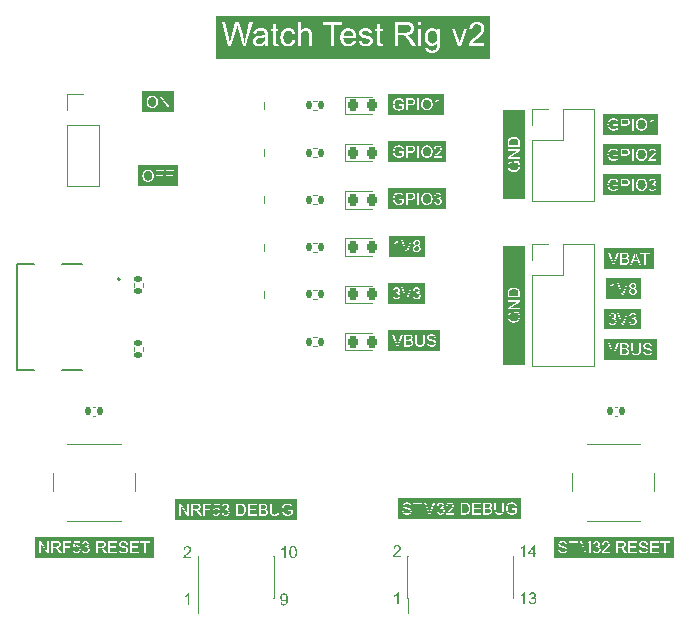
<source format=gbr>
%TF.GenerationSoftware,KiCad,Pcbnew,7.0.1*%
%TF.CreationDate,2023-12-30T18:25:03+00:00*%
%TF.ProjectId,watch_test_rig,77617463-685f-4746-9573-745f7269672e,rev?*%
%TF.SameCoordinates,Original*%
%TF.FileFunction,Legend,Top*%
%TF.FilePolarity,Positive*%
%FSLAX46Y46*%
G04 Gerber Fmt 4.6, Leading zero omitted, Abs format (unit mm)*
G04 Created by KiCad (PCBNEW 7.0.1) date 2023-12-30 18:25:03*
%MOMM*%
%LPD*%
G01*
G04 APERTURE LIST*
G04 Aperture macros list*
%AMRoundRect*
0 Rectangle with rounded corners*
0 $1 Rounding radius*
0 $2 $3 $4 $5 $6 $7 $8 $9 X,Y pos of 4 corners*
0 Add a 4 corners polygon primitive as box body*
4,1,4,$2,$3,$4,$5,$6,$7,$8,$9,$2,$3,0*
0 Add four circle primitives for the rounded corners*
1,1,$1+$1,$2,$3*
1,1,$1+$1,$4,$5*
1,1,$1+$1,$6,$7*
1,1,$1+$1,$8,$9*
0 Add four rect primitives between the rounded corners*
20,1,$1+$1,$2,$3,$4,$5,0*
20,1,$1+$1,$4,$5,$6,$7,0*
20,1,$1+$1,$6,$7,$8,$9,0*
20,1,$1+$1,$8,$9,$2,$3,0*%
G04 Aperture macros list end*
%ADD10C,0.150000*%
%ADD11C,0.127000*%
%ADD12C,0.200000*%
%ADD13C,0.120000*%
%ADD14C,0.010000*%
%ADD15C,0.600000*%
%ADD16O,2.000000X0.900000*%
%ADD17O,1.700000X0.900000*%
%ADD18RoundRect,0.218750X-0.218750X-0.256250X0.218750X-0.256250X0.218750X0.256250X-0.218750X0.256250X0*%
%ADD19C,2.000000*%
%ADD20RoundRect,0.140000X-0.140000X-0.170000X0.140000X-0.170000X0.140000X0.170000X-0.140000X0.170000X0*%
%ADD21RoundRect,0.135000X0.135000X0.185000X-0.135000X0.185000X-0.135000X-0.185000X0.135000X-0.185000X0*%
%ADD22C,3.600000*%
%ADD23C,5.600000*%
%ADD24R,1.700000X1.700000*%
%ADD25O,1.700000X1.700000*%
%ADD26R,0.400000X0.250000*%
%ADD27R,0.400000X0.700000*%
%ADD28RoundRect,0.140000X0.140000X0.170000X-0.140000X0.170000X-0.140000X-0.170000X0.140000X-0.170000X0*%
%ADD29RoundRect,0.135000X-0.185000X0.135000X-0.185000X-0.135000X0.185000X-0.135000X0.185000X0.135000X0*%
%ADD30R,0.740000X2.400000*%
%ADD31RoundRect,0.135000X0.185000X-0.135000X0.185000X0.135000X-0.185000X0.135000X-0.185000X-0.135000X0*%
G04 APERTURE END LIST*
D10*
G36*
X168553740Y-79902127D02*
G01*
X168567808Y-79902439D01*
X168581606Y-79902959D01*
X168595136Y-79903687D01*
X168608397Y-79904623D01*
X168621388Y-79905767D01*
X168634111Y-79907118D01*
X168646564Y-79908678D01*
X168658749Y-79910446D01*
X168670664Y-79912422D01*
X168682311Y-79914606D01*
X168693688Y-79916998D01*
X168704796Y-79919598D01*
X168715636Y-79922406D01*
X168726206Y-79925421D01*
X168736507Y-79928645D01*
X168741558Y-79930314D01*
X168751465Y-79933776D01*
X168761112Y-79937401D01*
X168770500Y-79941191D01*
X168779629Y-79945144D01*
X168788498Y-79949262D01*
X168801315Y-79955747D01*
X168813548Y-79962600D01*
X168825198Y-79969823D01*
X168836263Y-79977415D01*
X168846744Y-79985376D01*
X168856642Y-79993707D01*
X168865956Y-80002407D01*
X168870170Y-80006709D01*
X168878237Y-80015853D01*
X168885824Y-80025715D01*
X168892930Y-80036293D01*
X168897944Y-80044698D01*
X168902687Y-80053507D01*
X168907160Y-80062719D01*
X168911363Y-80072334D01*
X168915295Y-80082354D01*
X168918956Y-80092776D01*
X168920113Y-80096360D01*
X168923364Y-80107614D01*
X168926284Y-80119624D01*
X168928874Y-80132390D01*
X168931133Y-80145911D01*
X168933061Y-80160187D01*
X168934163Y-80170125D01*
X168935118Y-80180399D01*
X168935926Y-80191008D01*
X168936588Y-80201953D01*
X168937102Y-80213234D01*
X168937469Y-80224851D01*
X168937689Y-80236803D01*
X168937763Y-80249092D01*
X168937763Y-80464026D01*
X168156186Y-80464026D01*
X168156186Y-80252511D01*
X168156268Y-80237899D01*
X168156514Y-80223797D01*
X168156924Y-80210208D01*
X168157499Y-80197129D01*
X168158237Y-80184562D01*
X168159140Y-80172506D01*
X168160206Y-80160962D01*
X168161437Y-80149929D01*
X168162832Y-80139408D01*
X168164391Y-80129398D01*
X168167037Y-80115341D01*
X168170052Y-80102435D01*
X168173437Y-80090680D01*
X168177191Y-80080076D01*
X168181077Y-80070882D01*
X168185407Y-80061864D01*
X168190182Y-80053022D01*
X168195402Y-80044355D01*
X168201066Y-80035864D01*
X168207175Y-80027548D01*
X168213729Y-80019408D01*
X168220727Y-80011444D01*
X168228170Y-80003654D01*
X168236057Y-79996041D01*
X168244389Y-79988603D01*
X168253165Y-79981341D01*
X168262387Y-79974254D01*
X168272052Y-79967342D01*
X168282163Y-79960607D01*
X168292718Y-79954046D01*
X168303756Y-79947747D01*
X168315379Y-79941853D01*
X168327585Y-79936367D01*
X168340375Y-79931286D01*
X168353750Y-79926612D01*
X168367708Y-79922345D01*
X168382250Y-79918483D01*
X168397376Y-79915029D01*
X168413085Y-79911980D01*
X168429379Y-79909339D01*
X168446257Y-79907103D01*
X168463718Y-79905274D01*
X168481763Y-79903852D01*
X168500393Y-79902836D01*
X168519606Y-79902226D01*
X168529431Y-79902074D01*
X168539403Y-79902023D01*
X168553740Y-79902127D01*
G37*
G36*
X169438488Y-83097236D02*
G01*
X167655461Y-83097236D01*
X167655461Y-82225261D01*
X168023318Y-82225261D01*
X168023561Y-82243931D01*
X168024291Y-82262328D01*
X168025507Y-82280453D01*
X168027210Y-82298305D01*
X168029400Y-82315883D01*
X168032076Y-82333189D01*
X168035239Y-82350222D01*
X168038888Y-82366983D01*
X168043024Y-82383470D01*
X168047647Y-82399684D01*
X168052756Y-82415626D01*
X168058351Y-82431295D01*
X168064434Y-82446691D01*
X168071002Y-82461814D01*
X168078058Y-82476664D01*
X168085600Y-82491241D01*
X168093613Y-82505442D01*
X168102143Y-82519222D01*
X168111191Y-82532583D01*
X168120755Y-82545524D01*
X168130837Y-82558045D01*
X168141436Y-82570147D01*
X168152552Y-82581829D01*
X168164185Y-82593090D01*
X168176335Y-82603933D01*
X168189002Y-82614355D01*
X168202186Y-82624357D01*
X168215888Y-82633940D01*
X168230106Y-82643103D01*
X168244842Y-82651846D01*
X168260095Y-82660169D01*
X168275865Y-82668073D01*
X168291970Y-82675497D01*
X168308227Y-82682441D01*
X168324637Y-82688907D01*
X168341200Y-82694894D01*
X168357915Y-82700402D01*
X168374783Y-82705431D01*
X168391804Y-82709981D01*
X168408977Y-82714052D01*
X168426303Y-82717644D01*
X168443782Y-82720757D01*
X168461413Y-82723391D01*
X168479197Y-82725546D01*
X168497134Y-82727223D01*
X168515223Y-82728420D01*
X168533465Y-82729138D01*
X168551859Y-82729378D01*
X168570403Y-82729137D01*
X168588725Y-82728412D01*
X168606825Y-82727206D01*
X168624705Y-82725516D01*
X168642363Y-82723343D01*
X168659799Y-82720688D01*
X168677015Y-82717550D01*
X168694009Y-82713930D01*
X168710781Y-82709826D01*
X168727332Y-82705240D01*
X168743662Y-82700171D01*
X168759771Y-82694619D01*
X168775658Y-82688585D01*
X168791324Y-82682067D01*
X168806769Y-82675067D01*
X168821992Y-82667585D01*
X168836882Y-82659628D01*
X168851328Y-82651209D01*
X168865329Y-82642325D01*
X168878885Y-82632978D01*
X168891997Y-82623168D01*
X168904664Y-82612893D01*
X168916887Y-82602155D01*
X168928665Y-82590953D01*
X168939998Y-82579288D01*
X168950887Y-82567159D01*
X168961331Y-82554566D01*
X168971331Y-82541509D01*
X168980886Y-82527989D01*
X168989997Y-82514005D01*
X168998662Y-82499558D01*
X169006884Y-82484647D01*
X169014603Y-82469368D01*
X169021824Y-82453880D01*
X169028548Y-82438181D01*
X169034773Y-82422273D01*
X169040500Y-82406155D01*
X169045730Y-82389827D01*
X169050461Y-82373289D01*
X169054694Y-82356541D01*
X169058429Y-82339584D01*
X169061667Y-82322416D01*
X169064406Y-82305038D01*
X169066647Y-82287451D01*
X169068390Y-82269654D01*
X169069635Y-82251647D01*
X169070382Y-82233429D01*
X169070631Y-82215003D01*
X169070478Y-82201286D01*
X169070020Y-82187613D01*
X169069257Y-82173984D01*
X169068189Y-82160399D01*
X169066815Y-82146858D01*
X169065136Y-82133361D01*
X169063151Y-82119907D01*
X169060861Y-82106498D01*
X169058266Y-82093132D01*
X169055366Y-82079810D01*
X169052160Y-82066532D01*
X169048649Y-82053298D01*
X169044833Y-82040108D01*
X169040711Y-82026962D01*
X169036284Y-82013860D01*
X169031552Y-82000802D01*
X169026486Y-81987759D01*
X169021118Y-81974767D01*
X169015449Y-81961824D01*
X169009479Y-81948930D01*
X169003207Y-81936087D01*
X168996633Y-81923293D01*
X168989758Y-81910548D01*
X168982581Y-81897853D01*
X168975103Y-81885208D01*
X168967324Y-81872612D01*
X168959243Y-81860066D01*
X168950860Y-81847570D01*
X168942176Y-81835123D01*
X168933191Y-81822726D01*
X168923904Y-81810378D01*
X168914316Y-81798080D01*
X168538426Y-81798080D01*
X168539159Y-82224528D01*
X168656395Y-82224528D01*
X168656395Y-81928506D01*
X168851789Y-81928506D01*
X168854167Y-81931201D01*
X168861246Y-81939756D01*
X168868249Y-81949015D01*
X168875174Y-81958979D01*
X168882022Y-81969646D01*
X168888792Y-81981018D01*
X168895486Y-81993094D01*
X168902102Y-82005873D01*
X168906469Y-82014784D01*
X168910803Y-82024008D01*
X168915102Y-82033545D01*
X168919366Y-82043395D01*
X168923597Y-82053558D01*
X168927678Y-82063864D01*
X168931497Y-82074204D01*
X168935051Y-82084579D01*
X168938343Y-82094988D01*
X168941371Y-82105431D01*
X168944136Y-82115909D01*
X168946638Y-82126421D01*
X168948876Y-82136967D01*
X168950851Y-82147548D01*
X168952563Y-82158163D01*
X168954011Y-82168812D01*
X168955196Y-82179496D01*
X168956117Y-82190214D01*
X168956776Y-82200966D01*
X168957171Y-82211753D01*
X168957302Y-82222574D01*
X168957128Y-82234987D01*
X168956604Y-82247315D01*
X168955731Y-82259557D01*
X168954509Y-82271713D01*
X168952937Y-82283783D01*
X168951017Y-82295767D01*
X168948747Y-82307665D01*
X168946128Y-82319477D01*
X168943160Y-82331204D01*
X168939843Y-82342845D01*
X168936176Y-82354399D01*
X168932161Y-82365868D01*
X168927796Y-82377251D01*
X168923082Y-82388549D01*
X168918018Y-82399760D01*
X168912606Y-82410885D01*
X168906834Y-82421773D01*
X168900691Y-82432333D01*
X168894179Y-82442564D01*
X168887296Y-82452468D01*
X168880043Y-82462043D01*
X168872420Y-82471290D01*
X168864427Y-82480208D01*
X168856064Y-82488799D01*
X168847330Y-82497061D01*
X168838226Y-82504995D01*
X168828752Y-82512601D01*
X168818908Y-82519879D01*
X168808694Y-82526828D01*
X168798109Y-82533449D01*
X168787155Y-82539742D01*
X168775830Y-82545707D01*
X168764116Y-82551327D01*
X168752054Y-82556584D01*
X168739646Y-82561478D01*
X168726890Y-82566010D01*
X168713787Y-82570179D01*
X168700336Y-82573986D01*
X168686538Y-82577430D01*
X168672393Y-82580512D01*
X168657901Y-82583231D01*
X168643061Y-82585588D01*
X168627874Y-82587582D01*
X168612340Y-82589213D01*
X168596458Y-82590482D01*
X168580230Y-82591388D01*
X168563653Y-82591932D01*
X168546730Y-82592113D01*
X168532902Y-82591963D01*
X168519199Y-82591510D01*
X168505623Y-82590757D01*
X168492172Y-82589702D01*
X168478848Y-82588345D01*
X168465649Y-82586687D01*
X168452576Y-82584727D01*
X168439630Y-82582466D01*
X168426809Y-82579903D01*
X168414114Y-82577039D01*
X168401545Y-82573873D01*
X168389102Y-82570406D01*
X168376785Y-82566638D01*
X168364594Y-82562568D01*
X168352528Y-82558196D01*
X168340589Y-82553523D01*
X168333726Y-82550643D01*
X168323566Y-82546054D01*
X168313570Y-82541143D01*
X168303737Y-82535910D01*
X168294067Y-82530355D01*
X168284560Y-82524478D01*
X168275216Y-82518280D01*
X168266035Y-82511759D01*
X168257018Y-82504916D01*
X168248164Y-82497751D01*
X168239473Y-82490264D01*
X168233772Y-82485035D01*
X168225482Y-82476815D01*
X168217506Y-82468145D01*
X168209843Y-82459024D01*
X168202494Y-82449452D01*
X168195458Y-82439429D01*
X168188735Y-82428955D01*
X168182326Y-82418031D01*
X168176230Y-82406656D01*
X168170448Y-82394830D01*
X168164979Y-82382553D01*
X168159915Y-82369834D01*
X168155350Y-82356681D01*
X168151283Y-82343095D01*
X168147714Y-82329075D01*
X168145611Y-82319488D01*
X168143729Y-82309708D01*
X168142069Y-82299735D01*
X168140631Y-82289569D01*
X168139413Y-82279211D01*
X168138417Y-82268660D01*
X168137642Y-82257916D01*
X168137089Y-82246979D01*
X168136757Y-82235850D01*
X168136646Y-82224528D01*
X168136748Y-82215056D01*
X168137284Y-82201048D01*
X168138280Y-82187281D01*
X168139734Y-82173754D01*
X168141649Y-82160468D01*
X168144022Y-82147422D01*
X168146855Y-82134616D01*
X168150147Y-82122051D01*
X168153899Y-82109726D01*
X168158110Y-82097642D01*
X168162780Y-82085798D01*
X168166115Y-82078096D01*
X168171371Y-82066968D01*
X168176931Y-82056352D01*
X168182797Y-82046246D01*
X168188967Y-82036651D01*
X168195442Y-82027567D01*
X168202222Y-82018994D01*
X168209306Y-82010932D01*
X168216696Y-82003380D01*
X168224390Y-81996340D01*
X168232390Y-81989811D01*
X168240783Y-81983587D01*
X168249752Y-81977557D01*
X168259296Y-81971721D01*
X168269415Y-81966077D01*
X168280110Y-81960627D01*
X168291380Y-81955370D01*
X168303225Y-81950306D01*
X168315646Y-81945435D01*
X168328642Y-81940757D01*
X168342213Y-81936273D01*
X168351580Y-81933391D01*
X168318607Y-81813223D01*
X168306207Y-81816555D01*
X168294103Y-81820077D01*
X168282294Y-81823790D01*
X168270782Y-81827694D01*
X168259564Y-81831789D01*
X168248643Y-81836075D01*
X168238018Y-81840552D01*
X168227688Y-81845219D01*
X168217654Y-81850077D01*
X168207916Y-81855126D01*
X168198473Y-81860366D01*
X168189327Y-81865796D01*
X168180476Y-81871418D01*
X168171920Y-81877230D01*
X168163661Y-81883233D01*
X168155697Y-81889427D01*
X168147989Y-81895835D01*
X168140497Y-81902543D01*
X168133220Y-81909551D01*
X168126159Y-81916858D01*
X168119314Y-81924465D01*
X168112684Y-81932372D01*
X168106270Y-81940578D01*
X168100071Y-81949083D01*
X168094088Y-81957888D01*
X168088321Y-81966993D01*
X168082769Y-81976397D01*
X168077433Y-81986101D01*
X168072312Y-81996105D01*
X168067407Y-82006408D01*
X168062718Y-82017010D01*
X168058244Y-82027912D01*
X168054015Y-82039016D01*
X168050058Y-82050284D01*
X168046375Y-82061715D01*
X168042964Y-82073311D01*
X168039826Y-82085071D01*
X168036961Y-82096995D01*
X168034369Y-82109083D01*
X168032049Y-82121335D01*
X168030003Y-82133752D01*
X168028229Y-82146332D01*
X168026729Y-82159077D01*
X168025501Y-82171985D01*
X168024546Y-82185058D01*
X168023863Y-82198295D01*
X168023454Y-82211696D01*
X168023318Y-82225261D01*
X167655461Y-82225261D01*
X167655461Y-80815491D01*
X168038949Y-80815491D01*
X168038949Y-80943230D01*
X168836646Y-80943230D01*
X168038949Y-81472260D01*
X168038949Y-81608792D01*
X169055000Y-81608792D01*
X169055000Y-81481053D01*
X168256570Y-81481053D01*
X169055000Y-80952023D01*
X169055000Y-80815491D01*
X168038949Y-80815491D01*
X167655461Y-80815491D01*
X167655461Y-80597382D01*
X168038949Y-80597382D01*
X169055000Y-80597382D01*
X169055000Y-80233949D01*
X169054932Y-80222612D01*
X169054729Y-80211440D01*
X169054390Y-80200432D01*
X169053916Y-80189588D01*
X169053306Y-80178908D01*
X169052561Y-80168392D01*
X169051680Y-80158041D01*
X169050664Y-80147853D01*
X169049513Y-80137830D01*
X169048226Y-80127970D01*
X169046041Y-80113489D01*
X169043552Y-80099377D01*
X169040757Y-80085634D01*
X169037658Y-80072260D01*
X169035428Y-80063518D01*
X169031846Y-80050709D01*
X169027980Y-80038264D01*
X169023831Y-80026185D01*
X169019399Y-80014471D01*
X169014684Y-80003121D01*
X169009685Y-79992137D01*
X169004403Y-79981517D01*
X168998837Y-79971263D01*
X168992988Y-79961373D01*
X168986856Y-79951848D01*
X168982545Y-79945652D01*
X168975715Y-79936475D01*
X168968446Y-79927439D01*
X168960739Y-79918546D01*
X168952595Y-79909794D01*
X168944013Y-79901183D01*
X168934992Y-79892715D01*
X168925534Y-79884388D01*
X168915638Y-79876203D01*
X168905304Y-79868159D01*
X168894532Y-79860257D01*
X168890838Y-79857647D01*
X168879397Y-79849995D01*
X168867414Y-79842614D01*
X168854890Y-79835504D01*
X168846241Y-79830914D01*
X168837351Y-79826444D01*
X168828220Y-79822094D01*
X168818849Y-79817865D01*
X168809238Y-79813756D01*
X168799386Y-79809767D01*
X168789294Y-79805898D01*
X168778961Y-79802149D01*
X168768388Y-79798521D01*
X168757575Y-79795013D01*
X168746521Y-79791625D01*
X168735244Y-79788372D01*
X168723760Y-79785328D01*
X168712071Y-79782494D01*
X168700176Y-79779871D01*
X168688074Y-79777457D01*
X168675767Y-79775253D01*
X168663253Y-79773259D01*
X168650533Y-79771475D01*
X168637608Y-79769901D01*
X168624476Y-79768536D01*
X168611138Y-79767382D01*
X168597594Y-79766437D01*
X168583844Y-79765703D01*
X168569887Y-79765178D01*
X168555725Y-79764863D01*
X168541357Y-79764758D01*
X168524500Y-79764913D01*
X168507880Y-79765377D01*
X168491497Y-79766149D01*
X168475350Y-79767231D01*
X168459440Y-79768622D01*
X168443767Y-79770322D01*
X168428330Y-79772332D01*
X168413129Y-79774650D01*
X168398166Y-79777278D01*
X168383439Y-79780214D01*
X168368948Y-79783460D01*
X168354694Y-79787015D01*
X168340677Y-79790879D01*
X168326896Y-79795052D01*
X168313352Y-79799534D01*
X168300045Y-79804326D01*
X168286973Y-79809399D01*
X168274197Y-79814790D01*
X168261717Y-79820497D01*
X168249532Y-79826521D01*
X168237644Y-79832862D01*
X168226051Y-79839519D01*
X168214754Y-79846494D01*
X168203752Y-79853785D01*
X168193046Y-79861393D01*
X168182637Y-79869317D01*
X168172522Y-79877558D01*
X168162704Y-79886116D01*
X168153181Y-79894991D01*
X168143955Y-79904183D01*
X168135024Y-79913691D01*
X168126388Y-79923516D01*
X168119921Y-79931248D01*
X168113710Y-79939178D01*
X168107755Y-79947307D01*
X168102056Y-79955634D01*
X168096612Y-79964160D01*
X168091423Y-79972884D01*
X168086491Y-79981806D01*
X168081814Y-79990927D01*
X168077393Y-80000247D01*
X168073227Y-80009764D01*
X168069317Y-80019481D01*
X168065663Y-80029395D01*
X168062265Y-80039509D01*
X168059122Y-80049820D01*
X168056235Y-80060330D01*
X168053604Y-80071039D01*
X168051829Y-80078981D01*
X168049382Y-80091709D01*
X168047192Y-80105416D01*
X168045876Y-80115098D01*
X168044674Y-80125215D01*
X168043586Y-80135767D01*
X168042613Y-80146754D01*
X168041754Y-80158176D01*
X168041010Y-80170033D01*
X168040380Y-80182326D01*
X168039865Y-80195053D01*
X168039464Y-80208216D01*
X168039178Y-80221813D01*
X168039007Y-80235845D01*
X168038949Y-80250313D01*
X168038949Y-80464026D01*
X168038949Y-80597382D01*
X167655461Y-80597382D01*
X167655461Y-79396902D01*
X169438488Y-79396902D01*
X169438488Y-83097236D01*
G37*
G36*
X169250000Y-79400000D02*
G01*
X169450000Y-79400000D01*
X169450000Y-83100000D01*
X169250000Y-83100000D01*
X169250000Y-79400000D01*
G37*
G36*
X167650000Y-77500000D02*
G01*
X169450000Y-77500000D01*
X169450000Y-79400000D01*
X167650000Y-79400000D01*
X167650000Y-77500000D01*
G37*
G36*
X167650000Y-79400000D02*
G01*
X167850000Y-79400000D01*
X167850000Y-83100000D01*
X167650000Y-83100000D01*
X167650000Y-79400000D01*
G37*
G36*
X167650000Y-83050000D02*
G01*
X169450000Y-83050000D01*
X169450000Y-85000000D01*
X167650000Y-85000000D01*
X167650000Y-83050000D01*
G37*
G36*
X167650000Y-88950000D02*
G01*
X169450000Y-88950000D01*
X169450000Y-92150000D01*
X167650000Y-92150000D01*
X167650000Y-88950000D01*
G37*
G36*
X167650000Y-95750000D02*
G01*
X169450000Y-95750000D01*
X169450000Y-99050000D01*
X167650000Y-99050000D01*
X167650000Y-95750000D01*
G37*
G36*
X169250000Y-92150000D02*
G01*
X169450000Y-92150000D01*
X169450000Y-95850000D01*
X169250000Y-95850000D01*
X169250000Y-92150000D01*
G37*
G36*
X167650000Y-92150000D02*
G01*
X167850000Y-92150000D01*
X167850000Y-95850000D01*
X167650000Y-95850000D01*
X167650000Y-92150000D01*
G37*
G36*
X178633828Y-92632833D02*
G01*
X178644623Y-92633514D01*
X178655184Y-92634650D01*
X178665513Y-92636239D01*
X178675609Y-92638283D01*
X178685473Y-92640780D01*
X178695103Y-92643732D01*
X178704501Y-92647138D01*
X178713665Y-92650999D01*
X178722597Y-92655313D01*
X178731297Y-92660081D01*
X178739763Y-92665304D01*
X178747997Y-92670981D01*
X178755998Y-92677112D01*
X178763766Y-92683697D01*
X178771301Y-92690736D01*
X178778518Y-92698122D01*
X178785269Y-92705749D01*
X178791554Y-92713616D01*
X178797374Y-92721724D01*
X178802728Y-92730072D01*
X178807617Y-92738661D01*
X178812040Y-92747490D01*
X178815997Y-92756559D01*
X178819489Y-92765869D01*
X178822516Y-92775419D01*
X178825076Y-92785210D01*
X178827172Y-92795241D01*
X178828801Y-92805513D01*
X178829965Y-92816025D01*
X178830663Y-92826777D01*
X178830896Y-92837770D01*
X178830670Y-92848610D01*
X178829992Y-92859210D01*
X178828861Y-92869569D01*
X178827278Y-92879688D01*
X178825243Y-92889567D01*
X178822756Y-92899205D01*
X178819817Y-92908602D01*
X178814559Y-92922248D01*
X178808285Y-92935353D01*
X178800992Y-92947916D01*
X178792683Y-92959939D01*
X178786578Y-92967654D01*
X178780020Y-92975128D01*
X178773011Y-92982362D01*
X178769378Y-92985848D01*
X178761932Y-92992488D01*
X178754246Y-92998686D01*
X178746320Y-93004441D01*
X178733980Y-93012243D01*
X178721098Y-93019050D01*
X178707676Y-93024860D01*
X178698427Y-93028180D01*
X178688938Y-93031058D01*
X178679208Y-93033492D01*
X178669238Y-93035484D01*
X178659027Y-93037034D01*
X178648577Y-93038141D01*
X178637885Y-93038805D01*
X178626953Y-93039026D01*
X178619839Y-93038921D01*
X178609278Y-93038370D01*
X178598850Y-93037347D01*
X178588556Y-93035851D01*
X178578394Y-93033884D01*
X178568365Y-93031444D01*
X178558470Y-93028531D01*
X178548708Y-93025147D01*
X178539078Y-93021290D01*
X178529582Y-93016961D01*
X178520219Y-93012159D01*
X178514147Y-93008684D01*
X178505392Y-93003145D01*
X178497062Y-92997215D01*
X178489157Y-92990894D01*
X178481678Y-92984183D01*
X178474623Y-92977081D01*
X178467993Y-92969589D01*
X178461789Y-92961705D01*
X178456009Y-92953431D01*
X178450655Y-92944767D01*
X178445725Y-92935711D01*
X178444193Y-92932625D01*
X178439886Y-92923327D01*
X178436018Y-92913974D01*
X178432588Y-92904566D01*
X178429595Y-92895101D01*
X178427041Y-92885580D01*
X178424924Y-92876004D01*
X178423245Y-92866372D01*
X178421688Y-92853442D01*
X178421031Y-92843680D01*
X178420812Y-92833862D01*
X178420868Y-92828502D01*
X178421315Y-92817950D01*
X178422208Y-92807623D01*
X178423547Y-92797521D01*
X178425333Y-92787644D01*
X178427566Y-92777993D01*
X178431752Y-92763938D01*
X178436943Y-92750390D01*
X178443138Y-92737348D01*
X178450338Y-92724813D01*
X178458542Y-92712784D01*
X178464570Y-92705047D01*
X178471044Y-92697534D01*
X178477965Y-92690247D01*
X178481582Y-92686701D01*
X178488991Y-92679946D01*
X178496635Y-92673642D01*
X178504514Y-92667787D01*
X178516772Y-92659850D01*
X178529559Y-92652927D01*
X178542873Y-92647016D01*
X178552042Y-92643639D01*
X178561447Y-92640712D01*
X178571086Y-92638235D01*
X178580959Y-92636209D01*
X178591068Y-92634632D01*
X178601411Y-92633507D01*
X178611989Y-92632831D01*
X178622801Y-92632606D01*
X178633828Y-92632833D01*
G37*
G36*
X178633427Y-92210738D02*
G01*
X178646094Y-92211705D01*
X178658354Y-92213500D01*
X178670206Y-92216124D01*
X178681650Y-92219577D01*
X178692686Y-92223858D01*
X178703314Y-92228968D01*
X178713534Y-92234906D01*
X178723346Y-92241673D01*
X178732751Y-92249269D01*
X178741748Y-92257693D01*
X178747456Y-92263641D01*
X178755328Y-92272884D01*
X178762371Y-92282514D01*
X178768585Y-92292531D01*
X178773971Y-92302933D01*
X178778529Y-92313723D01*
X178782258Y-92324898D01*
X178785158Y-92336460D01*
X178787229Y-92348408D01*
X178788472Y-92360743D01*
X178788886Y-92373464D01*
X178788708Y-92381658D01*
X178787771Y-92393648D01*
X178786032Y-92405277D01*
X178783489Y-92416545D01*
X178780144Y-92427453D01*
X178775996Y-92438001D01*
X178771045Y-92448187D01*
X178765291Y-92458013D01*
X178758735Y-92467479D01*
X178751375Y-92476583D01*
X178743213Y-92485327D01*
X178737404Y-92490858D01*
X178728314Y-92498485D01*
X178718773Y-92505310D01*
X178708782Y-92511331D01*
X178698340Y-92516550D01*
X178687447Y-92520965D01*
X178676103Y-92524578D01*
X178664309Y-92527388D01*
X178652064Y-92529395D01*
X178639368Y-92530599D01*
X178626221Y-92531001D01*
X178617138Y-92530822D01*
X178603914Y-92529880D01*
X178591172Y-92528131D01*
X178578910Y-92525575D01*
X178567129Y-92522212D01*
X178555829Y-92518042D01*
X178545010Y-92513064D01*
X178534672Y-92507280D01*
X178524814Y-92500688D01*
X178515438Y-92493289D01*
X178506542Y-92485083D01*
X178500981Y-92479240D01*
X178493313Y-92470084D01*
X178486453Y-92460461D01*
X178480399Y-92450369D01*
X178475153Y-92439810D01*
X178470713Y-92428782D01*
X178467081Y-92417287D01*
X178464256Y-92405323D01*
X178462238Y-92392892D01*
X178461028Y-92379993D01*
X178460624Y-92366625D01*
X178460806Y-92358668D01*
X178461763Y-92346999D01*
X178463540Y-92335652D01*
X178466136Y-92324628D01*
X178469553Y-92313925D01*
X178473790Y-92303545D01*
X178478847Y-92293486D01*
X178484724Y-92283750D01*
X178491421Y-92274335D01*
X178498938Y-92265242D01*
X178507274Y-92256472D01*
X178513200Y-92250912D01*
X178522443Y-92243244D01*
X178532111Y-92236383D01*
X178542204Y-92230329D01*
X178552722Y-92225083D01*
X178563665Y-92220644D01*
X178575033Y-92217011D01*
X178586826Y-92214186D01*
X178599044Y-92212169D01*
X178611687Y-92210958D01*
X178624755Y-92210554D01*
X178633427Y-92210738D01*
G37*
G36*
X179325027Y-93508488D02*
G01*
X176310283Y-93508488D01*
X176310283Y-92484106D01*
X176678140Y-92484106D01*
X176689078Y-92479887D01*
X176700279Y-92475291D01*
X176711742Y-92470316D01*
X176723466Y-92464964D01*
X176735452Y-92459234D01*
X176747700Y-92453126D01*
X176760210Y-92446640D01*
X176772982Y-92439776D01*
X176781642Y-92434991D01*
X176790419Y-92430037D01*
X176799312Y-92424916D01*
X176808321Y-92419626D01*
X176817280Y-92414222D01*
X176826021Y-92408818D01*
X176834545Y-92403415D01*
X176842851Y-92398011D01*
X176854902Y-92389905D01*
X176866464Y-92381799D01*
X176877537Y-92373693D01*
X176888120Y-92365587D01*
X176898214Y-92357482D01*
X176907818Y-92349376D01*
X176916932Y-92341270D01*
X176925558Y-92333164D01*
X176925558Y-93125000D01*
X177049145Y-93125000D01*
X177049145Y-92108949D01*
X177309752Y-92108949D01*
X177700052Y-93125000D01*
X177836828Y-93125000D01*
X177950163Y-92832885D01*
X178293562Y-92832885D01*
X178293583Y-92833862D01*
X178293919Y-92849171D01*
X178294989Y-92865117D01*
X178296773Y-92880724D01*
X178299271Y-92895991D01*
X178302483Y-92910919D01*
X178306408Y-92925507D01*
X178311046Y-92939755D01*
X178316399Y-92953663D01*
X178322465Y-92967232D01*
X178329244Y-92980461D01*
X178336738Y-92993351D01*
X178344945Y-93005901D01*
X178353865Y-93018111D01*
X178363499Y-93029981D01*
X178373847Y-93041512D01*
X178384909Y-93052704D01*
X178396582Y-93063351D01*
X178408703Y-93073312D01*
X178421273Y-93082585D01*
X178434292Y-93091172D01*
X178447758Y-93099072D01*
X178461674Y-93106284D01*
X178476037Y-93112810D01*
X178490849Y-93118649D01*
X178506110Y-93123801D01*
X178521818Y-93128266D01*
X178537976Y-93132044D01*
X178554581Y-93135136D01*
X178571635Y-93137540D01*
X178589138Y-93139257D01*
X178607089Y-93140288D01*
X178625488Y-93140631D01*
X178643886Y-93140289D01*
X178661834Y-93139261D01*
X178679332Y-93137548D01*
X178696379Y-93135151D01*
X178712977Y-93132068D01*
X178729123Y-93128301D01*
X178744820Y-93123848D01*
X178760066Y-93118710D01*
X178774862Y-93112888D01*
X178789207Y-93106380D01*
X178803102Y-93099187D01*
X178816547Y-93091309D01*
X178829541Y-93082746D01*
X178842086Y-93073499D01*
X178854179Y-93063566D01*
X178865823Y-93052948D01*
X178876884Y-93041826D01*
X178887232Y-93030382D01*
X178896867Y-93018616D01*
X178905787Y-93006526D01*
X178913994Y-92994115D01*
X178921487Y-92981381D01*
X178928267Y-92968324D01*
X178934333Y-92954945D01*
X178939685Y-92941244D01*
X178944324Y-92927220D01*
X178948249Y-92912874D01*
X178951461Y-92898205D01*
X178953958Y-92883213D01*
X178955742Y-92867900D01*
X178956813Y-92852263D01*
X178957170Y-92836304D01*
X178956981Y-92824744D01*
X178956414Y-92813388D01*
X178955470Y-92802235D01*
X178954147Y-92791287D01*
X178952447Y-92780544D01*
X178950369Y-92770004D01*
X178947913Y-92759668D01*
X178945080Y-92749537D01*
X178941868Y-92739610D01*
X178938279Y-92729887D01*
X178934312Y-92720368D01*
X178929967Y-92711054D01*
X178925245Y-92701943D01*
X178920144Y-92693037D01*
X178914666Y-92684335D01*
X178908810Y-92675837D01*
X178902591Y-92667586D01*
X178896025Y-92659625D01*
X178889112Y-92651955D01*
X178881851Y-92644574D01*
X178874244Y-92637483D01*
X178866289Y-92630683D01*
X178857986Y-92624172D01*
X178849337Y-92617951D01*
X178840340Y-92612021D01*
X178830995Y-92606380D01*
X178821304Y-92601030D01*
X178811265Y-92595969D01*
X178800879Y-92591199D01*
X178790146Y-92586719D01*
X178779065Y-92582529D01*
X178767637Y-92578628D01*
X178776860Y-92574993D01*
X178790133Y-92569190D01*
X178802732Y-92562966D01*
X178814657Y-92556322D01*
X178825907Y-92549256D01*
X178836484Y-92541770D01*
X178846387Y-92533863D01*
X178855615Y-92525535D01*
X178864170Y-92516787D01*
X178872050Y-92507618D01*
X178879256Y-92498028D01*
X178883722Y-92491393D01*
X178889881Y-92481171D01*
X178895392Y-92470627D01*
X178900254Y-92459761D01*
X178904468Y-92448574D01*
X178908033Y-92437064D01*
X178910951Y-92425232D01*
X178913220Y-92413079D01*
X178914840Y-92400603D01*
X178915813Y-92387805D01*
X178916137Y-92374685D01*
X178915822Y-92360927D01*
X178914878Y-92347433D01*
X178913303Y-92334205D01*
X178911099Y-92321242D01*
X178908266Y-92308544D01*
X178904803Y-92296112D01*
X178900710Y-92283944D01*
X178895987Y-92272042D01*
X178890635Y-92260406D01*
X178884653Y-92249034D01*
X178878041Y-92237928D01*
X178870799Y-92227086D01*
X178862928Y-92216511D01*
X178854427Y-92206200D01*
X178845297Y-92196154D01*
X178835537Y-92186374D01*
X178825291Y-92176999D01*
X178814643Y-92168228D01*
X178803592Y-92160062D01*
X178792138Y-92152501D01*
X178780282Y-92145545D01*
X178768023Y-92139193D01*
X178755361Y-92133447D01*
X178742297Y-92128306D01*
X178728830Y-92123769D01*
X178714961Y-92119837D01*
X178700689Y-92116510D01*
X178686014Y-92113788D01*
X178670937Y-92111671D01*
X178655457Y-92110159D01*
X178639575Y-92109252D01*
X178623290Y-92108949D01*
X178607098Y-92109245D01*
X178591313Y-92110132D01*
X178575934Y-92111611D01*
X178560962Y-92113681D01*
X178546396Y-92116343D01*
X178532237Y-92119597D01*
X178518484Y-92123442D01*
X178505137Y-92127878D01*
X178492197Y-92132906D01*
X178479664Y-92138526D01*
X178467536Y-92144737D01*
X178455816Y-92151539D01*
X178444501Y-92158933D01*
X178433593Y-92166919D01*
X178423092Y-92175496D01*
X178412997Y-92184665D01*
X178403444Y-92194238D01*
X178394507Y-92204089D01*
X178386186Y-92214220D01*
X178378482Y-92224629D01*
X178371394Y-92235316D01*
X178364923Y-92246282D01*
X178359068Y-92257527D01*
X178353829Y-92269050D01*
X178349206Y-92280852D01*
X178345200Y-92292933D01*
X178341810Y-92305292D01*
X178339037Y-92317930D01*
X178336880Y-92330846D01*
X178335339Y-92344041D01*
X178334414Y-92357514D01*
X178334210Y-92366625D01*
X178334106Y-92371266D01*
X178334251Y-92380375D01*
X178335013Y-92393733D01*
X178336427Y-92406727D01*
X178338493Y-92419356D01*
X178341212Y-92431620D01*
X178344584Y-92443519D01*
X178348608Y-92455053D01*
X178353285Y-92466222D01*
X178358615Y-92477026D01*
X178364597Y-92487465D01*
X178371231Y-92497540D01*
X178373590Y-92500813D01*
X178381134Y-92510347D01*
X178389378Y-92519452D01*
X178398322Y-92528127D01*
X178407966Y-92536373D01*
X178418309Y-92544190D01*
X178429352Y-92551577D01*
X178441095Y-92558535D01*
X178453538Y-92565064D01*
X178466681Y-92571164D01*
X178475831Y-92574991D01*
X178485293Y-92578628D01*
X178473948Y-92581785D01*
X178462933Y-92585272D01*
X178452248Y-92589090D01*
X178441894Y-92593237D01*
X178431869Y-92597714D01*
X178422175Y-92602522D01*
X178412811Y-92607660D01*
X178403777Y-92613128D01*
X178395073Y-92618925D01*
X178386699Y-92625053D01*
X178378655Y-92631512D01*
X178370941Y-92638300D01*
X178363558Y-92645418D01*
X178356504Y-92652867D01*
X178349781Y-92660645D01*
X178343387Y-92668754D01*
X178337354Y-92677152D01*
X178331710Y-92685797D01*
X178326455Y-92694691D01*
X178321589Y-92703833D01*
X178317112Y-92713223D01*
X178313025Y-92722861D01*
X178309327Y-92732747D01*
X178306018Y-92742882D01*
X178303099Y-92753264D01*
X178300569Y-92763894D01*
X178298428Y-92774772D01*
X178296676Y-92785899D01*
X178295314Y-92797273D01*
X178294340Y-92808896D01*
X178293757Y-92820766D01*
X178293562Y-92832885D01*
X177950163Y-92832885D01*
X178231036Y-92108949D01*
X178094993Y-92108949D01*
X177822906Y-92847784D01*
X177819088Y-92858195D01*
X177815327Y-92868606D01*
X177811623Y-92879016D01*
X177807977Y-92889427D01*
X177804387Y-92899838D01*
X177800855Y-92910249D01*
X177797381Y-92920660D01*
X177793963Y-92931071D01*
X177790603Y-92941482D01*
X177787300Y-92951892D01*
X177784054Y-92962303D01*
X177780866Y-92972714D01*
X177777734Y-92983125D01*
X177774660Y-92993536D01*
X177771644Y-93003947D01*
X177768684Y-93014357D01*
X177765988Y-93004605D01*
X177763212Y-92994765D01*
X177760355Y-92984837D01*
X177757418Y-92974821D01*
X177754402Y-92964717D01*
X177751305Y-92954526D01*
X177748128Y-92944246D01*
X177744870Y-92933879D01*
X177741533Y-92923425D01*
X177738116Y-92912882D01*
X177734618Y-92902252D01*
X177731040Y-92891534D01*
X177727382Y-92880728D01*
X177723644Y-92869834D01*
X177719826Y-92858853D01*
X177715928Y-92847784D01*
X177454099Y-92108949D01*
X177309752Y-92108949D01*
X177049145Y-92108949D01*
X176969521Y-92108949D01*
X176965314Y-92117025D01*
X176958337Y-92129201D01*
X176950562Y-92141449D01*
X176944935Y-92149655D01*
X176938953Y-92157893D01*
X176932616Y-92166164D01*
X176925924Y-92174467D01*
X176918877Y-92182803D01*
X176911476Y-92191171D01*
X176903719Y-92199572D01*
X176895607Y-92208005D01*
X176887141Y-92216470D01*
X176878320Y-92224968D01*
X176869143Y-92233499D01*
X176859612Y-92242062D01*
X176849801Y-92250561D01*
X176839787Y-92258903D01*
X176829567Y-92267086D01*
X176819144Y-92275111D01*
X176808517Y-92282977D01*
X176797685Y-92290685D01*
X176786649Y-92298235D01*
X176775409Y-92305626D01*
X176763965Y-92312859D01*
X176752317Y-92319933D01*
X176740465Y-92326849D01*
X176728408Y-92333607D01*
X176716147Y-92340206D01*
X176703682Y-92346647D01*
X176691013Y-92352930D01*
X176678140Y-92359054D01*
X176678140Y-92484106D01*
X176310283Y-92484106D01*
X176310283Y-91741092D01*
X179325027Y-91741092D01*
X179325027Y-93508488D01*
G37*
G36*
X159641550Y-97028306D02*
G01*
X159653050Y-97028512D01*
X159664196Y-97028856D01*
X159674989Y-97029337D01*
X159685430Y-97029955D01*
X159695517Y-97030710D01*
X159705252Y-97031603D01*
X159719191Y-97033201D01*
X159732337Y-97035107D01*
X159744688Y-97037322D01*
X159756245Y-97039847D01*
X159767008Y-97042680D01*
X159776976Y-97045823D01*
X159780160Y-97046932D01*
X159789448Y-97050563D01*
X159801217Y-97056112D01*
X159812284Y-97062470D01*
X159822650Y-97069637D01*
X159832312Y-97077613D01*
X159841273Y-97086398D01*
X159849532Y-97095992D01*
X159857088Y-97106395D01*
X159862238Y-97114634D01*
X159868318Y-97126033D01*
X159873496Y-97137906D01*
X159876789Y-97147121D01*
X159879576Y-97156602D01*
X159881856Y-97166349D01*
X159883629Y-97176363D01*
X159884895Y-97186642D01*
X159885655Y-97197188D01*
X159885908Y-97208000D01*
X159885595Y-97220277D01*
X159884657Y-97232196D01*
X159883092Y-97243755D01*
X159880901Y-97254956D01*
X159878085Y-97265798D01*
X159874643Y-97276281D01*
X159870575Y-97286406D01*
X159865881Y-97296172D01*
X159860759Y-97305415D01*
X159855286Y-97314093D01*
X159849463Y-97322207D01*
X159841690Y-97331554D01*
X159833368Y-97340019D01*
X159824497Y-97347602D01*
X159815078Y-97354302D01*
X159809173Y-97357956D01*
X159798729Y-97363598D01*
X159789833Y-97367708D01*
X159780457Y-97371460D01*
X159770599Y-97374852D01*
X159760261Y-97377886D01*
X159749442Y-97380562D01*
X159738142Y-97382878D01*
X159726993Y-97384538D01*
X159715643Y-97385659D01*
X159705215Y-97386384D01*
X159693589Y-97386957D01*
X159680764Y-97387377D01*
X159670359Y-97387591D01*
X159659280Y-97387720D01*
X159647527Y-97387763D01*
X159396934Y-97387763D01*
X159396934Y-97028237D01*
X159629698Y-97028237D01*
X159641550Y-97028306D01*
G37*
G36*
X159611497Y-96606241D02*
G01*
X159624305Y-96606407D01*
X159636616Y-96606684D01*
X159648428Y-96607071D01*
X159659742Y-96607569D01*
X159670559Y-96608178D01*
X159680877Y-96608897D01*
X159690697Y-96609727D01*
X159704494Y-96611180D01*
X159717170Y-96612882D01*
X159728726Y-96614832D01*
X159739160Y-96617032D01*
X159751331Y-96620352D01*
X159762180Y-96624267D01*
X159772381Y-96628931D01*
X159781933Y-96634342D01*
X159790837Y-96640502D01*
X159799092Y-96647409D01*
X159806697Y-96655065D01*
X159813655Y-96663468D01*
X159819963Y-96672620D01*
X159825573Y-96682336D01*
X159830435Y-96692434D01*
X159834549Y-96702914D01*
X159837915Y-96713775D01*
X159840533Y-96725018D01*
X159842403Y-96736642D01*
X159843525Y-96748648D01*
X159843899Y-96761036D01*
X159843498Y-96774007D01*
X159842296Y-96786422D01*
X159840292Y-96798279D01*
X159837487Y-96809579D01*
X159833881Y-96820322D01*
X159829473Y-96830508D01*
X159824264Y-96840136D01*
X159818253Y-96849207D01*
X159816626Y-96851371D01*
X159809619Y-96859639D01*
X159801818Y-96867289D01*
X159793224Y-96874320D01*
X159783836Y-96880734D01*
X159773654Y-96886529D01*
X159762678Y-96891705D01*
X159750909Y-96896264D01*
X159741561Y-96899277D01*
X159731188Y-96902025D01*
X159719243Y-96904406D01*
X159709253Y-96905952D01*
X159698378Y-96907291D01*
X159686618Y-96908425D01*
X159673974Y-96909352D01*
X159660446Y-96910074D01*
X159646033Y-96910589D01*
X159635934Y-96910818D01*
X159625441Y-96910955D01*
X159614555Y-96911001D01*
X159396934Y-96911001D01*
X159396934Y-96606186D01*
X159598190Y-96606186D01*
X159611497Y-96606241D01*
G37*
G36*
X162336424Y-97888488D02*
G01*
X157865749Y-97888488D01*
X157865749Y-96488949D01*
X158233606Y-96488949D01*
X158623906Y-97505000D01*
X158760682Y-97505000D01*
X159154890Y-96488949D01*
X159263578Y-96488949D01*
X159263578Y-96606186D01*
X159263578Y-97028237D01*
X159263578Y-97505000D01*
X159647527Y-97505000D01*
X159659439Y-97504933D01*
X159671116Y-97504732D01*
X159682558Y-97504398D01*
X159693766Y-97503931D01*
X159704738Y-97503330D01*
X159715477Y-97502595D01*
X159725980Y-97501727D01*
X159736249Y-97500725D01*
X159746283Y-97499590D01*
X159756082Y-97498321D01*
X159770341Y-97496167D01*
X159784072Y-97493713D01*
X159797274Y-97490958D01*
X159809949Y-97487903D01*
X159818165Y-97485672D01*
X159830161Y-97482090D01*
X159841762Y-97478224D01*
X159852967Y-97474076D01*
X159863778Y-97469643D01*
X159874193Y-97464928D01*
X159884214Y-97459929D01*
X159893840Y-97454647D01*
X159903070Y-97449081D01*
X159911906Y-97443232D01*
X159920347Y-97437100D01*
X159925787Y-97432776D01*
X159933739Y-97425875D01*
X159941443Y-97418476D01*
X159948898Y-97410580D01*
X159956103Y-97402185D01*
X159963060Y-97393292D01*
X159969768Y-97383901D01*
X159976226Y-97374012D01*
X159982436Y-97363625D01*
X159988396Y-97352740D01*
X159994108Y-97341357D01*
X159997716Y-97333563D01*
X160002692Y-97321726D01*
X160007144Y-97309712D01*
X160011073Y-97297523D01*
X160014477Y-97285157D01*
X160017358Y-97272616D01*
X160019715Y-97259898D01*
X160021549Y-97247004D01*
X160022858Y-97233935D01*
X160023644Y-97220689D01*
X160023906Y-97207267D01*
X160023714Y-97196127D01*
X160023139Y-97185175D01*
X160022180Y-97174412D01*
X160020837Y-97163838D01*
X160019111Y-97153453D01*
X160017002Y-97143257D01*
X160014509Y-97133249D01*
X160011632Y-97123431D01*
X160008372Y-97113802D01*
X160004729Y-97104361D01*
X160000702Y-97095109D01*
X159996291Y-97086047D01*
X159991497Y-97077173D01*
X159986319Y-97068488D01*
X159980758Y-97059992D01*
X159974813Y-97051685D01*
X159968511Y-97043592D01*
X159961879Y-97035801D01*
X159954918Y-97028312D01*
X159947626Y-97021124D01*
X159940003Y-97014237D01*
X159932051Y-97007652D01*
X159923769Y-97001369D01*
X159915157Y-96995387D01*
X159906214Y-96989706D01*
X159896941Y-96984327D01*
X159887339Y-96979250D01*
X159877406Y-96974474D01*
X159867143Y-96969999D01*
X159856550Y-96965826D01*
X159845626Y-96961954D01*
X159834373Y-96958384D01*
X159843087Y-96953933D01*
X159855631Y-96946939D01*
X159867544Y-96939562D01*
X159878827Y-96931803D01*
X159889478Y-96923662D01*
X159899498Y-96915139D01*
X159908886Y-96906234D01*
X159917644Y-96896947D01*
X159925771Y-96887278D01*
X159933266Y-96877226D01*
X159940130Y-96866793D01*
X159944389Y-96859651D01*
X159950263Y-96848830D01*
X159955518Y-96837881D01*
X159960154Y-96826802D01*
X159964173Y-96815595D01*
X159967573Y-96804260D01*
X159970355Y-96792795D01*
X159972519Y-96781202D01*
X159974065Y-96769479D01*
X159974992Y-96757628D01*
X159975301Y-96745648D01*
X159975147Y-96737031D01*
X159974335Y-96724191D01*
X159972828Y-96711454D01*
X159970626Y-96698821D01*
X159967728Y-96686290D01*
X159964134Y-96673862D01*
X159959845Y-96661537D01*
X159954861Y-96649316D01*
X159949181Y-96637197D01*
X159942805Y-96625181D01*
X159935734Y-96613269D01*
X159930670Y-96605461D01*
X159922630Y-96594235D01*
X159914057Y-96583593D01*
X159904953Y-96573536D01*
X159895316Y-96564062D01*
X159885146Y-96555172D01*
X159874444Y-96546865D01*
X159863210Y-96539143D01*
X159851443Y-96532005D01*
X159839145Y-96525450D01*
X159826313Y-96519480D01*
X159817434Y-96515783D01*
X159808197Y-96512324D01*
X159798604Y-96509104D01*
X159788654Y-96506123D01*
X159778347Y-96503380D01*
X159767683Y-96500875D01*
X159756663Y-96498609D01*
X159745286Y-96496582D01*
X159733551Y-96494793D01*
X159721460Y-96493243D01*
X159709013Y-96491931D01*
X159696208Y-96490857D01*
X159683047Y-96490023D01*
X159669528Y-96489426D01*
X159655653Y-96489069D01*
X159641421Y-96488949D01*
X160204157Y-96488949D01*
X160204157Y-97075132D01*
X160204194Y-97085141D01*
X160204307Y-97095016D01*
X160204756Y-97114367D01*
X160205505Y-97133187D01*
X160206553Y-97151473D01*
X160207902Y-97169228D01*
X160209549Y-97186450D01*
X160211497Y-97203139D01*
X160213743Y-97219296D01*
X160216290Y-97234921D01*
X160219136Y-97250014D01*
X160222281Y-97264574D01*
X160225727Y-97278602D01*
X160229471Y-97292097D01*
X160233516Y-97305060D01*
X160237860Y-97317491D01*
X160242503Y-97329389D01*
X160247527Y-97340849D01*
X160252952Y-97351966D01*
X160258778Y-97362739D01*
X160265004Y-97373169D01*
X160271631Y-97383256D01*
X160278659Y-97392999D01*
X160286087Y-97402398D01*
X160293916Y-97411454D01*
X160302146Y-97420167D01*
X160310776Y-97428536D01*
X160319808Y-97436562D01*
X160329240Y-97444244D01*
X160339072Y-97451583D01*
X160349306Y-97458578D01*
X160359940Y-97465230D01*
X160370975Y-97471538D01*
X160382441Y-97477483D01*
X160394308Y-97483044D01*
X160406575Y-97488222D01*
X160419243Y-97493016D01*
X160432312Y-97497427D01*
X160445782Y-97501454D01*
X160459652Y-97505098D01*
X160473923Y-97508358D01*
X160488595Y-97511234D01*
X160503667Y-97513727D01*
X160519140Y-97515837D01*
X160535014Y-97517563D01*
X160551289Y-97518905D01*
X160567964Y-97519864D01*
X160585040Y-97520439D01*
X160602517Y-97520631D01*
X160620495Y-97520411D01*
X160638035Y-97519749D01*
X160655139Y-97518648D01*
X160671806Y-97517105D01*
X160688035Y-97515121D01*
X160703828Y-97512697D01*
X160719184Y-97509832D01*
X160734103Y-97506526D01*
X160748585Y-97502779D01*
X160762630Y-97498592D01*
X160776238Y-97493964D01*
X160789409Y-97488895D01*
X160802143Y-97483385D01*
X160814440Y-97477434D01*
X160826300Y-97471043D01*
X160837723Y-97464211D01*
X160848712Y-97457028D01*
X160859270Y-97449583D01*
X160869396Y-97441877D01*
X160879091Y-97433910D01*
X160888355Y-97425681D01*
X160897188Y-97417190D01*
X160905590Y-97408439D01*
X160913560Y-97399426D01*
X160921099Y-97390151D01*
X160928207Y-97380615D01*
X160934884Y-97370818D01*
X160941129Y-97360759D01*
X160946943Y-97350439D01*
X160952326Y-97339857D01*
X160957278Y-97329014D01*
X160961798Y-97317909D01*
X160965968Y-97306428D01*
X160969870Y-97294455D01*
X160973502Y-97281989D01*
X160976865Y-97269030D01*
X160979959Y-97255580D01*
X160982784Y-97241637D01*
X160985340Y-97227202D01*
X160987627Y-97212274D01*
X160989645Y-97196855D01*
X160991394Y-97180943D01*
X160992170Y-97172341D01*
X161166962Y-97172341D01*
X161167493Y-97185171D01*
X161168412Y-97197834D01*
X161169721Y-97210328D01*
X161171420Y-97222655D01*
X161173507Y-97234813D01*
X161175984Y-97246804D01*
X161178850Y-97258627D01*
X161182105Y-97270282D01*
X161185750Y-97281769D01*
X161189784Y-97293088D01*
X161194207Y-97304240D01*
X161199019Y-97315223D01*
X161204221Y-97326038D01*
X161209812Y-97336686D01*
X161215792Y-97347165D01*
X161222161Y-97357477D01*
X161228881Y-97367515D01*
X161235911Y-97377234D01*
X161243253Y-97386634D01*
X161250905Y-97395716D01*
X161258869Y-97404479D01*
X161267144Y-97412924D01*
X161275729Y-97421050D01*
X161284626Y-97428857D01*
X161293834Y-97436345D01*
X161303353Y-97443515D01*
X161313183Y-97450366D01*
X161323323Y-97456899D01*
X161333775Y-97463113D01*
X161344538Y-97469008D01*
X161355612Y-97474585D01*
X161366997Y-97479842D01*
X161378741Y-97484782D01*
X161390830Y-97489402D01*
X161403264Y-97493704D01*
X161416044Y-97497687D01*
X161429169Y-97501352D01*
X161442640Y-97504698D01*
X161456456Y-97507725D01*
X161470617Y-97510434D01*
X161485124Y-97512824D01*
X161499976Y-97514895D01*
X161515173Y-97516648D01*
X161530716Y-97518082D01*
X161546604Y-97519197D01*
X161562838Y-97519994D01*
X161579417Y-97520472D01*
X161596341Y-97520631D01*
X161609721Y-97520476D01*
X161622933Y-97520009D01*
X161635977Y-97519231D01*
X161648853Y-97518143D01*
X161661562Y-97516743D01*
X161674102Y-97515033D01*
X161686474Y-97513011D01*
X161698679Y-97510678D01*
X161710715Y-97508034D01*
X161722584Y-97505080D01*
X161734285Y-97501814D01*
X161745818Y-97498237D01*
X161757183Y-97494349D01*
X161768380Y-97490150D01*
X161779409Y-97485640D01*
X161790270Y-97480819D01*
X161800890Y-97475719D01*
X161811195Y-97470370D01*
X161821185Y-97464774D01*
X161830860Y-97458929D01*
X161840220Y-97452836D01*
X161849266Y-97446496D01*
X161857997Y-97439907D01*
X161866413Y-97433070D01*
X161874514Y-97425985D01*
X161882300Y-97418652D01*
X161889771Y-97411071D01*
X161896928Y-97403242D01*
X161903769Y-97395165D01*
X161910296Y-97386839D01*
X161916508Y-97378266D01*
X161922405Y-97369445D01*
X161927995Y-97360463D01*
X161933224Y-97351409D01*
X161938093Y-97342282D01*
X161942601Y-97333083D01*
X161946748Y-97323811D01*
X161950535Y-97314467D01*
X161953961Y-97305050D01*
X161957027Y-97295561D01*
X161959732Y-97286000D01*
X161962076Y-97276365D01*
X161964059Y-97266659D01*
X161965682Y-97256879D01*
X161966944Y-97247028D01*
X161967846Y-97237103D01*
X161968387Y-97227106D01*
X161968567Y-97217037D01*
X161968526Y-97211957D01*
X161968198Y-97201909D01*
X161967542Y-97192009D01*
X161965942Y-97177439D01*
X161963603Y-97163204D01*
X161960526Y-97149304D01*
X161956711Y-97135738D01*
X161952157Y-97122508D01*
X161946865Y-97109612D01*
X161940834Y-97097051D01*
X161934065Y-97084825D01*
X161926557Y-97072934D01*
X161921156Y-97065203D01*
X161912379Y-97053925D01*
X161902790Y-97043029D01*
X161895946Y-97035978D01*
X161888742Y-97029096D01*
X161881177Y-97022384D01*
X161873251Y-97015842D01*
X161864965Y-97009470D01*
X161856319Y-97003267D01*
X161847311Y-96997235D01*
X161837943Y-96991372D01*
X161828214Y-96985679D01*
X161818125Y-96980156D01*
X161807675Y-96974803D01*
X161796864Y-96969619D01*
X161784612Y-96964319D01*
X161775449Y-96960697D01*
X161765490Y-96957005D01*
X161754736Y-96953242D01*
X161743186Y-96949409D01*
X161730840Y-96945505D01*
X161717699Y-96941530D01*
X161703762Y-96937485D01*
X161689029Y-96933369D01*
X161673501Y-96929182D01*
X161657176Y-96924925D01*
X161640057Y-96920598D01*
X161622141Y-96916199D01*
X161603430Y-96911731D01*
X161593776Y-96909470D01*
X161583923Y-96907191D01*
X161573871Y-96904895D01*
X161563841Y-96902576D01*
X161554053Y-96900262D01*
X161544507Y-96897951D01*
X161526143Y-96893341D01*
X161508749Y-96888746D01*
X161492323Y-96884167D01*
X161476867Y-96879602D01*
X161462381Y-96875053D01*
X161448863Y-96870520D01*
X161436315Y-96866001D01*
X161424737Y-96861498D01*
X161414127Y-96857010D01*
X161404487Y-96852537D01*
X161391845Y-96845857D01*
X161381384Y-96839211D01*
X161373103Y-96832599D01*
X161368341Y-96828126D01*
X161359739Y-96818723D01*
X161352366Y-96808709D01*
X161346222Y-96798084D01*
X161341307Y-96786849D01*
X161337620Y-96775003D01*
X161335162Y-96762547D01*
X161334126Y-96752804D01*
X161333780Y-96742718D01*
X161333996Y-96734913D01*
X161335128Y-96723479D01*
X161337230Y-96712370D01*
X161340303Y-96701588D01*
X161344345Y-96691133D01*
X161349359Y-96681003D01*
X161355342Y-96671200D01*
X161362296Y-96661723D01*
X161370220Y-96652573D01*
X161379114Y-96643749D01*
X161388979Y-96635251D01*
X161396165Y-96629838D01*
X161407903Y-96622374D01*
X161420792Y-96615696D01*
X161430023Y-96611680D01*
X161439766Y-96608014D01*
X161450021Y-96604697D01*
X161460786Y-96601728D01*
X161472063Y-96599109D01*
X161483852Y-96596840D01*
X161496152Y-96594919D01*
X161508963Y-96593348D01*
X161522286Y-96592126D01*
X161536120Y-96591253D01*
X161550465Y-96590729D01*
X161565322Y-96590554D01*
X161572518Y-96590602D01*
X161586577Y-96590988D01*
X161600194Y-96591759D01*
X161613367Y-96592915D01*
X161626099Y-96594457D01*
X161638387Y-96596384D01*
X161650233Y-96598697D01*
X161661636Y-96601395D01*
X161672596Y-96604479D01*
X161683114Y-96607948D01*
X161693189Y-96611802D01*
X161702821Y-96616042D01*
X161712011Y-96620667D01*
X161720758Y-96625678D01*
X161729062Y-96631074D01*
X161740689Y-96639891D01*
X161744365Y-96643021D01*
X161754817Y-96652966D01*
X161764401Y-96663744D01*
X161773118Y-96675354D01*
X161778447Y-96683557D01*
X161783391Y-96692131D01*
X161787950Y-96701074D01*
X161792123Y-96710388D01*
X161795910Y-96720072D01*
X161799313Y-96730126D01*
X161802329Y-96740550D01*
X161804961Y-96751344D01*
X161807207Y-96762509D01*
X161809067Y-96774044D01*
X161810542Y-96785949D01*
X161938281Y-96776179D01*
X161937687Y-96765108D01*
X161936758Y-96754182D01*
X161935496Y-96743401D01*
X161933900Y-96732765D01*
X161931970Y-96722274D01*
X161929706Y-96711928D01*
X161927108Y-96701727D01*
X161924176Y-96691671D01*
X161920910Y-96681760D01*
X161917311Y-96671994D01*
X161913377Y-96662373D01*
X161909109Y-96652897D01*
X161904508Y-96643566D01*
X161899572Y-96634381D01*
X161894303Y-96625340D01*
X161888700Y-96616444D01*
X161882806Y-96607755D01*
X161876602Y-96599336D01*
X161870090Y-96591185D01*
X161863268Y-96583303D01*
X161856137Y-96575691D01*
X161848697Y-96568347D01*
X161840948Y-96561273D01*
X161832890Y-96554467D01*
X161824523Y-96547931D01*
X161815847Y-96541664D01*
X161806861Y-96535665D01*
X161797567Y-96529936D01*
X161787963Y-96524476D01*
X161778050Y-96519285D01*
X161767828Y-96514363D01*
X161757297Y-96509710D01*
X161746508Y-96505303D01*
X161735514Y-96501180D01*
X161724313Y-96497342D01*
X161712906Y-96493788D01*
X161701293Y-96490519D01*
X161689474Y-96487533D01*
X161677449Y-96484832D01*
X161665218Y-96482416D01*
X161652780Y-96480283D01*
X161640137Y-96478435D01*
X161627287Y-96476872D01*
X161614232Y-96475592D01*
X161600970Y-96474597D01*
X161587503Y-96473886D01*
X161573829Y-96473460D01*
X161559949Y-96473318D01*
X161547291Y-96473453D01*
X161534780Y-96473860D01*
X161522417Y-96474537D01*
X161510200Y-96475485D01*
X161498130Y-96476705D01*
X161486207Y-96478195D01*
X161474431Y-96479956D01*
X161462801Y-96481988D01*
X161451319Y-96484291D01*
X161439984Y-96486866D01*
X161428795Y-96489711D01*
X161417754Y-96492827D01*
X161406859Y-96496214D01*
X161396112Y-96499871D01*
X161385511Y-96503800D01*
X161375057Y-96508000D01*
X161364831Y-96512461D01*
X161354915Y-96517175D01*
X161345307Y-96522140D01*
X161336009Y-96527356D01*
X161327019Y-96532825D01*
X161318339Y-96538546D01*
X161309968Y-96544518D01*
X161301906Y-96550743D01*
X161294154Y-96557219D01*
X161286710Y-96563947D01*
X161279575Y-96570927D01*
X161272750Y-96578159D01*
X161266234Y-96585643D01*
X161260026Y-96593378D01*
X161254128Y-96601366D01*
X161248539Y-96609605D01*
X161243304Y-96617980D01*
X161236085Y-96630693D01*
X161229626Y-96643586D01*
X161223926Y-96656659D01*
X161218987Y-96669912D01*
X161214807Y-96683346D01*
X161211388Y-96696960D01*
X161208728Y-96710755D01*
X161206828Y-96724729D01*
X161205688Y-96738885D01*
X161205308Y-96753220D01*
X161205447Y-96761929D01*
X161206173Y-96774792D01*
X161207522Y-96787414D01*
X161209493Y-96799796D01*
X161212087Y-96811938D01*
X161215303Y-96823839D01*
X161219142Y-96835499D01*
X161223604Y-96846920D01*
X161228688Y-96858099D01*
X161234394Y-96869039D01*
X161240724Y-96879738D01*
X161242973Y-96883246D01*
X161250150Y-96893560D01*
X161257971Y-96903557D01*
X161266436Y-96913235D01*
X161275545Y-96922596D01*
X161285298Y-96931639D01*
X161295695Y-96940365D01*
X161306736Y-96948773D01*
X161318421Y-96956863D01*
X161330750Y-96964635D01*
X161339327Y-96969640D01*
X161348190Y-96974504D01*
X161359362Y-96980125D01*
X161371993Y-96985816D01*
X161381224Y-96989647D01*
X161391105Y-96993509D01*
X161401634Y-96997402D01*
X161412812Y-97001325D01*
X161424638Y-97005279D01*
X161437114Y-97009263D01*
X161450238Y-97013278D01*
X161464011Y-97017323D01*
X161478433Y-97021399D01*
X161493503Y-97025505D01*
X161509223Y-97029642D01*
X161525591Y-97033809D01*
X161542608Y-97038007D01*
X161551182Y-97040081D01*
X161567757Y-97044127D01*
X161583564Y-97048034D01*
X161598604Y-97051805D01*
X161612877Y-97055438D01*
X161626382Y-97058934D01*
X161639121Y-97062292D01*
X161651093Y-97065513D01*
X161662298Y-97068597D01*
X161672735Y-97071543D01*
X161686953Y-97075705D01*
X161699445Y-97079557D01*
X161710212Y-97083101D01*
X161721882Y-97087344D01*
X161729649Y-97090413D01*
X161740774Y-97095187D01*
X161751267Y-97100167D01*
X161761130Y-97105353D01*
X161770361Y-97110746D01*
X161778962Y-97116344D01*
X161786931Y-97122149D01*
X161796574Y-97130209D01*
X161805096Y-97138635D01*
X161812496Y-97147428D01*
X161818965Y-97156530D01*
X161824571Y-97166006D01*
X161829314Y-97175856D01*
X161833196Y-97186079D01*
X161836214Y-97196677D01*
X161838370Y-97207649D01*
X161839664Y-97218995D01*
X161840095Y-97230715D01*
X161839649Y-97242389D01*
X161838309Y-97253842D01*
X161836077Y-97265073D01*
X161832951Y-97276083D01*
X161828933Y-97286872D01*
X161824021Y-97297439D01*
X161818217Y-97307785D01*
X161811519Y-97317909D01*
X161805941Y-97325226D01*
X161797674Y-97334521D01*
X161788462Y-97343289D01*
X161780931Y-97349519D01*
X161772869Y-97355453D01*
X161764273Y-97361091D01*
X161755146Y-97366432D01*
X161745486Y-97371478D01*
X161735293Y-97376227D01*
X161724569Y-97380680D01*
X161717202Y-97383430D01*
X161705891Y-97387224D01*
X161694267Y-97390618D01*
X161682330Y-97393612D01*
X161670079Y-97396207D01*
X161657514Y-97398403D01*
X161644636Y-97400200D01*
X161631445Y-97401598D01*
X161617940Y-97402596D01*
X161604122Y-97403195D01*
X161589991Y-97403394D01*
X161584649Y-97403364D01*
X161574065Y-97403122D01*
X161563612Y-97402637D01*
X161553291Y-97401910D01*
X161543101Y-97400941D01*
X161533043Y-97399729D01*
X161523117Y-97398275D01*
X161513323Y-97396579D01*
X161503660Y-97394640D01*
X161489412Y-97391278D01*
X161475461Y-97387370D01*
X161461806Y-97382917D01*
X161448448Y-97377919D01*
X161435385Y-97372376D01*
X161426946Y-97368392D01*
X161414814Y-97362135D01*
X161403313Y-97355538D01*
X161392443Y-97348602D01*
X161382204Y-97341327D01*
X161372596Y-97333713D01*
X161363620Y-97325760D01*
X161355274Y-97317467D01*
X161347560Y-97308835D01*
X161340476Y-97299864D01*
X161334024Y-97290554D01*
X161328140Y-97280826D01*
X161322667Y-97270599D01*
X161317607Y-97259874D01*
X161312958Y-97248651D01*
X161308722Y-97236931D01*
X161304898Y-97224712D01*
X161301487Y-97211995D01*
X161298487Y-97198780D01*
X161295899Y-97185067D01*
X161293724Y-97170856D01*
X161292503Y-97161106D01*
X161166962Y-97172341D01*
X160992170Y-97172341D01*
X160992873Y-97164538D01*
X160994084Y-97147642D01*
X160995026Y-97130253D01*
X160995698Y-97112371D01*
X160996102Y-97093998D01*
X160996236Y-97075132D01*
X160996236Y-96488949D01*
X160862880Y-96488949D01*
X160862880Y-97076842D01*
X160862819Y-97088704D01*
X160862636Y-97100322D01*
X160862330Y-97111699D01*
X160861903Y-97122832D01*
X160861353Y-97133722D01*
X160860682Y-97144370D01*
X160859888Y-97154775D01*
X160858972Y-97164937D01*
X160856774Y-97184533D01*
X160854087Y-97203157D01*
X160850912Y-97220811D01*
X160847248Y-97237493D01*
X160843096Y-97253203D01*
X160838456Y-97267943D01*
X160833326Y-97281711D01*
X160827709Y-97294508D01*
X160821603Y-97306334D01*
X160815008Y-97317188D01*
X160807925Y-97327071D01*
X160800354Y-97335983D01*
X160792208Y-97344147D01*
X160783402Y-97351783D01*
X160773935Y-97358893D01*
X160763809Y-97365476D01*
X160753022Y-97371532D01*
X160741575Y-97377062D01*
X160729468Y-97382065D01*
X160716700Y-97386542D01*
X160703273Y-97390492D01*
X160689185Y-97393915D01*
X160674437Y-97396811D01*
X160659029Y-97399181D01*
X160642960Y-97401025D01*
X160626231Y-97402341D01*
X160608842Y-97403131D01*
X160590793Y-97403394D01*
X160585461Y-97403361D01*
X160574949Y-97403096D01*
X160564641Y-97402566D01*
X160554537Y-97401770D01*
X160544638Y-97400709D01*
X160534943Y-97399383D01*
X160520782Y-97396896D01*
X160507082Y-97393813D01*
X160493840Y-97390133D01*
X160481058Y-97385856D01*
X160468736Y-97380982D01*
X160456873Y-97375512D01*
X160445469Y-97369445D01*
X160438186Y-97365059D01*
X160427774Y-97358061D01*
X160417976Y-97350562D01*
X160408792Y-97342560D01*
X160400222Y-97334055D01*
X160392266Y-97325049D01*
X160384923Y-97315540D01*
X160378195Y-97305528D01*
X160372080Y-97295015D01*
X160366580Y-97283999D01*
X160361693Y-97272480D01*
X160357329Y-97260053D01*
X160353393Y-97246403D01*
X160351008Y-97236622D01*
X160348814Y-97226298D01*
X160346810Y-97215431D01*
X160344997Y-97204019D01*
X160343375Y-97192063D01*
X160341944Y-97179564D01*
X160340704Y-97166521D01*
X160339654Y-97152934D01*
X160338796Y-97138803D01*
X160338128Y-97124129D01*
X160337651Y-97108910D01*
X160337365Y-97093148D01*
X160337269Y-97076842D01*
X160337269Y-96488949D01*
X160204157Y-96488949D01*
X159641421Y-96488949D01*
X159263578Y-96488949D01*
X159154890Y-96488949D01*
X159018846Y-96488949D01*
X158746760Y-97227784D01*
X158742942Y-97238195D01*
X158739181Y-97248606D01*
X158735477Y-97259016D01*
X158731830Y-97269427D01*
X158728241Y-97279838D01*
X158724709Y-97290249D01*
X158721235Y-97300660D01*
X158717817Y-97311071D01*
X158714457Y-97321482D01*
X158711154Y-97331892D01*
X158707908Y-97342303D01*
X158704719Y-97352714D01*
X158701588Y-97363125D01*
X158698514Y-97373536D01*
X158695497Y-97383947D01*
X158692538Y-97394357D01*
X158689842Y-97384605D01*
X158687065Y-97374765D01*
X158684209Y-97364837D01*
X158681272Y-97354821D01*
X158678255Y-97344717D01*
X158675158Y-97334526D01*
X158671981Y-97324246D01*
X158668724Y-97313879D01*
X158665387Y-97303425D01*
X158661969Y-97292882D01*
X158658472Y-97282252D01*
X158654894Y-97271534D01*
X158651236Y-97260728D01*
X158647498Y-97249834D01*
X158643680Y-97238853D01*
X158639781Y-97227784D01*
X158377953Y-96488949D01*
X158233606Y-96488949D01*
X157865749Y-96488949D01*
X157865749Y-96105461D01*
X162336424Y-96105461D01*
X162336424Y-97888488D01*
G37*
G36*
X158989658Y-115197763D02*
G01*
X158989658Y-115315000D01*
X158323852Y-115315000D01*
X158323810Y-115303879D01*
X158324294Y-115292865D01*
X158325306Y-115281958D01*
X158326844Y-115271158D01*
X158328908Y-115260465D01*
X158331500Y-115249878D01*
X158334618Y-115239399D01*
X158338262Y-115229026D01*
X158343337Y-115216268D01*
X158348944Y-115203549D01*
X158355083Y-115190869D01*
X158361755Y-115178227D01*
X158368959Y-115165624D01*
X158374058Y-115157244D01*
X158379393Y-115148880D01*
X158384965Y-115140534D01*
X158390773Y-115132205D01*
X158396818Y-115123893D01*
X158403100Y-115115598D01*
X158409618Y-115107321D01*
X158416373Y-115099060D01*
X158419839Y-115094937D01*
X158427025Y-115086583D01*
X158434601Y-115078069D01*
X158442565Y-115069394D01*
X158450919Y-115060560D01*
X158459662Y-115051565D01*
X158468795Y-115042409D01*
X158478316Y-115033094D01*
X158488227Y-115023618D01*
X158498527Y-115013982D01*
X158509217Y-115004185D01*
X158520296Y-114994228D01*
X158531763Y-114984112D01*
X158543621Y-114973834D01*
X158555867Y-114963397D01*
X158568503Y-114952799D01*
X158581528Y-114942041D01*
X158591682Y-114933608D01*
X158601628Y-114925286D01*
X158611367Y-114917074D01*
X158620897Y-114908972D01*
X158630219Y-114900981D01*
X158639333Y-114893100D01*
X158648240Y-114885328D01*
X158656938Y-114877667D01*
X158665428Y-114870117D01*
X158673711Y-114862676D01*
X158681785Y-114855346D01*
X158689651Y-114848125D01*
X158697310Y-114841015D01*
X158704760Y-114834016D01*
X158712002Y-114827126D01*
X158725863Y-114813677D01*
X158738892Y-114800670D01*
X158751089Y-114788103D01*
X158762454Y-114775976D01*
X158772987Y-114764291D01*
X158782688Y-114753046D01*
X158791557Y-114742242D01*
X158799594Y-114731879D01*
X158803300Y-114726863D01*
X158810310Y-114716974D01*
X158816867Y-114707152D01*
X158822973Y-114697396D01*
X158828625Y-114687708D01*
X158833826Y-114678086D01*
X158838574Y-114668531D01*
X158842871Y-114659042D01*
X158846715Y-114649621D01*
X158850106Y-114640266D01*
X158854346Y-114626359D01*
X158857568Y-114612603D01*
X158859773Y-114598997D01*
X158860960Y-114585541D01*
X158861186Y-114576653D01*
X158860722Y-114562938D01*
X158859331Y-114549634D01*
X158857013Y-114536743D01*
X158853767Y-114524263D01*
X158849594Y-114512196D01*
X158844494Y-114500541D01*
X158838466Y-114489298D01*
X158831511Y-114478468D01*
X158823628Y-114468049D01*
X158814818Y-114458043D01*
X158808430Y-114451601D01*
X158798304Y-114442478D01*
X158787621Y-114434253D01*
X158776380Y-114426925D01*
X158764580Y-114420494D01*
X158752223Y-114414961D01*
X158739307Y-114410325D01*
X158725833Y-114406586D01*
X158711801Y-114403745D01*
X158697211Y-114401801D01*
X158687174Y-114401003D01*
X158676889Y-114400604D01*
X158671654Y-114400554D01*
X158660619Y-114400773D01*
X158649863Y-114401428D01*
X158639385Y-114402521D01*
X158629186Y-114404050D01*
X158619265Y-114406016D01*
X158609624Y-114408420D01*
X158600260Y-114411260D01*
X158586738Y-114416340D01*
X158573842Y-114422403D01*
X158561573Y-114429449D01*
X158549931Y-114437478D01*
X158538916Y-114446490D01*
X158528527Y-114456486D01*
X158518962Y-114467353D01*
X158510324Y-114478980D01*
X158502613Y-114491367D01*
X158497987Y-114500047D01*
X158493774Y-114509065D01*
X158489973Y-114518421D01*
X158486584Y-114528114D01*
X158483608Y-114538145D01*
X158481043Y-114548514D01*
X158478891Y-114559221D01*
X158477150Y-114570265D01*
X158475822Y-114581647D01*
X158474906Y-114593367D01*
X158474403Y-114605425D01*
X158474305Y-114611580D01*
X158347299Y-114598147D01*
X158349200Y-114580162D01*
X158351665Y-114562720D01*
X158354695Y-114545822D01*
X158358290Y-114529469D01*
X158362450Y-114513659D01*
X158367174Y-114498393D01*
X158372464Y-114483670D01*
X158378318Y-114469492D01*
X158384737Y-114455857D01*
X158391721Y-114442766D01*
X158399269Y-114430219D01*
X158407383Y-114418216D01*
X158416061Y-114406757D01*
X158425304Y-114395841D01*
X158435112Y-114385469D01*
X158445485Y-114375642D01*
X158456368Y-114366355D01*
X158467707Y-114357667D01*
X158479502Y-114349578D01*
X158491753Y-114342089D01*
X158504461Y-114335198D01*
X158517624Y-114328907D01*
X158531244Y-114323215D01*
X158545319Y-114318122D01*
X158559850Y-114313629D01*
X158574838Y-114309734D01*
X158590282Y-114306439D01*
X158606181Y-114303743D01*
X158622537Y-114301645D01*
X158639349Y-114300148D01*
X158656616Y-114299249D01*
X158674340Y-114298949D01*
X158692209Y-114299265D01*
X158709607Y-114300212D01*
X158726533Y-114301791D01*
X158742988Y-114304002D01*
X158758971Y-114306844D01*
X158774484Y-114310318D01*
X158789525Y-114314423D01*
X158804094Y-114319160D01*
X158818193Y-114324529D01*
X158831820Y-114330529D01*
X158844975Y-114337161D01*
X158857660Y-114344424D01*
X158869873Y-114352319D01*
X158881615Y-114360846D01*
X158892885Y-114370004D01*
X158903684Y-114379794D01*
X158913918Y-114390050D01*
X158923491Y-114400608D01*
X158932404Y-114411467D01*
X158940657Y-114422628D01*
X158948249Y-114434090D01*
X158955181Y-114445854D01*
X158961453Y-114457919D01*
X158967065Y-114470286D01*
X158972017Y-114482954D01*
X158976308Y-114495923D01*
X158979940Y-114509195D01*
X158982911Y-114522767D01*
X158985221Y-114536641D01*
X158986872Y-114550817D01*
X158987862Y-114565294D01*
X158988192Y-114580073D01*
X158987975Y-114591459D01*
X158987325Y-114602810D01*
X158986241Y-114614127D01*
X158984723Y-114625410D01*
X158982772Y-114636659D01*
X158980387Y-114647873D01*
X158977568Y-114659053D01*
X158974316Y-114670198D01*
X158970630Y-114681310D01*
X158966511Y-114692386D01*
X158963524Y-114699752D01*
X158958611Y-114710799D01*
X158953122Y-114721957D01*
X158947059Y-114733227D01*
X158940420Y-114744608D01*
X158933206Y-114756102D01*
X158925416Y-114767707D01*
X158917051Y-114779423D01*
X158911155Y-114787296D01*
X158905003Y-114795219D01*
X158898596Y-114803191D01*
X158891932Y-114811213D01*
X158885014Y-114819284D01*
X158881458Y-114823339D01*
X158873987Y-114831649D01*
X158865922Y-114840336D01*
X158857264Y-114849402D01*
X158848012Y-114858845D01*
X158838167Y-114868667D01*
X158827729Y-114878866D01*
X158816697Y-114889443D01*
X158805071Y-114900397D01*
X158792852Y-114911730D01*
X158780040Y-114923440D01*
X158766634Y-114935528D01*
X158752635Y-114947994D01*
X158738043Y-114960838D01*
X158730524Y-114967401D01*
X158722857Y-114974059D01*
X158715041Y-114980812D01*
X158707077Y-114987659D01*
X158698965Y-114994600D01*
X158690705Y-115001636D01*
X158677123Y-115013214D01*
X158664162Y-115024316D01*
X158651821Y-115034944D01*
X158640100Y-115045096D01*
X158629000Y-115054773D01*
X158618519Y-115063975D01*
X158608659Y-115072702D01*
X158599419Y-115080954D01*
X158590799Y-115088730D01*
X158582799Y-115096032D01*
X158575419Y-115102858D01*
X158565512Y-115112207D01*
X158557001Y-115120487D01*
X158549884Y-115127697D01*
X158547822Y-115129863D01*
X158540117Y-115138297D01*
X158532756Y-115146747D01*
X158525738Y-115155211D01*
X158519063Y-115163691D01*
X158512732Y-115172186D01*
X158506744Y-115180696D01*
X158501100Y-115189222D01*
X158495799Y-115197763D01*
X158989658Y-115197763D01*
G37*
G36*
X147347546Y-111353306D02*
G01*
X147359046Y-111353512D01*
X147370192Y-111353856D01*
X147380986Y-111354337D01*
X147391426Y-111354955D01*
X147401514Y-111355710D01*
X147411248Y-111356603D01*
X147425188Y-111358201D01*
X147438333Y-111360107D01*
X147450684Y-111362322D01*
X147462241Y-111364847D01*
X147473004Y-111367680D01*
X147482972Y-111370823D01*
X147486156Y-111371932D01*
X147495444Y-111375563D01*
X147507213Y-111381112D01*
X147518281Y-111387470D01*
X147528646Y-111394637D01*
X147538309Y-111402613D01*
X147547269Y-111411398D01*
X147555528Y-111420992D01*
X147563084Y-111431395D01*
X147568235Y-111439634D01*
X147574314Y-111451033D01*
X147579493Y-111462906D01*
X147582786Y-111472121D01*
X147585572Y-111481602D01*
X147587852Y-111491349D01*
X147589625Y-111501363D01*
X147590891Y-111511642D01*
X147591651Y-111522188D01*
X147591905Y-111533000D01*
X147591592Y-111545277D01*
X147590653Y-111557196D01*
X147589088Y-111568755D01*
X147586898Y-111579956D01*
X147584081Y-111590798D01*
X147580639Y-111601281D01*
X147576571Y-111611406D01*
X147571877Y-111621172D01*
X147566755Y-111630415D01*
X147561283Y-111639093D01*
X147555459Y-111647207D01*
X147547686Y-111656554D01*
X147539364Y-111665019D01*
X147530493Y-111672602D01*
X147521074Y-111679302D01*
X147515169Y-111682956D01*
X147504725Y-111688598D01*
X147495829Y-111692708D01*
X147486453Y-111696460D01*
X147476595Y-111699852D01*
X147466257Y-111702886D01*
X147455438Y-111705562D01*
X147444138Y-111707878D01*
X147432989Y-111709538D01*
X147421639Y-111710659D01*
X147411211Y-111711384D01*
X147399585Y-111711957D01*
X147386760Y-111712377D01*
X147376356Y-111712591D01*
X147365277Y-111712720D01*
X147353524Y-111712763D01*
X147102930Y-111712763D01*
X147102930Y-111353237D01*
X147335694Y-111353237D01*
X147347546Y-111353306D01*
G37*
G36*
X147317493Y-110931241D02*
G01*
X147330301Y-110931407D01*
X147342612Y-110931684D01*
X147354424Y-110932071D01*
X147365739Y-110932569D01*
X147376555Y-110933178D01*
X147386873Y-110933897D01*
X147396694Y-110934727D01*
X147410490Y-110936180D01*
X147423166Y-110937882D01*
X147434722Y-110939832D01*
X147445157Y-110942032D01*
X147457327Y-110945352D01*
X147468177Y-110949267D01*
X147478378Y-110953931D01*
X147487930Y-110959342D01*
X147496833Y-110965502D01*
X147505088Y-110972409D01*
X147512694Y-110980065D01*
X147519651Y-110988468D01*
X147525959Y-110997620D01*
X147531569Y-111007336D01*
X147536431Y-111017434D01*
X147540545Y-111027914D01*
X147543911Y-111038775D01*
X147546529Y-111050018D01*
X147548399Y-111061642D01*
X147549521Y-111073648D01*
X147549895Y-111086036D01*
X147549494Y-111099007D01*
X147548292Y-111111422D01*
X147546288Y-111123279D01*
X147543484Y-111134579D01*
X147539877Y-111145322D01*
X147535469Y-111155508D01*
X147530260Y-111165136D01*
X147524249Y-111174207D01*
X147522622Y-111176371D01*
X147515615Y-111184639D01*
X147507815Y-111192289D01*
X147499220Y-111199320D01*
X147489832Y-111205734D01*
X147479650Y-111211529D01*
X147468675Y-111216705D01*
X147456905Y-111221264D01*
X147447557Y-111224277D01*
X147437184Y-111227025D01*
X147425239Y-111229406D01*
X147415249Y-111230952D01*
X147404374Y-111232291D01*
X147392614Y-111233425D01*
X147379971Y-111234352D01*
X147366442Y-111235074D01*
X147352030Y-111235589D01*
X147341930Y-111235818D01*
X147331437Y-111235955D01*
X147320551Y-111236001D01*
X147102930Y-111236001D01*
X147102930Y-110931186D01*
X147304187Y-110931186D01*
X147317493Y-110931241D01*
G37*
G36*
X145391235Y-110931268D02*
G01*
X145405336Y-110931514D01*
X145418926Y-110931924D01*
X145432004Y-110932499D01*
X145444571Y-110933237D01*
X145456627Y-110934140D01*
X145468171Y-110935206D01*
X145479204Y-110936437D01*
X145489726Y-110937832D01*
X145499736Y-110939391D01*
X145513792Y-110942037D01*
X145526698Y-110945052D01*
X145538453Y-110948437D01*
X145549057Y-110952191D01*
X145558251Y-110956077D01*
X145567269Y-110960407D01*
X145576111Y-110965182D01*
X145584778Y-110970402D01*
X145593269Y-110976066D01*
X145601585Y-110982175D01*
X145609725Y-110988729D01*
X145617690Y-110995727D01*
X145625479Y-111003170D01*
X145633092Y-111011057D01*
X145640530Y-111019389D01*
X145647793Y-111028165D01*
X145654880Y-111037387D01*
X145661791Y-111047052D01*
X145668527Y-111057163D01*
X145675087Y-111067718D01*
X145681387Y-111078756D01*
X145687280Y-111090379D01*
X145692767Y-111102585D01*
X145697847Y-111115375D01*
X145702521Y-111128750D01*
X145706789Y-111142708D01*
X145710650Y-111157250D01*
X145714105Y-111172376D01*
X145717153Y-111188085D01*
X145719795Y-111204379D01*
X145722030Y-111221257D01*
X145723859Y-111238718D01*
X145725282Y-111256763D01*
X145726298Y-111275393D01*
X145726907Y-111294606D01*
X145727060Y-111304431D01*
X145727111Y-111314403D01*
X145727007Y-111328740D01*
X145726695Y-111342808D01*
X145726175Y-111356606D01*
X145725447Y-111370136D01*
X145724511Y-111383397D01*
X145723367Y-111396388D01*
X145722015Y-111409111D01*
X145720455Y-111421564D01*
X145718687Y-111433749D01*
X145716711Y-111445664D01*
X145714527Y-111457311D01*
X145712135Y-111468688D01*
X145709536Y-111479796D01*
X145706728Y-111490636D01*
X145703712Y-111501206D01*
X145700488Y-111511507D01*
X145698819Y-111516558D01*
X145695358Y-111526465D01*
X145691732Y-111536112D01*
X145687942Y-111545500D01*
X145683989Y-111554629D01*
X145679871Y-111563498D01*
X145673387Y-111576315D01*
X145666533Y-111588548D01*
X145659310Y-111600198D01*
X145651718Y-111611263D01*
X145643757Y-111621744D01*
X145635426Y-111631642D01*
X145626727Y-111640956D01*
X145622424Y-111645170D01*
X145613280Y-111653237D01*
X145603419Y-111660824D01*
X145592840Y-111667930D01*
X145584435Y-111672944D01*
X145575627Y-111677687D01*
X145566414Y-111682160D01*
X145556799Y-111686363D01*
X145546780Y-111690295D01*
X145536357Y-111693956D01*
X145532773Y-111695113D01*
X145521519Y-111698364D01*
X145509509Y-111701284D01*
X145496744Y-111703874D01*
X145483223Y-111706133D01*
X145468946Y-111708061D01*
X145459008Y-111709163D01*
X145448735Y-111710118D01*
X145438125Y-111710926D01*
X145427180Y-111711588D01*
X145415899Y-111712102D01*
X145404283Y-111712469D01*
X145392330Y-111712689D01*
X145380041Y-111712763D01*
X145165108Y-111712763D01*
X145165108Y-110931186D01*
X145376622Y-110931186D01*
X145391235Y-110931268D01*
G37*
G36*
X141688411Y-110927462D02*
G01*
X141701717Y-110928014D01*
X141714553Y-110928935D01*
X141726916Y-110930224D01*
X141738809Y-110931881D01*
X141750230Y-110933907D01*
X141761180Y-110936301D01*
X141771659Y-110939063D01*
X141781666Y-110942193D01*
X141791202Y-110945692D01*
X141804622Y-110951630D01*
X141816982Y-110958397D01*
X141828281Y-110965993D01*
X141838520Y-110974417D01*
X141844820Y-110980380D01*
X141853507Y-110989703D01*
X141861281Y-110999482D01*
X141868139Y-111009716D01*
X141874083Y-111020405D01*
X141879113Y-111031549D01*
X141883228Y-111043148D01*
X141886429Y-111055203D01*
X141888715Y-111067712D01*
X141890087Y-111080676D01*
X141890544Y-111094096D01*
X141890124Y-111106438D01*
X141888865Y-111118551D01*
X141886766Y-111130435D01*
X141883827Y-111142090D01*
X141880049Y-111153516D01*
X141875431Y-111164713D01*
X141869974Y-111175681D01*
X141863677Y-111186420D01*
X141860222Y-111191612D01*
X141852735Y-111201458D01*
X141844476Y-111210586D01*
X141835447Y-111218997D01*
X141825647Y-111226691D01*
X141815076Y-111233667D01*
X141803734Y-111239926D01*
X141794721Y-111244149D01*
X141785275Y-111247969D01*
X141782015Y-111249156D01*
X141771769Y-111252491D01*
X141760823Y-111255487D01*
X141749178Y-111258144D01*
X141736832Y-111260462D01*
X141723787Y-111262440D01*
X141710042Y-111264080D01*
X141695597Y-111265380D01*
X141685578Y-111266058D01*
X141675249Y-111266586D01*
X141664608Y-111266962D01*
X141653656Y-111267189D01*
X141642393Y-111267264D01*
X141355896Y-111267264D01*
X141355896Y-110927278D01*
X141674633Y-110927278D01*
X141688411Y-110927462D01*
G37*
G36*
X150183837Y-112213488D02*
G01*
X139841319Y-112213488D01*
X139841319Y-110813949D01*
X140209176Y-110813949D01*
X140209176Y-111830000D01*
X140336915Y-111830000D01*
X140336915Y-111031570D01*
X140865945Y-111830000D01*
X141002477Y-111830000D01*
X141002477Y-110813949D01*
X141222784Y-110813949D01*
X141222784Y-110927278D01*
X141222784Y-111830000D01*
X141355896Y-111830000D01*
X141355896Y-111380593D01*
X141510502Y-111380593D01*
X141519912Y-111380636D01*
X141531670Y-111380826D01*
X141542527Y-111381170D01*
X141552484Y-111381666D01*
X141563663Y-111382501D01*
X141573435Y-111383574D01*
X141584752Y-111385478D01*
X141588624Y-111386470D01*
X141598264Y-111389351D01*
X141607844Y-111392805D01*
X141617365Y-111396831D01*
X141626826Y-111401430D01*
X141636227Y-111406601D01*
X141645568Y-111412344D01*
X141653144Y-111417622D01*
X141660971Y-111423808D01*
X141669050Y-111430903D01*
X141677381Y-111438906D01*
X141685964Y-111447817D01*
X141692566Y-111455096D01*
X141699310Y-111462886D01*
X141706196Y-111471187D01*
X141713224Y-111480000D01*
X141720502Y-111489443D01*
X141728141Y-111499637D01*
X141736141Y-111510583D01*
X141744502Y-111522280D01*
X141750276Y-111530496D01*
X141756210Y-111539045D01*
X141762305Y-111547929D01*
X141768560Y-111557146D01*
X141774975Y-111566697D01*
X141781550Y-111576582D01*
X141788286Y-111586801D01*
X141795182Y-111597354D01*
X141802239Y-111608241D01*
X141809455Y-111619462D01*
X141942568Y-111830000D01*
X142110362Y-111830000D01*
X141934996Y-111554738D01*
X141928468Y-111544767D01*
X141921891Y-111535004D01*
X141915264Y-111525449D01*
X141908587Y-111516102D01*
X141901861Y-111506963D01*
X141895085Y-111498031D01*
X141888260Y-111489308D01*
X141881385Y-111480793D01*
X141874460Y-111472486D01*
X141867486Y-111464387D01*
X141860462Y-111456496D01*
X141853388Y-111448813D01*
X141846265Y-111441338D01*
X141839093Y-111434070D01*
X141831870Y-111427011D01*
X141824598Y-111420160D01*
X141819202Y-111415526D01*
X141811320Y-111409321D01*
X141802651Y-111403085D01*
X141793196Y-111396819D01*
X141782955Y-111390522D01*
X141771928Y-111384194D01*
X141763142Y-111379429D01*
X141753913Y-111374646D01*
X141744242Y-111369846D01*
X141762052Y-111367101D01*
X141779272Y-111363935D01*
X141795903Y-111360346D01*
X141811943Y-111356336D01*
X141827395Y-111351905D01*
X141842256Y-111347051D01*
X141856528Y-111341776D01*
X141870211Y-111336079D01*
X141883303Y-111329961D01*
X141895807Y-111323421D01*
X141907720Y-111316459D01*
X141919044Y-111309075D01*
X141929778Y-111301270D01*
X141939923Y-111293043D01*
X141949478Y-111284394D01*
X141958443Y-111275324D01*
X141966843Y-111265879D01*
X141974701Y-111256166D01*
X141982017Y-111246187D01*
X141988791Y-111235940D01*
X141995023Y-111225426D01*
X142000713Y-111214645D01*
X142005861Y-111203597D01*
X142010467Y-111192281D01*
X142014531Y-111180699D01*
X142018054Y-111168849D01*
X142021034Y-111156733D01*
X142023473Y-111144349D01*
X142025370Y-111131698D01*
X142026725Y-111118780D01*
X142027537Y-111105594D01*
X142027808Y-111092142D01*
X142027644Y-111081696D01*
X142027152Y-111071362D01*
X142026331Y-111061141D01*
X142025183Y-111051033D01*
X142023706Y-111041037D01*
X142021901Y-111031154D01*
X142019767Y-111021383D01*
X142017306Y-111011725D01*
X142014516Y-111002179D01*
X142011398Y-110992746D01*
X142007952Y-110983426D01*
X142004178Y-110974218D01*
X142000075Y-110965123D01*
X141995645Y-110956141D01*
X141990886Y-110947271D01*
X141985799Y-110938513D01*
X141983161Y-110934204D01*
X141977719Y-110925833D01*
X141972055Y-110917792D01*
X141963145Y-110906349D01*
X141953737Y-110895650D01*
X141943831Y-110885693D01*
X141933427Y-110876479D01*
X141922524Y-110868007D01*
X141911124Y-110860278D01*
X141899226Y-110853292D01*
X141886830Y-110847049D01*
X141873935Y-110841549D01*
X141864921Y-110838207D01*
X141855403Y-110835080D01*
X141845382Y-110832169D01*
X141834857Y-110829474D01*
X141823827Y-110826994D01*
X141812295Y-110824730D01*
X141800258Y-110822682D01*
X141787718Y-110820849D01*
X141774674Y-110819232D01*
X141761126Y-110817830D01*
X141747074Y-110816645D01*
X141732519Y-110815674D01*
X141717460Y-110814920D01*
X141701897Y-110814380D01*
X141685830Y-110814057D01*
X141669260Y-110813949D01*
X142237857Y-110813949D01*
X142237857Y-111830000D01*
X142370970Y-111830000D01*
X142370970Y-111564263D01*
X143035554Y-111564263D01*
X143037401Y-111579974D01*
X143039829Y-111595294D01*
X143042836Y-111610222D01*
X143046423Y-111624759D01*
X143050591Y-111638905D01*
X143055338Y-111652660D01*
X143060666Y-111666024D01*
X143066573Y-111678996D01*
X143073061Y-111691578D01*
X143080129Y-111703768D01*
X143087777Y-111715567D01*
X143096004Y-111726975D01*
X143104812Y-111737992D01*
X143114201Y-111748617D01*
X143124169Y-111758851D01*
X143134717Y-111768695D01*
X143145783Y-111778011D01*
X143157245Y-111786727D01*
X143169101Y-111794841D01*
X143181352Y-111802354D01*
X143193998Y-111809267D01*
X143207040Y-111815578D01*
X143220476Y-111821288D01*
X143234307Y-111826397D01*
X143248533Y-111830905D01*
X143263154Y-111834812D01*
X143278170Y-111838118D01*
X143293582Y-111840823D01*
X143309388Y-111842926D01*
X143325589Y-111844429D01*
X143342185Y-111845331D01*
X143359176Y-111845631D01*
X143369579Y-111845511D01*
X143379844Y-111845151D01*
X143389971Y-111844551D01*
X143399961Y-111843711D01*
X143409812Y-111842632D01*
X143419526Y-111841312D01*
X143438540Y-111837953D01*
X143457002Y-111833634D01*
X143474913Y-111828355D01*
X143492272Y-111822116D01*
X143509080Y-111814918D01*
X143525337Y-111806759D01*
X143541042Y-111797641D01*
X143556195Y-111787563D01*
X143570797Y-111776526D01*
X143584848Y-111764528D01*
X143598347Y-111751571D01*
X143611295Y-111737654D01*
X143623691Y-111722777D01*
X143633333Y-111710144D01*
X143642353Y-111697219D01*
X143650751Y-111684002D01*
X143658526Y-111670494D01*
X143665680Y-111656693D01*
X143672211Y-111642600D01*
X143678121Y-111628216D01*
X143683408Y-111613539D01*
X143688074Y-111598571D01*
X143692117Y-111583310D01*
X143695539Y-111567758D01*
X143695984Y-111565240D01*
X143814933Y-111565240D01*
X143816783Y-111580600D01*
X143819219Y-111595599D01*
X143822241Y-111610237D01*
X143825848Y-111624515D01*
X143830041Y-111638432D01*
X143834820Y-111651988D01*
X143840185Y-111665184D01*
X143846135Y-111678019D01*
X143852672Y-111690494D01*
X143859794Y-111702608D01*
X143867502Y-111714361D01*
X143875796Y-111725754D01*
X143884675Y-111736786D01*
X143894140Y-111747457D01*
X143904192Y-111757768D01*
X143914829Y-111767718D01*
X143925965Y-111777152D01*
X143937452Y-111785979D01*
X143949290Y-111794196D01*
X143961479Y-111801805D01*
X143974019Y-111808805D01*
X143986911Y-111815196D01*
X144000153Y-111820979D01*
X144013747Y-111826153D01*
X144027692Y-111830718D01*
X144041988Y-111834674D01*
X144056634Y-111838022D01*
X144071632Y-111840761D01*
X144086982Y-111842892D01*
X144102682Y-111844414D01*
X144118733Y-111845327D01*
X144135136Y-111845631D01*
X144153287Y-111845270D01*
X144171043Y-111844188D01*
X144188404Y-111842385D01*
X144205371Y-111839861D01*
X144221942Y-111836615D01*
X144238118Y-111832648D01*
X144253900Y-111827960D01*
X144269286Y-111822550D01*
X144284277Y-111816419D01*
X144298874Y-111809567D01*
X144313075Y-111801994D01*
X144326882Y-111793699D01*
X144340293Y-111784683D01*
X144353309Y-111774946D01*
X144365931Y-111764487D01*
X144378157Y-111753307D01*
X144389810Y-111741579D01*
X144400712Y-111729536D01*
X144410861Y-111717177D01*
X144420259Y-111704504D01*
X144428904Y-111691517D01*
X144436798Y-111678214D01*
X144443941Y-111664597D01*
X144450331Y-111650664D01*
X144455970Y-111636417D01*
X144460856Y-111621855D01*
X144464991Y-111606978D01*
X144468374Y-111591786D01*
X144471006Y-111576280D01*
X144472885Y-111560458D01*
X144474013Y-111544322D01*
X144474389Y-111527871D01*
X144474195Y-111515696D01*
X144473614Y-111503779D01*
X144472646Y-111492119D01*
X144471290Y-111480717D01*
X144469547Y-111469572D01*
X144467417Y-111458685D01*
X144464899Y-111448056D01*
X144461994Y-111437684D01*
X144458701Y-111427570D01*
X144455021Y-111417714D01*
X144450954Y-111408115D01*
X144446499Y-111398773D01*
X144441658Y-111389690D01*
X144436428Y-111380864D01*
X144430812Y-111372295D01*
X144424808Y-111363984D01*
X144418484Y-111355977D01*
X144411848Y-111348318D01*
X144404898Y-111341009D01*
X144397636Y-111334049D01*
X144390060Y-111327438D01*
X144382172Y-111321177D01*
X144373971Y-111315264D01*
X144365457Y-111309701D01*
X144356630Y-111304487D01*
X144347490Y-111299622D01*
X144338037Y-111295107D01*
X144328271Y-111290940D01*
X144318192Y-111287123D01*
X144307800Y-111283655D01*
X144297095Y-111280536D01*
X144286078Y-111277766D01*
X144294555Y-111273743D01*
X144306773Y-111267390D01*
X144318394Y-111260654D01*
X144329419Y-111253537D01*
X144339846Y-111246037D01*
X144349677Y-111238155D01*
X144358912Y-111229891D01*
X144367549Y-111221245D01*
X144375590Y-111212217D01*
X144383034Y-111202807D01*
X144389881Y-111193014D01*
X144394110Y-111186283D01*
X144399943Y-111176019D01*
X144405161Y-111165552D01*
X144409766Y-111154884D01*
X144413757Y-111144014D01*
X144417133Y-111132942D01*
X144419896Y-111121669D01*
X144422045Y-111110193D01*
X144423580Y-111098516D01*
X144424501Y-111086637D01*
X144424808Y-111074556D01*
X144424664Y-111066037D01*
X144423907Y-111053370D01*
X144422503Y-111040836D01*
X144420450Y-111028434D01*
X144417748Y-111016166D01*
X144414399Y-111004031D01*
X144410401Y-110992029D01*
X144405755Y-110980160D01*
X144400461Y-110968424D01*
X144394518Y-110956822D01*
X144387927Y-110945352D01*
X144383220Y-110937820D01*
X144375679Y-110926903D01*
X144367563Y-110916440D01*
X144358872Y-110906432D01*
X144349606Y-110896879D01*
X144339764Y-110887782D01*
X144329347Y-110879139D01*
X144318355Y-110870952D01*
X144306787Y-110863220D01*
X144294644Y-110855942D01*
X144281926Y-110849120D01*
X144268806Y-110842835D01*
X144255459Y-110837168D01*
X144241884Y-110832119D01*
X144228081Y-110827688D01*
X144214052Y-110823875D01*
X144199794Y-110820681D01*
X144190163Y-110818895D01*
X144180430Y-110817384D01*
X144170597Y-110816147D01*
X144160662Y-110815186D01*
X144150626Y-110814499D01*
X144140489Y-110814087D01*
X144130251Y-110813949D01*
X145031751Y-110813949D01*
X145031751Y-110931186D01*
X145031751Y-111830000D01*
X145395184Y-111830000D01*
X145406521Y-111829932D01*
X145417693Y-111829729D01*
X145428701Y-111829390D01*
X145439545Y-111828916D01*
X145450225Y-111828306D01*
X145460741Y-111827561D01*
X145471092Y-111826680D01*
X145481280Y-111825664D01*
X145491304Y-111824513D01*
X145501163Y-111823226D01*
X145515644Y-111821041D01*
X145529757Y-111818552D01*
X145543500Y-111815757D01*
X145556873Y-111812658D01*
X145565615Y-111810428D01*
X145578425Y-111806846D01*
X145590869Y-111802980D01*
X145602948Y-111798831D01*
X145614662Y-111794399D01*
X145626012Y-111789684D01*
X145636996Y-111784685D01*
X145647616Y-111779403D01*
X145657871Y-111773837D01*
X145667760Y-111767988D01*
X145677285Y-111761856D01*
X145683482Y-111757545D01*
X145692659Y-111750715D01*
X145701694Y-111743446D01*
X145710588Y-111735739D01*
X145719340Y-111727595D01*
X145727950Y-111719013D01*
X145736418Y-111709992D01*
X145744745Y-111700534D01*
X145752931Y-111690638D01*
X145760974Y-111680304D01*
X145768876Y-111669532D01*
X145771487Y-111665838D01*
X145779138Y-111654397D01*
X145786519Y-111642414D01*
X145793629Y-111629890D01*
X145798220Y-111621241D01*
X145802689Y-111612351D01*
X145807039Y-111603220D01*
X145811268Y-111593849D01*
X145815378Y-111584238D01*
X145819367Y-111574386D01*
X145823235Y-111564294D01*
X145826984Y-111553961D01*
X145830612Y-111543388D01*
X145834120Y-111532575D01*
X145837508Y-111521521D01*
X145840762Y-111510244D01*
X145843805Y-111498760D01*
X145846639Y-111487071D01*
X145849262Y-111475176D01*
X145851676Y-111463074D01*
X145853880Y-111450767D01*
X145855874Y-111438253D01*
X145857658Y-111425533D01*
X145859233Y-111412608D01*
X145860597Y-111399476D01*
X145861751Y-111386138D01*
X145862696Y-111372594D01*
X145863430Y-111358844D01*
X145863955Y-111344887D01*
X145864270Y-111330725D01*
X145864375Y-111316357D01*
X145864220Y-111299500D01*
X145863757Y-111282880D01*
X145862984Y-111266497D01*
X145861902Y-111250350D01*
X145860511Y-111234440D01*
X145858811Y-111218767D01*
X145856802Y-111203330D01*
X145854483Y-111188129D01*
X145851856Y-111173166D01*
X145848919Y-111158439D01*
X145845673Y-111143948D01*
X145842118Y-111129694D01*
X145838254Y-111115677D01*
X145834081Y-111101896D01*
X145829599Y-111088352D01*
X145824808Y-111075045D01*
X145819734Y-111061973D01*
X145814343Y-111049197D01*
X145808636Y-111036717D01*
X145802612Y-111024532D01*
X145796271Y-111012644D01*
X145789614Y-111001051D01*
X145782640Y-110989754D01*
X145775348Y-110978752D01*
X145767741Y-110968046D01*
X145759816Y-110957637D01*
X145751575Y-110947522D01*
X145743017Y-110937704D01*
X145734142Y-110928181D01*
X145724950Y-110918955D01*
X145715442Y-110910024D01*
X145705617Y-110901388D01*
X145697885Y-110894921D01*
X145689955Y-110888710D01*
X145681826Y-110882755D01*
X145673499Y-110877056D01*
X145664974Y-110871612D01*
X145656250Y-110866423D01*
X145647327Y-110861491D01*
X145638206Y-110856814D01*
X145628887Y-110852393D01*
X145619369Y-110848227D01*
X145609653Y-110844317D01*
X145599738Y-110840663D01*
X145589625Y-110837265D01*
X145579313Y-110834122D01*
X145568803Y-110831235D01*
X145558094Y-110828604D01*
X145550153Y-110826829D01*
X145537424Y-110824382D01*
X145523717Y-110822192D01*
X145514035Y-110820876D01*
X145503918Y-110819674D01*
X145493366Y-110818586D01*
X145482379Y-110817613D01*
X145470957Y-110816754D01*
X145459100Y-110816010D01*
X145446807Y-110815380D01*
X145434080Y-110814865D01*
X145420918Y-110814464D01*
X145407320Y-110814178D01*
X145393288Y-110814007D01*
X145378820Y-110813949D01*
X146044870Y-110813949D01*
X146044870Y-111830000D01*
X146796406Y-111830000D01*
X146796406Y-111712763D01*
X146177983Y-111712763D01*
X146177983Y-111368869D01*
X146735101Y-111368869D01*
X146735101Y-111251632D01*
X146177983Y-111251632D01*
X146177983Y-110931186D01*
X146772958Y-110931186D01*
X146772958Y-110813949D01*
X146969574Y-110813949D01*
X146969574Y-110931186D01*
X146969574Y-111353237D01*
X146969574Y-111830000D01*
X147353524Y-111830000D01*
X147365435Y-111829933D01*
X147377112Y-111829732D01*
X147388554Y-111829398D01*
X147399762Y-111828931D01*
X147410735Y-111828330D01*
X147421473Y-111827595D01*
X147431976Y-111826727D01*
X147442245Y-111825725D01*
X147452279Y-111824590D01*
X147462078Y-111823321D01*
X147476337Y-111821167D01*
X147490068Y-111818713D01*
X147503270Y-111815958D01*
X147515945Y-111812903D01*
X147524162Y-111810672D01*
X147536157Y-111807090D01*
X147547758Y-111803224D01*
X147558963Y-111799076D01*
X147569774Y-111794643D01*
X147580190Y-111789928D01*
X147590210Y-111784929D01*
X147599836Y-111779647D01*
X147609067Y-111774081D01*
X147617902Y-111768232D01*
X147626343Y-111762100D01*
X147631783Y-111757776D01*
X147639736Y-111750875D01*
X147647439Y-111743476D01*
X147654894Y-111735580D01*
X147662100Y-111727185D01*
X147669056Y-111718292D01*
X147675764Y-111708901D01*
X147682223Y-111699012D01*
X147688432Y-111688625D01*
X147694393Y-111677740D01*
X147700104Y-111666357D01*
X147703713Y-111658563D01*
X147708689Y-111646726D01*
X147713141Y-111634712D01*
X147717069Y-111622523D01*
X147720474Y-111610157D01*
X147723355Y-111597616D01*
X147725712Y-111584898D01*
X147727545Y-111572004D01*
X147728854Y-111558935D01*
X147729640Y-111545689D01*
X147729902Y-111532267D01*
X147729710Y-111521127D01*
X147729135Y-111510175D01*
X147728176Y-111499412D01*
X147726834Y-111488838D01*
X147725108Y-111478453D01*
X147722998Y-111468257D01*
X147720505Y-111458249D01*
X147717629Y-111448431D01*
X147714369Y-111438802D01*
X147710725Y-111429361D01*
X147706698Y-111420109D01*
X147702287Y-111411047D01*
X147697493Y-111402173D01*
X147692315Y-111393488D01*
X147686754Y-111384992D01*
X147680809Y-111376685D01*
X147674507Y-111368592D01*
X147667876Y-111360801D01*
X147660914Y-111353312D01*
X147653622Y-111346124D01*
X147646000Y-111339237D01*
X147638047Y-111332652D01*
X147629765Y-111326369D01*
X147621153Y-111320387D01*
X147612210Y-111314706D01*
X147602938Y-111309327D01*
X147593335Y-111304250D01*
X147583402Y-111299474D01*
X147573139Y-111294999D01*
X147562546Y-111290826D01*
X147551623Y-111286954D01*
X147540369Y-111283384D01*
X147549083Y-111278933D01*
X147561627Y-111271939D01*
X147573541Y-111264562D01*
X147584823Y-111256803D01*
X147595474Y-111248662D01*
X147605494Y-111240139D01*
X147614883Y-111231234D01*
X147623640Y-111221947D01*
X147631767Y-111212278D01*
X147639262Y-111202226D01*
X147646127Y-111191793D01*
X147650386Y-111184651D01*
X147656259Y-111173830D01*
X147661514Y-111162881D01*
X147666151Y-111151802D01*
X147670169Y-111140595D01*
X147673570Y-111129260D01*
X147676352Y-111117795D01*
X147678515Y-111106202D01*
X147680061Y-111094479D01*
X147680988Y-111082628D01*
X147681298Y-111070648D01*
X147681143Y-111062031D01*
X147680332Y-111049191D01*
X147678825Y-111036454D01*
X147676622Y-111023821D01*
X147673724Y-111011290D01*
X147670131Y-110998862D01*
X147665842Y-110986537D01*
X147660857Y-110974316D01*
X147655177Y-110962197D01*
X147648801Y-110950181D01*
X147641730Y-110938269D01*
X147636666Y-110930461D01*
X147628626Y-110919235D01*
X147620054Y-110908593D01*
X147610949Y-110898536D01*
X147601312Y-110889062D01*
X147591142Y-110880172D01*
X147580441Y-110871865D01*
X147569206Y-110864143D01*
X147557440Y-110857005D01*
X147545141Y-110850450D01*
X147532309Y-110844480D01*
X147523430Y-110840783D01*
X147514193Y-110837324D01*
X147504600Y-110834104D01*
X147494650Y-110831123D01*
X147484343Y-110828380D01*
X147473680Y-110825875D01*
X147462659Y-110823609D01*
X147451282Y-110821582D01*
X147439548Y-110819793D01*
X147427457Y-110818243D01*
X147415009Y-110816931D01*
X147402204Y-110815857D01*
X147389043Y-110815023D01*
X147375525Y-110814426D01*
X147361649Y-110814069D01*
X147347418Y-110813949D01*
X147910153Y-110813949D01*
X147910153Y-111400132D01*
X147910191Y-111410141D01*
X147910303Y-111420016D01*
X147910752Y-111439367D01*
X147911501Y-111458187D01*
X147912550Y-111476473D01*
X147913898Y-111494228D01*
X147915546Y-111511450D01*
X147917493Y-111528139D01*
X147919740Y-111544296D01*
X147922286Y-111559921D01*
X147925132Y-111575014D01*
X147928278Y-111589574D01*
X147931723Y-111603602D01*
X147935468Y-111617097D01*
X147939512Y-111630060D01*
X147943856Y-111642491D01*
X147948499Y-111654389D01*
X147953523Y-111665849D01*
X147958948Y-111676966D01*
X147964774Y-111687739D01*
X147971000Y-111698169D01*
X147977627Y-111708256D01*
X147984655Y-111717999D01*
X147992083Y-111727398D01*
X147999912Y-111736454D01*
X148008142Y-111745167D01*
X148016773Y-111753536D01*
X148025804Y-111761562D01*
X148035236Y-111769244D01*
X148045069Y-111776583D01*
X148055302Y-111783578D01*
X148065936Y-111790230D01*
X148076971Y-111796538D01*
X148088437Y-111802483D01*
X148100304Y-111808044D01*
X148112571Y-111813222D01*
X148125239Y-111818016D01*
X148138308Y-111822427D01*
X148151778Y-111826454D01*
X148165648Y-111830098D01*
X148179919Y-111833358D01*
X148194591Y-111836234D01*
X148209664Y-111838727D01*
X148225137Y-111840837D01*
X148241011Y-111842563D01*
X148257285Y-111843905D01*
X148273960Y-111844864D01*
X148291036Y-111845439D01*
X148308513Y-111845631D01*
X148326491Y-111845411D01*
X148344031Y-111844749D01*
X148361135Y-111843648D01*
X148377802Y-111842105D01*
X148394032Y-111840121D01*
X148409824Y-111837697D01*
X148425180Y-111834832D01*
X148440099Y-111831526D01*
X148454581Y-111827779D01*
X148468626Y-111823592D01*
X148482234Y-111818964D01*
X148495405Y-111813895D01*
X148508139Y-111808385D01*
X148520436Y-111802434D01*
X148532296Y-111796043D01*
X148543719Y-111789211D01*
X148554708Y-111782028D01*
X148565266Y-111774583D01*
X148575392Y-111766877D01*
X148585088Y-111758910D01*
X148594352Y-111750681D01*
X148603185Y-111742190D01*
X148611586Y-111733439D01*
X148619556Y-111724426D01*
X148627096Y-111715151D01*
X148634203Y-111705615D01*
X148640880Y-111695818D01*
X148647125Y-111685759D01*
X148652939Y-111675439D01*
X148658322Y-111664857D01*
X148663274Y-111654014D01*
X148667794Y-111642909D01*
X148671965Y-111631428D01*
X148675866Y-111619455D01*
X148679498Y-111606989D01*
X148682861Y-111594030D01*
X148685955Y-111580580D01*
X148688780Y-111566637D01*
X148691336Y-111552202D01*
X148693623Y-111537274D01*
X148695641Y-111521855D01*
X148697390Y-111505943D01*
X148698870Y-111489538D01*
X148700080Y-111472642D01*
X148701022Y-111455253D01*
X148701695Y-111437371D01*
X148702098Y-111418998D01*
X148702233Y-111400132D01*
X148702233Y-111326859D01*
X148884682Y-111326859D01*
X148884923Y-111345403D01*
X148885648Y-111363725D01*
X148886854Y-111381825D01*
X148888544Y-111399705D01*
X148890717Y-111417363D01*
X148893372Y-111434799D01*
X148896510Y-111452015D01*
X148900130Y-111469009D01*
X148904234Y-111485781D01*
X148908820Y-111502332D01*
X148913889Y-111518662D01*
X148919441Y-111534771D01*
X148925475Y-111550658D01*
X148931993Y-111566324D01*
X148938993Y-111581769D01*
X148946475Y-111596992D01*
X148954432Y-111611882D01*
X148962851Y-111626328D01*
X148971735Y-111640329D01*
X148981082Y-111653885D01*
X148990892Y-111666997D01*
X149001167Y-111679664D01*
X149011905Y-111691887D01*
X149023107Y-111703665D01*
X149034772Y-111714998D01*
X149046901Y-111725887D01*
X149059494Y-111736331D01*
X149072551Y-111746331D01*
X149086071Y-111755886D01*
X149100055Y-111764997D01*
X149114502Y-111773662D01*
X149129413Y-111781884D01*
X149144692Y-111789603D01*
X149160180Y-111796824D01*
X149175879Y-111803548D01*
X149191787Y-111809773D01*
X149207905Y-111815500D01*
X149224233Y-111820730D01*
X149240771Y-111825461D01*
X149257519Y-111829694D01*
X149274476Y-111833429D01*
X149291644Y-111836667D01*
X149309022Y-111839406D01*
X149326609Y-111841647D01*
X149344406Y-111843390D01*
X149362413Y-111844635D01*
X149380630Y-111845382D01*
X149399057Y-111845631D01*
X149412774Y-111845478D01*
X149426447Y-111845020D01*
X149440076Y-111844257D01*
X149453661Y-111843189D01*
X149467202Y-111841815D01*
X149480699Y-111840136D01*
X149494153Y-111838151D01*
X149507562Y-111835861D01*
X149520928Y-111833266D01*
X149534250Y-111830366D01*
X149547528Y-111827160D01*
X149560762Y-111823649D01*
X149573952Y-111819833D01*
X149587098Y-111815711D01*
X149600200Y-111811284D01*
X149613258Y-111806552D01*
X149626301Y-111801486D01*
X149639293Y-111796118D01*
X149652236Y-111790449D01*
X149665130Y-111784479D01*
X149677973Y-111778207D01*
X149690767Y-111771633D01*
X149703512Y-111764758D01*
X149716207Y-111757581D01*
X149728852Y-111750103D01*
X149741448Y-111742324D01*
X149753994Y-111734243D01*
X149766490Y-111725860D01*
X149778937Y-111717176D01*
X149791334Y-111708191D01*
X149803682Y-111698904D01*
X149815980Y-111689316D01*
X149815980Y-111313426D01*
X149389532Y-111314159D01*
X149389532Y-111431395D01*
X149685554Y-111431395D01*
X149685554Y-111626789D01*
X149682859Y-111629167D01*
X149674304Y-111636246D01*
X149665045Y-111643249D01*
X149655081Y-111650174D01*
X149644414Y-111657022D01*
X149633042Y-111663792D01*
X149620966Y-111670486D01*
X149608187Y-111677102D01*
X149599276Y-111681469D01*
X149590052Y-111685803D01*
X149580515Y-111690102D01*
X149570665Y-111694366D01*
X149560502Y-111698597D01*
X149550196Y-111702678D01*
X149539856Y-111706497D01*
X149529481Y-111710051D01*
X149519072Y-111713343D01*
X149508629Y-111716371D01*
X149498151Y-111719136D01*
X149487639Y-111721638D01*
X149477093Y-111723876D01*
X149466512Y-111725851D01*
X149455897Y-111727563D01*
X149445248Y-111729011D01*
X149434564Y-111730196D01*
X149423846Y-111731117D01*
X149413094Y-111731776D01*
X149402307Y-111732171D01*
X149391486Y-111732302D01*
X149379072Y-111732128D01*
X149366745Y-111731604D01*
X149354503Y-111730731D01*
X149342347Y-111729509D01*
X149330277Y-111727937D01*
X149318293Y-111726017D01*
X149306395Y-111723747D01*
X149294583Y-111721128D01*
X149282856Y-111718160D01*
X149271215Y-111714843D01*
X149259661Y-111711176D01*
X149248192Y-111707161D01*
X149236809Y-111702796D01*
X149225511Y-111698082D01*
X149214300Y-111693018D01*
X149203175Y-111687606D01*
X149192287Y-111681834D01*
X149181727Y-111675691D01*
X149171496Y-111669179D01*
X149161592Y-111662296D01*
X149152017Y-111655043D01*
X149142770Y-111647420D01*
X149133852Y-111639427D01*
X149125261Y-111631064D01*
X149116999Y-111622330D01*
X149109065Y-111613226D01*
X149101459Y-111603752D01*
X149094181Y-111593908D01*
X149087232Y-111583694D01*
X149080611Y-111573109D01*
X149074318Y-111562155D01*
X149068353Y-111550830D01*
X149062733Y-111539116D01*
X149057476Y-111527054D01*
X149052582Y-111514646D01*
X149048050Y-111501890D01*
X149043881Y-111488787D01*
X149040074Y-111475336D01*
X149036630Y-111461538D01*
X149033548Y-111447393D01*
X149030829Y-111432901D01*
X149028472Y-111418061D01*
X149026478Y-111402874D01*
X149024847Y-111387340D01*
X149023578Y-111371458D01*
X149022672Y-111355230D01*
X149022128Y-111338653D01*
X149021947Y-111321730D01*
X149022097Y-111307902D01*
X149022549Y-111294199D01*
X149023303Y-111280623D01*
X149024358Y-111267172D01*
X149025715Y-111253848D01*
X149027373Y-111240649D01*
X149029333Y-111227576D01*
X149031594Y-111214630D01*
X149034157Y-111201809D01*
X149037021Y-111189114D01*
X149040187Y-111176545D01*
X149043654Y-111164102D01*
X149047422Y-111151785D01*
X149051492Y-111139594D01*
X149055864Y-111127528D01*
X149060537Y-111115589D01*
X149063417Y-111108726D01*
X149068006Y-111098566D01*
X149072917Y-111088570D01*
X149078150Y-111078737D01*
X149083705Y-111069067D01*
X149089582Y-111059560D01*
X149095780Y-111050216D01*
X149102301Y-111041035D01*
X149109144Y-111032018D01*
X149116309Y-111023164D01*
X149123796Y-111014473D01*
X149129025Y-111008772D01*
X149137245Y-111000482D01*
X149145915Y-110992506D01*
X149155036Y-110984843D01*
X149164608Y-110977494D01*
X149174631Y-110970458D01*
X149185105Y-110963735D01*
X149196029Y-110957326D01*
X149207404Y-110951230D01*
X149219230Y-110945448D01*
X149231507Y-110939979D01*
X149244226Y-110934915D01*
X149257378Y-110930350D01*
X149270965Y-110926283D01*
X149284985Y-110922714D01*
X149294572Y-110920611D01*
X149304352Y-110918729D01*
X149314325Y-110917069D01*
X149324491Y-110915631D01*
X149334849Y-110914413D01*
X149345400Y-110913417D01*
X149356144Y-110912642D01*
X149367081Y-110912089D01*
X149378210Y-110911757D01*
X149389532Y-110911646D01*
X149399004Y-110911748D01*
X149413012Y-110912284D01*
X149426779Y-110913280D01*
X149440306Y-110914734D01*
X149453592Y-110916649D01*
X149466638Y-110919022D01*
X149479444Y-110921855D01*
X149492009Y-110925147D01*
X149504334Y-110928899D01*
X149516418Y-110933110D01*
X149528262Y-110937780D01*
X149535964Y-110941115D01*
X149547092Y-110946371D01*
X149557708Y-110951931D01*
X149567814Y-110957797D01*
X149577409Y-110963967D01*
X149586493Y-110970442D01*
X149595066Y-110977222D01*
X149603128Y-110984306D01*
X149610680Y-110991696D01*
X149617720Y-110999390D01*
X149624249Y-111007390D01*
X149630473Y-111015783D01*
X149636503Y-111024752D01*
X149642339Y-111034296D01*
X149647983Y-111044415D01*
X149653433Y-111055110D01*
X149658690Y-111066380D01*
X149663754Y-111078225D01*
X149668625Y-111090646D01*
X149673303Y-111103642D01*
X149677787Y-111117213D01*
X149680669Y-111126580D01*
X149800837Y-111093607D01*
X149797505Y-111081207D01*
X149793983Y-111069103D01*
X149790270Y-111057294D01*
X149786366Y-111045782D01*
X149782271Y-111034564D01*
X149777985Y-111023643D01*
X149773508Y-111013018D01*
X149768841Y-111002688D01*
X149763983Y-110992654D01*
X149758934Y-110982916D01*
X149753694Y-110973473D01*
X149748264Y-110964327D01*
X149742642Y-110955476D01*
X149736830Y-110946920D01*
X149730827Y-110938661D01*
X149724633Y-110930697D01*
X149718225Y-110922989D01*
X149711517Y-110915497D01*
X149704509Y-110908220D01*
X149697202Y-110901159D01*
X149689595Y-110894314D01*
X149681688Y-110887684D01*
X149673482Y-110881270D01*
X149664977Y-110875071D01*
X149656172Y-110869088D01*
X149647067Y-110863321D01*
X149637663Y-110857769D01*
X149627959Y-110852433D01*
X149617955Y-110847312D01*
X149607652Y-110842407D01*
X149597050Y-110837718D01*
X149586147Y-110833244D01*
X149575044Y-110829015D01*
X149563776Y-110825058D01*
X149552345Y-110821375D01*
X149540749Y-110817964D01*
X149528989Y-110814826D01*
X149517065Y-110811961D01*
X149504977Y-110809369D01*
X149492725Y-110807049D01*
X149480308Y-110805003D01*
X149467728Y-110803229D01*
X149454983Y-110801729D01*
X149442075Y-110800501D01*
X149429002Y-110799546D01*
X149415765Y-110798863D01*
X149402364Y-110798454D01*
X149388799Y-110798318D01*
X149370129Y-110798561D01*
X149351732Y-110799291D01*
X149333607Y-110800507D01*
X149315755Y-110802210D01*
X149298177Y-110804400D01*
X149280871Y-110807076D01*
X149263838Y-110810239D01*
X149247077Y-110813888D01*
X149230590Y-110818024D01*
X149214376Y-110822647D01*
X149198434Y-110827756D01*
X149182765Y-110833351D01*
X149167369Y-110839434D01*
X149152246Y-110846002D01*
X149137396Y-110853058D01*
X149122819Y-110860600D01*
X149108618Y-110868613D01*
X149094838Y-110877143D01*
X149081477Y-110886191D01*
X149068536Y-110895755D01*
X149056015Y-110905837D01*
X149043913Y-110916436D01*
X149032231Y-110927552D01*
X149020970Y-110939185D01*
X149010127Y-110951335D01*
X148999705Y-110964002D01*
X148989703Y-110977186D01*
X148980120Y-110990888D01*
X148970957Y-111005106D01*
X148962214Y-111019842D01*
X148953891Y-111035095D01*
X148945987Y-111050865D01*
X148938563Y-111066970D01*
X148931619Y-111083227D01*
X148925153Y-111099637D01*
X148919166Y-111116200D01*
X148913658Y-111132915D01*
X148908629Y-111149783D01*
X148904079Y-111166804D01*
X148900008Y-111183977D01*
X148896416Y-111201303D01*
X148893303Y-111218782D01*
X148890669Y-111236413D01*
X148888514Y-111254197D01*
X148886837Y-111272134D01*
X148885640Y-111290223D01*
X148884922Y-111308465D01*
X148884682Y-111326859D01*
X148702233Y-111326859D01*
X148702233Y-110813949D01*
X148568876Y-110813949D01*
X148568876Y-111401842D01*
X148568815Y-111413704D01*
X148568632Y-111425322D01*
X148568326Y-111436699D01*
X148567899Y-111447832D01*
X148567350Y-111458722D01*
X148566678Y-111469370D01*
X148565884Y-111479775D01*
X148564968Y-111489937D01*
X148562770Y-111509533D01*
X148560083Y-111528157D01*
X148556908Y-111545811D01*
X148553244Y-111562493D01*
X148549092Y-111578203D01*
X148544452Y-111592943D01*
X148539323Y-111606711D01*
X148533705Y-111619508D01*
X148527599Y-111631334D01*
X148521004Y-111642188D01*
X148513921Y-111652071D01*
X148506350Y-111660983D01*
X148498204Y-111669147D01*
X148489398Y-111676783D01*
X148479932Y-111683893D01*
X148469805Y-111690476D01*
X148459018Y-111696532D01*
X148447571Y-111702062D01*
X148435464Y-111707065D01*
X148422697Y-111711542D01*
X148409269Y-111715492D01*
X148395181Y-111718915D01*
X148380433Y-111721811D01*
X148365025Y-111724181D01*
X148348956Y-111726025D01*
X148332228Y-111727341D01*
X148314839Y-111728131D01*
X148296790Y-111728394D01*
X148291457Y-111728361D01*
X148280945Y-111728096D01*
X148270637Y-111727566D01*
X148260534Y-111726770D01*
X148250634Y-111725709D01*
X148240939Y-111724383D01*
X148226779Y-111721896D01*
X148213078Y-111718813D01*
X148199837Y-111715133D01*
X148187055Y-111710856D01*
X148174732Y-111705982D01*
X148162869Y-111700512D01*
X148151465Y-111694445D01*
X148144183Y-111690059D01*
X148133771Y-111683061D01*
X148123972Y-111675562D01*
X148114788Y-111667560D01*
X148106218Y-111659055D01*
X148098262Y-111650049D01*
X148090920Y-111640540D01*
X148084191Y-111630528D01*
X148078077Y-111620015D01*
X148072576Y-111608999D01*
X148067690Y-111597480D01*
X148063325Y-111585053D01*
X148059389Y-111571403D01*
X148057004Y-111561622D01*
X148054810Y-111551298D01*
X148052806Y-111540431D01*
X148050993Y-111529019D01*
X148049372Y-111517063D01*
X148047940Y-111504564D01*
X148046700Y-111491521D01*
X148045651Y-111477934D01*
X148044792Y-111463803D01*
X148044124Y-111449129D01*
X148043647Y-111433910D01*
X148043361Y-111418148D01*
X148043265Y-111401842D01*
X148043265Y-110813949D01*
X147910153Y-110813949D01*
X147347418Y-110813949D01*
X146969574Y-110813949D01*
X146772958Y-110813949D01*
X146044870Y-110813949D01*
X145378820Y-110813949D01*
X145031751Y-110813949D01*
X144130251Y-110813949D01*
X144115445Y-110814214D01*
X144100945Y-110815010D01*
X144086754Y-110816336D01*
X144072869Y-110818193D01*
X144059292Y-110820580D01*
X144046021Y-110823498D01*
X144033058Y-110826946D01*
X144020403Y-110830924D01*
X144008054Y-110835433D01*
X143996013Y-110840473D01*
X143984278Y-110846042D01*
X143972852Y-110852143D01*
X143961732Y-110858774D01*
X143950919Y-110865935D01*
X143940414Y-110873627D01*
X143930216Y-110881849D01*
X143920398Y-110890554D01*
X143911031Y-110899694D01*
X143902117Y-110909269D01*
X143893656Y-110919279D01*
X143885646Y-110929724D01*
X143878089Y-110940604D01*
X143870984Y-110951920D01*
X143864331Y-110963670D01*
X143858131Y-110975856D01*
X143852383Y-110988476D01*
X143847086Y-111001532D01*
X143842243Y-111015022D01*
X143837851Y-111028948D01*
X143833912Y-111043309D01*
X143830425Y-111058104D01*
X143827390Y-111073335D01*
X143950977Y-111095317D01*
X143951865Y-111089743D01*
X143953844Y-111078859D01*
X143956092Y-111068326D01*
X143958608Y-111058144D01*
X143961394Y-111048314D01*
X143964449Y-111038834D01*
X143969536Y-111025273D01*
X143975228Y-111012502D01*
X143981526Y-111000520D01*
X143988429Y-110989329D01*
X143995937Y-110978928D01*
X144004051Y-110969316D01*
X144012770Y-110960495D01*
X144018878Y-110955053D01*
X144028391Y-110947548D01*
X144038324Y-110940833D01*
X144048678Y-110934909D01*
X144059453Y-110929774D01*
X144070648Y-110925429D01*
X144082265Y-110921874D01*
X144094302Y-110919109D01*
X144106760Y-110917134D01*
X144119638Y-110915949D01*
X144132937Y-110915554D01*
X144141931Y-110915726D01*
X144155027Y-110916628D01*
X144167650Y-110918302D01*
X144179802Y-110920749D01*
X144191481Y-110923969D01*
X144202688Y-110927962D01*
X144213423Y-110932728D01*
X144223686Y-110938266D01*
X144233476Y-110944577D01*
X144242794Y-110951661D01*
X144251639Y-110959518D01*
X144257229Y-110965103D01*
X144264938Y-110973817D01*
X144271835Y-110982935D01*
X144277921Y-110992456D01*
X144283195Y-111002381D01*
X144287658Y-111012709D01*
X144291310Y-111023441D01*
X144294150Y-111034576D01*
X144296178Y-111046115D01*
X144297396Y-111058058D01*
X144297801Y-111070404D01*
X144297740Y-111075643D01*
X144297245Y-111085863D01*
X144296257Y-111095740D01*
X144293848Y-111109911D01*
X144290326Y-111123309D01*
X144285693Y-111135934D01*
X144279948Y-111147786D01*
X144273091Y-111158866D01*
X144265122Y-111169173D01*
X144256041Y-111178707D01*
X144245848Y-111187468D01*
X144234542Y-111195457D01*
X144222586Y-111202702D01*
X144210345Y-111209235D01*
X144197822Y-111215056D01*
X144185015Y-111220163D01*
X144171924Y-111224558D01*
X144158551Y-111228240D01*
X144144893Y-111231210D01*
X144130953Y-111233467D01*
X144116729Y-111235011D01*
X144102222Y-111235843D01*
X144092393Y-111236001D01*
X144082407Y-111235614D01*
X144072609Y-111234780D01*
X144058688Y-111351284D01*
X144065154Y-111349627D01*
X144077687Y-111346635D01*
X144089685Y-111344071D01*
X144101150Y-111341934D01*
X144112079Y-111340224D01*
X144122475Y-111338942D01*
X144134718Y-111337940D01*
X144146127Y-111337606D01*
X144151455Y-111337660D01*
X144161937Y-111338093D01*
X144172184Y-111338960D01*
X144182196Y-111340259D01*
X144191973Y-111341992D01*
X144201516Y-111344157D01*
X144215389Y-111348218D01*
X144228735Y-111353253D01*
X144241553Y-111359263D01*
X144253843Y-111366248D01*
X144265604Y-111374207D01*
X144276838Y-111383141D01*
X144287543Y-111393049D01*
X144290969Y-111396528D01*
X144300595Y-111407318D01*
X144309242Y-111418636D01*
X144316910Y-111430482D01*
X144323599Y-111442856D01*
X144329309Y-111455758D01*
X144334040Y-111469189D01*
X144337792Y-111483147D01*
X144339750Y-111492746D01*
X144341273Y-111502580D01*
X144342360Y-111512648D01*
X144343013Y-111522951D01*
X144343231Y-111533489D01*
X144342996Y-111544550D01*
X144342292Y-111555387D01*
X144341118Y-111565998D01*
X144339475Y-111576384D01*
X144337363Y-111586545D01*
X144334781Y-111596480D01*
X144331730Y-111606191D01*
X144328210Y-111615676D01*
X144324220Y-111624937D01*
X144319760Y-111633972D01*
X144314832Y-111642782D01*
X144309433Y-111651366D01*
X144303566Y-111659726D01*
X144297229Y-111667860D01*
X144290423Y-111675770D01*
X144283147Y-111683454D01*
X144275529Y-111690789D01*
X144267698Y-111697650D01*
X144259654Y-111704039D01*
X144251395Y-111709954D01*
X144242923Y-111715396D01*
X144234237Y-111720365D01*
X144225338Y-111724861D01*
X144216224Y-111728883D01*
X144206897Y-111732432D01*
X144197357Y-111735508D01*
X144187602Y-111738111D01*
X144177634Y-111740240D01*
X144167452Y-111741897D01*
X144157056Y-111743080D01*
X144146447Y-111743789D01*
X144135624Y-111744026D01*
X144126521Y-111743848D01*
X144113193Y-111742911D01*
X144100255Y-111741171D01*
X144087707Y-111738629D01*
X144075551Y-111735284D01*
X144063785Y-111731136D01*
X144052410Y-111726185D01*
X144041425Y-111720431D01*
X144030832Y-111713874D01*
X144020628Y-111706515D01*
X144010816Y-111698353D01*
X144001507Y-111689234D01*
X143992721Y-111679098D01*
X143984459Y-111667945D01*
X143976721Y-111655774D01*
X143971854Y-111647095D01*
X143967219Y-111637964D01*
X143962817Y-111628380D01*
X143958647Y-111618344D01*
X143954711Y-111607856D01*
X143951007Y-111596915D01*
X143947536Y-111585523D01*
X143944298Y-111573678D01*
X143941293Y-111561381D01*
X143938520Y-111548632D01*
X143814933Y-111565240D01*
X143695984Y-111565240D01*
X143698338Y-111551914D01*
X143700515Y-111535778D01*
X143702070Y-111519349D01*
X143703003Y-111502629D01*
X143703314Y-111485617D01*
X143702959Y-111467780D01*
X143701895Y-111450355D01*
X143700120Y-111433341D01*
X143697636Y-111416741D01*
X143694441Y-111400552D01*
X143690537Y-111384775D01*
X143685923Y-111369411D01*
X143680600Y-111354459D01*
X143674566Y-111339919D01*
X143667823Y-111325791D01*
X143660370Y-111312075D01*
X143652206Y-111298771D01*
X143643334Y-111285880D01*
X143633751Y-111273401D01*
X143623458Y-111261333D01*
X143612456Y-111249678D01*
X143600968Y-111238558D01*
X143589157Y-111228155D01*
X143577025Y-111218469D01*
X143564569Y-111209501D01*
X143551791Y-111201250D01*
X143538691Y-111193716D01*
X143525268Y-111186900D01*
X143511523Y-111180802D01*
X143497455Y-111175421D01*
X143483064Y-111170758D01*
X143468352Y-111166811D01*
X143453316Y-111163583D01*
X143437959Y-111161072D01*
X143422279Y-111159278D01*
X143406276Y-111158202D01*
X143389951Y-111157843D01*
X143377558Y-111158076D01*
X143365233Y-111158774D01*
X143352974Y-111159938D01*
X143340782Y-111161568D01*
X143328656Y-111163663D01*
X143316598Y-111166224D01*
X143304606Y-111169250D01*
X143292681Y-111172742D01*
X143280823Y-111176699D01*
X143269031Y-111181123D01*
X143257307Y-111186011D01*
X143245649Y-111191366D01*
X143234058Y-111197185D01*
X143222534Y-111203471D01*
X143211076Y-111210222D01*
X143199686Y-111217438D01*
X143253907Y-110946817D01*
X143655931Y-110946817D01*
X143655931Y-110829581D01*
X143154989Y-110829581D01*
X143057536Y-111345910D01*
X143173552Y-111361053D01*
X143177082Y-111355472D01*
X143182677Y-111347350D01*
X143188634Y-111339529D01*
X143194950Y-111332009D01*
X143201628Y-111324789D01*
X143208666Y-111317869D01*
X143216065Y-111311251D01*
X143223825Y-111304932D01*
X143231945Y-111298914D01*
X143240425Y-111293197D01*
X143249267Y-111287780D01*
X143255326Y-111284350D01*
X143264583Y-111279618D01*
X143274042Y-111275385D01*
X143283703Y-111271650D01*
X143293565Y-111268413D01*
X143303630Y-111265674D01*
X143313896Y-111263432D01*
X143324364Y-111261689D01*
X143335033Y-111260444D01*
X143345905Y-111259697D01*
X143356978Y-111259448D01*
X143368863Y-111259692D01*
X143380460Y-111260425D01*
X143391768Y-111261646D01*
X143402789Y-111263356D01*
X143413521Y-111265554D01*
X143423965Y-111268241D01*
X143434121Y-111271416D01*
X143443989Y-111275080D01*
X143453569Y-111279232D01*
X143462861Y-111283872D01*
X143471865Y-111289002D01*
X143480580Y-111294619D01*
X143489007Y-111300725D01*
X143497147Y-111307320D01*
X143504998Y-111314403D01*
X143512561Y-111321974D01*
X143519777Y-111329969D01*
X143526528Y-111338320D01*
X143532814Y-111347027D01*
X143538634Y-111356092D01*
X143543988Y-111365514D01*
X143548876Y-111375292D01*
X143553300Y-111385427D01*
X143557257Y-111395919D01*
X143560749Y-111406768D01*
X143563775Y-111417973D01*
X143566336Y-111429536D01*
X143568431Y-111441455D01*
X143570061Y-111453731D01*
X143571225Y-111466364D01*
X143571923Y-111479354D01*
X143572156Y-111492700D01*
X143571914Y-111506722D01*
X143571187Y-111520395D01*
X143569975Y-111533719D01*
X143568279Y-111546693D01*
X143566098Y-111559318D01*
X143563432Y-111571594D01*
X143560281Y-111583521D01*
X143556646Y-111595099D01*
X143552527Y-111606327D01*
X143547922Y-111617207D01*
X143542833Y-111627737D01*
X143537260Y-111637918D01*
X143531201Y-111647749D01*
X143524658Y-111657232D01*
X143517631Y-111666365D01*
X143510118Y-111675150D01*
X143502287Y-111683490D01*
X143494242Y-111691292D01*
X143485984Y-111698557D01*
X143477512Y-111705283D01*
X143468826Y-111711471D01*
X143459926Y-111717121D01*
X143450813Y-111722233D01*
X143441486Y-111726807D01*
X143431945Y-111730843D01*
X143422191Y-111734340D01*
X143412223Y-111737300D01*
X143402041Y-111739721D01*
X143391645Y-111741605D01*
X143381036Y-111742950D01*
X143370213Y-111743757D01*
X143359176Y-111744026D01*
X143349980Y-111743839D01*
X143336504Y-111742857D01*
X143323410Y-111741034D01*
X143310698Y-111738369D01*
X143298368Y-111734863D01*
X143286421Y-111730515D01*
X143274855Y-111725326D01*
X143263672Y-111719295D01*
X143252870Y-111712423D01*
X143242451Y-111704710D01*
X143232414Y-111696154D01*
X143229169Y-111693116D01*
X143219881Y-111683450D01*
X143211263Y-111672955D01*
X143203315Y-111661631D01*
X143196036Y-111649479D01*
X143189427Y-111636498D01*
X143185394Y-111627384D01*
X143181657Y-111617901D01*
X143178219Y-111608050D01*
X143175078Y-111597831D01*
X143172235Y-111587244D01*
X143169689Y-111576288D01*
X143167442Y-111564965D01*
X143165492Y-111553272D01*
X143035554Y-111564263D01*
X142370970Y-111564263D01*
X142370970Y-111368869D01*
X142843579Y-111368869D01*
X142843579Y-111251632D01*
X142370970Y-111251632D01*
X142370970Y-110931186D01*
X142917097Y-110931186D01*
X142917097Y-110813949D01*
X142237857Y-110813949D01*
X141669260Y-110813949D01*
X141222784Y-110813949D01*
X141002477Y-110813949D01*
X140874738Y-110813949D01*
X140874738Y-111611646D01*
X140345708Y-110813949D01*
X140209176Y-110813949D01*
X139841319Y-110813949D01*
X139841319Y-110430461D01*
X150183837Y-110430461D01*
X150183837Y-112213488D01*
G37*
G36*
X177939050Y-97748306D02*
G01*
X177950550Y-97748512D01*
X177961696Y-97748856D01*
X177972489Y-97749337D01*
X177982930Y-97749955D01*
X177993017Y-97750710D01*
X178002752Y-97751603D01*
X178016691Y-97753201D01*
X178029837Y-97755107D01*
X178042188Y-97757322D01*
X178053745Y-97759847D01*
X178064508Y-97762680D01*
X178074476Y-97765823D01*
X178077660Y-97766932D01*
X178086948Y-97770563D01*
X178098717Y-97776112D01*
X178109784Y-97782470D01*
X178120150Y-97789637D01*
X178129812Y-97797613D01*
X178138773Y-97806398D01*
X178147032Y-97815992D01*
X178154588Y-97826395D01*
X178159738Y-97834634D01*
X178165818Y-97846033D01*
X178170996Y-97857906D01*
X178174289Y-97867121D01*
X178177076Y-97876602D01*
X178179356Y-97886349D01*
X178181129Y-97896363D01*
X178182395Y-97906642D01*
X178183155Y-97917188D01*
X178183408Y-97928000D01*
X178183095Y-97940277D01*
X178182157Y-97952196D01*
X178180592Y-97963755D01*
X178178401Y-97974956D01*
X178175585Y-97985798D01*
X178172143Y-97996281D01*
X178168075Y-98006406D01*
X178163381Y-98016172D01*
X178158259Y-98025415D01*
X178152786Y-98034093D01*
X178146963Y-98042207D01*
X178139190Y-98051554D01*
X178130868Y-98060019D01*
X178121997Y-98067602D01*
X178112578Y-98074302D01*
X178106673Y-98077956D01*
X178096229Y-98083598D01*
X178087333Y-98087708D01*
X178077957Y-98091460D01*
X178068099Y-98094852D01*
X178057761Y-98097886D01*
X178046942Y-98100562D01*
X178035642Y-98102878D01*
X178024493Y-98104538D01*
X178013143Y-98105659D01*
X178002715Y-98106384D01*
X177991089Y-98106957D01*
X177978264Y-98107377D01*
X177967859Y-98107591D01*
X177956780Y-98107720D01*
X177945027Y-98107763D01*
X177694434Y-98107763D01*
X177694434Y-97748237D01*
X177927198Y-97748237D01*
X177939050Y-97748306D01*
G37*
G36*
X177908997Y-97326241D02*
G01*
X177921805Y-97326407D01*
X177934116Y-97326684D01*
X177945928Y-97327071D01*
X177957242Y-97327569D01*
X177968059Y-97328178D01*
X177978377Y-97328897D01*
X177988197Y-97329727D01*
X178001994Y-97331180D01*
X178014670Y-97332882D01*
X178026226Y-97334832D01*
X178036660Y-97337032D01*
X178048831Y-97340352D01*
X178059680Y-97344267D01*
X178069881Y-97348931D01*
X178079433Y-97354342D01*
X178088337Y-97360502D01*
X178096592Y-97367409D01*
X178104197Y-97375065D01*
X178111155Y-97383468D01*
X178117463Y-97392620D01*
X178123073Y-97402336D01*
X178127935Y-97412434D01*
X178132049Y-97422914D01*
X178135415Y-97433775D01*
X178138033Y-97445018D01*
X178139903Y-97456642D01*
X178141025Y-97468648D01*
X178141399Y-97481036D01*
X178140998Y-97494007D01*
X178139796Y-97506422D01*
X178137792Y-97518279D01*
X178134987Y-97529579D01*
X178131381Y-97540322D01*
X178126973Y-97550508D01*
X178121764Y-97560136D01*
X178115753Y-97569207D01*
X178114126Y-97571371D01*
X178107119Y-97579639D01*
X178099318Y-97587289D01*
X178090724Y-97594320D01*
X178081336Y-97600734D01*
X178071154Y-97606529D01*
X178060178Y-97611705D01*
X178048409Y-97616264D01*
X178039061Y-97619277D01*
X178028688Y-97622025D01*
X178016743Y-97624406D01*
X178006753Y-97625952D01*
X177995878Y-97627291D01*
X177984118Y-97628425D01*
X177971474Y-97629352D01*
X177957946Y-97630074D01*
X177943533Y-97630589D01*
X177933434Y-97630818D01*
X177922941Y-97630955D01*
X177912055Y-97631001D01*
X177694434Y-97631001D01*
X177694434Y-97326186D01*
X177895690Y-97326186D01*
X177908997Y-97326241D01*
G37*
G36*
X180633924Y-98608488D02*
G01*
X176163249Y-98608488D01*
X176163249Y-97208949D01*
X176531106Y-97208949D01*
X176921406Y-98225000D01*
X177058182Y-98225000D01*
X177452390Y-97208949D01*
X177561078Y-97208949D01*
X177561078Y-97326186D01*
X177561078Y-97748237D01*
X177561078Y-98225000D01*
X177945027Y-98225000D01*
X177956939Y-98224933D01*
X177968616Y-98224732D01*
X177980058Y-98224398D01*
X177991266Y-98223931D01*
X178002238Y-98223330D01*
X178012977Y-98222595D01*
X178023480Y-98221727D01*
X178033749Y-98220725D01*
X178043783Y-98219590D01*
X178053582Y-98218321D01*
X178067841Y-98216167D01*
X178081572Y-98213713D01*
X178094774Y-98210958D01*
X178107449Y-98207903D01*
X178115665Y-98205672D01*
X178127661Y-98202090D01*
X178139262Y-98198224D01*
X178150467Y-98194076D01*
X178161278Y-98189643D01*
X178171693Y-98184928D01*
X178181714Y-98179929D01*
X178191340Y-98174647D01*
X178200570Y-98169081D01*
X178209406Y-98163232D01*
X178217847Y-98157100D01*
X178223287Y-98152776D01*
X178231239Y-98145875D01*
X178238943Y-98138476D01*
X178246398Y-98130580D01*
X178253603Y-98122185D01*
X178260560Y-98113292D01*
X178267268Y-98103901D01*
X178273726Y-98094012D01*
X178279936Y-98083625D01*
X178285896Y-98072740D01*
X178291608Y-98061357D01*
X178295216Y-98053563D01*
X178300192Y-98041726D01*
X178304644Y-98029712D01*
X178308573Y-98017523D01*
X178311977Y-98005157D01*
X178314858Y-97992616D01*
X178317215Y-97979898D01*
X178319049Y-97967004D01*
X178320358Y-97953935D01*
X178321144Y-97940689D01*
X178321406Y-97927267D01*
X178321214Y-97916127D01*
X178320639Y-97905175D01*
X178319680Y-97894412D01*
X178318337Y-97883838D01*
X178316611Y-97873453D01*
X178314502Y-97863257D01*
X178312009Y-97853249D01*
X178309132Y-97843431D01*
X178305872Y-97833802D01*
X178302229Y-97824361D01*
X178298202Y-97815109D01*
X178293791Y-97806047D01*
X178288997Y-97797173D01*
X178283819Y-97788488D01*
X178278258Y-97779992D01*
X178272313Y-97771685D01*
X178266011Y-97763592D01*
X178259379Y-97755801D01*
X178252418Y-97748312D01*
X178245126Y-97741124D01*
X178237503Y-97734237D01*
X178229551Y-97727652D01*
X178221269Y-97721369D01*
X178212657Y-97715387D01*
X178203714Y-97709706D01*
X178194441Y-97704327D01*
X178184839Y-97699250D01*
X178174906Y-97694474D01*
X178164643Y-97689999D01*
X178154050Y-97685826D01*
X178143126Y-97681954D01*
X178131873Y-97678384D01*
X178140587Y-97673933D01*
X178153131Y-97666939D01*
X178165044Y-97659562D01*
X178176327Y-97651803D01*
X178186978Y-97643662D01*
X178196998Y-97635139D01*
X178206386Y-97626234D01*
X178215144Y-97616947D01*
X178223271Y-97607278D01*
X178230766Y-97597226D01*
X178237630Y-97586793D01*
X178241889Y-97579651D01*
X178247763Y-97568830D01*
X178253018Y-97557881D01*
X178257654Y-97546802D01*
X178261673Y-97535595D01*
X178265073Y-97524260D01*
X178267855Y-97512795D01*
X178270019Y-97501202D01*
X178271565Y-97489479D01*
X178272492Y-97477628D01*
X178272801Y-97465648D01*
X178272647Y-97457031D01*
X178271835Y-97444191D01*
X178270328Y-97431454D01*
X178268126Y-97418821D01*
X178265228Y-97406290D01*
X178261634Y-97393862D01*
X178257345Y-97381537D01*
X178252361Y-97369316D01*
X178246681Y-97357197D01*
X178240305Y-97345181D01*
X178233234Y-97333269D01*
X178228170Y-97325461D01*
X178220130Y-97314235D01*
X178211557Y-97303593D01*
X178202453Y-97293536D01*
X178192816Y-97284062D01*
X178182646Y-97275172D01*
X178171944Y-97266865D01*
X178160710Y-97259143D01*
X178148943Y-97252005D01*
X178136645Y-97245450D01*
X178123813Y-97239480D01*
X178114934Y-97235783D01*
X178105697Y-97232324D01*
X178096104Y-97229104D01*
X178086154Y-97226123D01*
X178075847Y-97223380D01*
X178065183Y-97220875D01*
X178054163Y-97218609D01*
X178042786Y-97216582D01*
X178031051Y-97214793D01*
X178018960Y-97213243D01*
X178006513Y-97211931D01*
X177993708Y-97210857D01*
X177980547Y-97210023D01*
X177967028Y-97209426D01*
X177953153Y-97209069D01*
X177938921Y-97208949D01*
X178501657Y-97208949D01*
X178501657Y-97795132D01*
X178501694Y-97805141D01*
X178501807Y-97815016D01*
X178502256Y-97834367D01*
X178503005Y-97853187D01*
X178504053Y-97871473D01*
X178505402Y-97889228D01*
X178507049Y-97906450D01*
X178508997Y-97923139D01*
X178511243Y-97939296D01*
X178513790Y-97954921D01*
X178516636Y-97970014D01*
X178519781Y-97984574D01*
X178523227Y-97998602D01*
X178526971Y-98012097D01*
X178531016Y-98025060D01*
X178535360Y-98037491D01*
X178540003Y-98049389D01*
X178545027Y-98060849D01*
X178550452Y-98071966D01*
X178556278Y-98082739D01*
X178562504Y-98093169D01*
X178569131Y-98103256D01*
X178576159Y-98112999D01*
X178583587Y-98122398D01*
X178591416Y-98131454D01*
X178599646Y-98140167D01*
X178608276Y-98148536D01*
X178617308Y-98156562D01*
X178626740Y-98164244D01*
X178636572Y-98171583D01*
X178646806Y-98178578D01*
X178657440Y-98185230D01*
X178668475Y-98191538D01*
X178679941Y-98197483D01*
X178691808Y-98203044D01*
X178704075Y-98208222D01*
X178716743Y-98213016D01*
X178729812Y-98217427D01*
X178743282Y-98221454D01*
X178757152Y-98225098D01*
X178771423Y-98228358D01*
X178786095Y-98231234D01*
X178801167Y-98233727D01*
X178816640Y-98235837D01*
X178832514Y-98237563D01*
X178848789Y-98238905D01*
X178865464Y-98239864D01*
X178882540Y-98240439D01*
X178900017Y-98240631D01*
X178917995Y-98240411D01*
X178935535Y-98239749D01*
X178952639Y-98238648D01*
X178969306Y-98237105D01*
X178985535Y-98235121D01*
X179001328Y-98232697D01*
X179016684Y-98229832D01*
X179031603Y-98226526D01*
X179046085Y-98222779D01*
X179060130Y-98218592D01*
X179073738Y-98213964D01*
X179086909Y-98208895D01*
X179099643Y-98203385D01*
X179111940Y-98197434D01*
X179123800Y-98191043D01*
X179135223Y-98184211D01*
X179146212Y-98177028D01*
X179156770Y-98169583D01*
X179166896Y-98161877D01*
X179176591Y-98153910D01*
X179185855Y-98145681D01*
X179194688Y-98137190D01*
X179203090Y-98128439D01*
X179211060Y-98119426D01*
X179218599Y-98110151D01*
X179225707Y-98100615D01*
X179232384Y-98090818D01*
X179238629Y-98080759D01*
X179244443Y-98070439D01*
X179249826Y-98059857D01*
X179254778Y-98049014D01*
X179259298Y-98037909D01*
X179263468Y-98026428D01*
X179267370Y-98014455D01*
X179271002Y-98001989D01*
X179274365Y-97989030D01*
X179277459Y-97975580D01*
X179280284Y-97961637D01*
X179282840Y-97947202D01*
X179285127Y-97932274D01*
X179287145Y-97916855D01*
X179288894Y-97900943D01*
X179289670Y-97892341D01*
X179464462Y-97892341D01*
X179464993Y-97905171D01*
X179465912Y-97917834D01*
X179467221Y-97930328D01*
X179468920Y-97942655D01*
X179471007Y-97954813D01*
X179473484Y-97966804D01*
X179476350Y-97978627D01*
X179479605Y-97990282D01*
X179483250Y-98001769D01*
X179487284Y-98013088D01*
X179491707Y-98024240D01*
X179496519Y-98035223D01*
X179501721Y-98046038D01*
X179507312Y-98056686D01*
X179513292Y-98067165D01*
X179519661Y-98077477D01*
X179526381Y-98087515D01*
X179533411Y-98097234D01*
X179540753Y-98106634D01*
X179548405Y-98115716D01*
X179556369Y-98124479D01*
X179564644Y-98132924D01*
X179573229Y-98141050D01*
X179582126Y-98148857D01*
X179591334Y-98156345D01*
X179600853Y-98163515D01*
X179610683Y-98170366D01*
X179620823Y-98176899D01*
X179631275Y-98183113D01*
X179642038Y-98189008D01*
X179653112Y-98194585D01*
X179664497Y-98199842D01*
X179676241Y-98204782D01*
X179688330Y-98209402D01*
X179700764Y-98213704D01*
X179713544Y-98217687D01*
X179726669Y-98221352D01*
X179740140Y-98224698D01*
X179753956Y-98227725D01*
X179768117Y-98230434D01*
X179782624Y-98232824D01*
X179797476Y-98234895D01*
X179812673Y-98236648D01*
X179828216Y-98238082D01*
X179844104Y-98239197D01*
X179860338Y-98239994D01*
X179876917Y-98240472D01*
X179893841Y-98240631D01*
X179907221Y-98240476D01*
X179920433Y-98240009D01*
X179933477Y-98239231D01*
X179946353Y-98238143D01*
X179959062Y-98236743D01*
X179971602Y-98235033D01*
X179983974Y-98233011D01*
X179996179Y-98230678D01*
X180008215Y-98228034D01*
X180020084Y-98225080D01*
X180031785Y-98221814D01*
X180043318Y-98218237D01*
X180054683Y-98214349D01*
X180065880Y-98210150D01*
X180076909Y-98205640D01*
X180087770Y-98200819D01*
X180098390Y-98195719D01*
X180108695Y-98190370D01*
X180118685Y-98184774D01*
X180128360Y-98178929D01*
X180137720Y-98172836D01*
X180146766Y-98166496D01*
X180155497Y-98159907D01*
X180163913Y-98153070D01*
X180172014Y-98145985D01*
X180179800Y-98138652D01*
X180187271Y-98131071D01*
X180194428Y-98123242D01*
X180201269Y-98115165D01*
X180207796Y-98106839D01*
X180214008Y-98098266D01*
X180219905Y-98089445D01*
X180225495Y-98080463D01*
X180230724Y-98071409D01*
X180235593Y-98062282D01*
X180240101Y-98053083D01*
X180244248Y-98043811D01*
X180248035Y-98034467D01*
X180251461Y-98025050D01*
X180254527Y-98015561D01*
X180257232Y-98006000D01*
X180259576Y-97996365D01*
X180261559Y-97986659D01*
X180263182Y-97976879D01*
X180264444Y-97967028D01*
X180265346Y-97957103D01*
X180265887Y-97947106D01*
X180266067Y-97937037D01*
X180266026Y-97931957D01*
X180265698Y-97921909D01*
X180265042Y-97912009D01*
X180263442Y-97897439D01*
X180261103Y-97883204D01*
X180258026Y-97869304D01*
X180254211Y-97855738D01*
X180249657Y-97842508D01*
X180244365Y-97829612D01*
X180238334Y-97817051D01*
X180231565Y-97804825D01*
X180224057Y-97792934D01*
X180218656Y-97785203D01*
X180209879Y-97773925D01*
X180200290Y-97763029D01*
X180193446Y-97755978D01*
X180186242Y-97749096D01*
X180178677Y-97742384D01*
X180170751Y-97735842D01*
X180162465Y-97729470D01*
X180153819Y-97723267D01*
X180144811Y-97717235D01*
X180135443Y-97711372D01*
X180125714Y-97705679D01*
X180115625Y-97700156D01*
X180105175Y-97694803D01*
X180094364Y-97689619D01*
X180082112Y-97684319D01*
X180072949Y-97680697D01*
X180062990Y-97677005D01*
X180052236Y-97673242D01*
X180040686Y-97669409D01*
X180028340Y-97665505D01*
X180015199Y-97661530D01*
X180001262Y-97657485D01*
X179986529Y-97653369D01*
X179971001Y-97649182D01*
X179954676Y-97644925D01*
X179937557Y-97640598D01*
X179919641Y-97636199D01*
X179900930Y-97631731D01*
X179891276Y-97629470D01*
X179881423Y-97627191D01*
X179871371Y-97624895D01*
X179861341Y-97622576D01*
X179851553Y-97620262D01*
X179842007Y-97617951D01*
X179823643Y-97613341D01*
X179806249Y-97608746D01*
X179789823Y-97604167D01*
X179774367Y-97599602D01*
X179759881Y-97595053D01*
X179746363Y-97590520D01*
X179733815Y-97586001D01*
X179722237Y-97581498D01*
X179711627Y-97577010D01*
X179701987Y-97572537D01*
X179689345Y-97565857D01*
X179678884Y-97559211D01*
X179670603Y-97552599D01*
X179665841Y-97548126D01*
X179657239Y-97538723D01*
X179649866Y-97528709D01*
X179643722Y-97518084D01*
X179638807Y-97506849D01*
X179635120Y-97495003D01*
X179632662Y-97482547D01*
X179631626Y-97472804D01*
X179631280Y-97462718D01*
X179631496Y-97454913D01*
X179632628Y-97443479D01*
X179634730Y-97432370D01*
X179637803Y-97421588D01*
X179641845Y-97411133D01*
X179646859Y-97401003D01*
X179652842Y-97391200D01*
X179659796Y-97381723D01*
X179667720Y-97372573D01*
X179676614Y-97363749D01*
X179686479Y-97355251D01*
X179693665Y-97349838D01*
X179705403Y-97342374D01*
X179718292Y-97335696D01*
X179727523Y-97331680D01*
X179737266Y-97328014D01*
X179747521Y-97324697D01*
X179758286Y-97321728D01*
X179769563Y-97319109D01*
X179781352Y-97316840D01*
X179793652Y-97314919D01*
X179806463Y-97313348D01*
X179819786Y-97312126D01*
X179833620Y-97311253D01*
X179847965Y-97310729D01*
X179862822Y-97310554D01*
X179870018Y-97310602D01*
X179884077Y-97310988D01*
X179897694Y-97311759D01*
X179910867Y-97312915D01*
X179923599Y-97314457D01*
X179935887Y-97316384D01*
X179947733Y-97318697D01*
X179959136Y-97321395D01*
X179970096Y-97324479D01*
X179980614Y-97327948D01*
X179990689Y-97331802D01*
X180000321Y-97336042D01*
X180009511Y-97340667D01*
X180018258Y-97345678D01*
X180026562Y-97351074D01*
X180038189Y-97359891D01*
X180041865Y-97363021D01*
X180052317Y-97372966D01*
X180061901Y-97383744D01*
X180070618Y-97395354D01*
X180075947Y-97403557D01*
X180080891Y-97412131D01*
X180085450Y-97421074D01*
X180089623Y-97430388D01*
X180093410Y-97440072D01*
X180096813Y-97450126D01*
X180099829Y-97460550D01*
X180102461Y-97471344D01*
X180104707Y-97482509D01*
X180106567Y-97494044D01*
X180108042Y-97505949D01*
X180235781Y-97496179D01*
X180235187Y-97485108D01*
X180234258Y-97474182D01*
X180232996Y-97463401D01*
X180231400Y-97452765D01*
X180229470Y-97442274D01*
X180227206Y-97431928D01*
X180224608Y-97421727D01*
X180221676Y-97411671D01*
X180218410Y-97401760D01*
X180214811Y-97391994D01*
X180210877Y-97382373D01*
X180206609Y-97372897D01*
X180202008Y-97363566D01*
X180197072Y-97354381D01*
X180191803Y-97345340D01*
X180186200Y-97336444D01*
X180180306Y-97327755D01*
X180174102Y-97319336D01*
X180167590Y-97311185D01*
X180160768Y-97303303D01*
X180153637Y-97295691D01*
X180146197Y-97288347D01*
X180138448Y-97281273D01*
X180130390Y-97274467D01*
X180122023Y-97267931D01*
X180113347Y-97261664D01*
X180104361Y-97255665D01*
X180095067Y-97249936D01*
X180085463Y-97244476D01*
X180075550Y-97239285D01*
X180065328Y-97234363D01*
X180054797Y-97229710D01*
X180044008Y-97225303D01*
X180033014Y-97221180D01*
X180021813Y-97217342D01*
X180010406Y-97213788D01*
X179998793Y-97210519D01*
X179986974Y-97207533D01*
X179974949Y-97204832D01*
X179962718Y-97202416D01*
X179950280Y-97200283D01*
X179937637Y-97198435D01*
X179924787Y-97196872D01*
X179911732Y-97195592D01*
X179898470Y-97194597D01*
X179885003Y-97193886D01*
X179871329Y-97193460D01*
X179857449Y-97193318D01*
X179844791Y-97193453D01*
X179832280Y-97193860D01*
X179819917Y-97194537D01*
X179807700Y-97195485D01*
X179795630Y-97196705D01*
X179783707Y-97198195D01*
X179771931Y-97199956D01*
X179760301Y-97201988D01*
X179748819Y-97204291D01*
X179737484Y-97206866D01*
X179726295Y-97209711D01*
X179715254Y-97212827D01*
X179704359Y-97216214D01*
X179693612Y-97219871D01*
X179683011Y-97223800D01*
X179672557Y-97228000D01*
X179662331Y-97232461D01*
X179652415Y-97237175D01*
X179642807Y-97242140D01*
X179633509Y-97247356D01*
X179624519Y-97252825D01*
X179615839Y-97258546D01*
X179607468Y-97264518D01*
X179599406Y-97270743D01*
X179591654Y-97277219D01*
X179584210Y-97283947D01*
X179577075Y-97290927D01*
X179570250Y-97298159D01*
X179563734Y-97305643D01*
X179557526Y-97313378D01*
X179551628Y-97321366D01*
X179546039Y-97329605D01*
X179540804Y-97337980D01*
X179533585Y-97350693D01*
X179527126Y-97363586D01*
X179521426Y-97376659D01*
X179516487Y-97389912D01*
X179512307Y-97403346D01*
X179508888Y-97416960D01*
X179506228Y-97430755D01*
X179504328Y-97444729D01*
X179503188Y-97458885D01*
X179502808Y-97473220D01*
X179502947Y-97481929D01*
X179503673Y-97494792D01*
X179505022Y-97507414D01*
X179506993Y-97519796D01*
X179509587Y-97531938D01*
X179512803Y-97543839D01*
X179516642Y-97555499D01*
X179521104Y-97566920D01*
X179526188Y-97578099D01*
X179531894Y-97589039D01*
X179538224Y-97599738D01*
X179540473Y-97603246D01*
X179547650Y-97613560D01*
X179555471Y-97623557D01*
X179563936Y-97633235D01*
X179573045Y-97642596D01*
X179582798Y-97651639D01*
X179593195Y-97660365D01*
X179604236Y-97668773D01*
X179615921Y-97676863D01*
X179628250Y-97684635D01*
X179636827Y-97689640D01*
X179645690Y-97694504D01*
X179656862Y-97700125D01*
X179669493Y-97705816D01*
X179678724Y-97709647D01*
X179688605Y-97713509D01*
X179699134Y-97717402D01*
X179710312Y-97721325D01*
X179722138Y-97725279D01*
X179734614Y-97729263D01*
X179747738Y-97733278D01*
X179761511Y-97737323D01*
X179775933Y-97741399D01*
X179791003Y-97745505D01*
X179806723Y-97749642D01*
X179823091Y-97753809D01*
X179840108Y-97758007D01*
X179848682Y-97760081D01*
X179865257Y-97764127D01*
X179881064Y-97768034D01*
X179896104Y-97771805D01*
X179910377Y-97775438D01*
X179923882Y-97778934D01*
X179936621Y-97782292D01*
X179948593Y-97785513D01*
X179959798Y-97788597D01*
X179970235Y-97791543D01*
X179984453Y-97795705D01*
X179996945Y-97799557D01*
X180007712Y-97803101D01*
X180019382Y-97807344D01*
X180027149Y-97810413D01*
X180038274Y-97815187D01*
X180048767Y-97820167D01*
X180058630Y-97825353D01*
X180067861Y-97830746D01*
X180076462Y-97836344D01*
X180084431Y-97842149D01*
X180094074Y-97850209D01*
X180102596Y-97858635D01*
X180109996Y-97867428D01*
X180116465Y-97876530D01*
X180122071Y-97886006D01*
X180126814Y-97895856D01*
X180130696Y-97906079D01*
X180133714Y-97916677D01*
X180135870Y-97927649D01*
X180137164Y-97938995D01*
X180137595Y-97950715D01*
X180137149Y-97962389D01*
X180135809Y-97973842D01*
X180133577Y-97985073D01*
X180130451Y-97996083D01*
X180126433Y-98006872D01*
X180121521Y-98017439D01*
X180115717Y-98027785D01*
X180109019Y-98037909D01*
X180103441Y-98045226D01*
X180095174Y-98054521D01*
X180085962Y-98063289D01*
X180078431Y-98069519D01*
X180070369Y-98075453D01*
X180061773Y-98081091D01*
X180052646Y-98086432D01*
X180042986Y-98091478D01*
X180032793Y-98096227D01*
X180022069Y-98100680D01*
X180014702Y-98103430D01*
X180003391Y-98107224D01*
X179991767Y-98110618D01*
X179979830Y-98113612D01*
X179967579Y-98116207D01*
X179955014Y-98118403D01*
X179942136Y-98120200D01*
X179928945Y-98121598D01*
X179915440Y-98122596D01*
X179901622Y-98123195D01*
X179887491Y-98123394D01*
X179882149Y-98123364D01*
X179871565Y-98123122D01*
X179861112Y-98122637D01*
X179850791Y-98121910D01*
X179840601Y-98120941D01*
X179830543Y-98119729D01*
X179820617Y-98118275D01*
X179810823Y-98116579D01*
X179801160Y-98114640D01*
X179786912Y-98111278D01*
X179772961Y-98107370D01*
X179759306Y-98102917D01*
X179745948Y-98097919D01*
X179732885Y-98092376D01*
X179724446Y-98088392D01*
X179712314Y-98082135D01*
X179700813Y-98075538D01*
X179689943Y-98068602D01*
X179679704Y-98061327D01*
X179670096Y-98053713D01*
X179661120Y-98045760D01*
X179652774Y-98037467D01*
X179645060Y-98028835D01*
X179637976Y-98019864D01*
X179631524Y-98010554D01*
X179625640Y-98000826D01*
X179620167Y-97990599D01*
X179615107Y-97979874D01*
X179610458Y-97968651D01*
X179606222Y-97956931D01*
X179602398Y-97944712D01*
X179598987Y-97931995D01*
X179595987Y-97918780D01*
X179593399Y-97905067D01*
X179591224Y-97890856D01*
X179590003Y-97881106D01*
X179464462Y-97892341D01*
X179289670Y-97892341D01*
X179290373Y-97884538D01*
X179291584Y-97867642D01*
X179292526Y-97850253D01*
X179293198Y-97832371D01*
X179293602Y-97813998D01*
X179293736Y-97795132D01*
X179293736Y-97208949D01*
X179160380Y-97208949D01*
X179160380Y-97796842D01*
X179160319Y-97808704D01*
X179160136Y-97820322D01*
X179159830Y-97831699D01*
X179159403Y-97842832D01*
X179158853Y-97853722D01*
X179158182Y-97864370D01*
X179157388Y-97874775D01*
X179156472Y-97884937D01*
X179154274Y-97904533D01*
X179151587Y-97923157D01*
X179148412Y-97940811D01*
X179144748Y-97957493D01*
X179140596Y-97973203D01*
X179135956Y-97987943D01*
X179130826Y-98001711D01*
X179125209Y-98014508D01*
X179119103Y-98026334D01*
X179112508Y-98037188D01*
X179105425Y-98047071D01*
X179097854Y-98055983D01*
X179089708Y-98064147D01*
X179080902Y-98071783D01*
X179071435Y-98078893D01*
X179061309Y-98085476D01*
X179050522Y-98091532D01*
X179039075Y-98097062D01*
X179026968Y-98102065D01*
X179014200Y-98106542D01*
X179000773Y-98110492D01*
X178986685Y-98113915D01*
X178971937Y-98116811D01*
X178956529Y-98119181D01*
X178940460Y-98121025D01*
X178923731Y-98122341D01*
X178906342Y-98123131D01*
X178888293Y-98123394D01*
X178882961Y-98123361D01*
X178872449Y-98123096D01*
X178862141Y-98122566D01*
X178852037Y-98121770D01*
X178842138Y-98120709D01*
X178832443Y-98119383D01*
X178818282Y-98116896D01*
X178804582Y-98113813D01*
X178791340Y-98110133D01*
X178778558Y-98105856D01*
X178766236Y-98100982D01*
X178754373Y-98095512D01*
X178742969Y-98089445D01*
X178735686Y-98085059D01*
X178725274Y-98078061D01*
X178715476Y-98070562D01*
X178706292Y-98062560D01*
X178697722Y-98054055D01*
X178689766Y-98045049D01*
X178682423Y-98035540D01*
X178675695Y-98025528D01*
X178669580Y-98015015D01*
X178664080Y-98003999D01*
X178659193Y-97992480D01*
X178654829Y-97980053D01*
X178650893Y-97966403D01*
X178648508Y-97956622D01*
X178646314Y-97946298D01*
X178644310Y-97935431D01*
X178642497Y-97924019D01*
X178640875Y-97912063D01*
X178639444Y-97899564D01*
X178638204Y-97886521D01*
X178637154Y-97872934D01*
X178636296Y-97858803D01*
X178635628Y-97844129D01*
X178635151Y-97828910D01*
X178634865Y-97813148D01*
X178634769Y-97796842D01*
X178634769Y-97208949D01*
X178501657Y-97208949D01*
X177938921Y-97208949D01*
X177561078Y-97208949D01*
X177452390Y-97208949D01*
X177316346Y-97208949D01*
X177044260Y-97947784D01*
X177040442Y-97958195D01*
X177036681Y-97968606D01*
X177032977Y-97979016D01*
X177029330Y-97989427D01*
X177025741Y-97999838D01*
X177022209Y-98010249D01*
X177018735Y-98020660D01*
X177015317Y-98031071D01*
X177011957Y-98041482D01*
X177008654Y-98051892D01*
X177005408Y-98062303D01*
X177002219Y-98072714D01*
X176999088Y-98083125D01*
X176996014Y-98093536D01*
X176992997Y-98103947D01*
X176990038Y-98114357D01*
X176987342Y-98104605D01*
X176984565Y-98094765D01*
X176981709Y-98084837D01*
X176978772Y-98074821D01*
X176975755Y-98064717D01*
X176972658Y-98054526D01*
X176969481Y-98044246D01*
X176966224Y-98033879D01*
X176962887Y-98023425D01*
X176959469Y-98012882D01*
X176955972Y-98002252D01*
X176952394Y-97991534D01*
X176948736Y-97980728D01*
X176944998Y-97969834D01*
X176941180Y-97958853D01*
X176937281Y-97947784D01*
X176675453Y-97208949D01*
X176531106Y-97208949D01*
X176163249Y-97208949D01*
X176163249Y-96825461D01*
X180633924Y-96825461D01*
X180633924Y-98608488D01*
G37*
G36*
X161201050Y-80586846D02*
G01*
X161213250Y-80587444D01*
X161225299Y-80588441D01*
X161237197Y-80589837D01*
X161248945Y-80591631D01*
X161260542Y-80593825D01*
X161271988Y-80596417D01*
X161283283Y-80599408D01*
X161294427Y-80602798D01*
X161305421Y-80606587D01*
X161316264Y-80610774D01*
X161326956Y-80615360D01*
X161337498Y-80620345D01*
X161347889Y-80625729D01*
X161358129Y-80631512D01*
X161368218Y-80637693D01*
X161378081Y-80644207D01*
X161387643Y-80651046D01*
X161396903Y-80658212D01*
X161405862Y-80665705D01*
X161414519Y-80673523D01*
X161422875Y-80681668D01*
X161430930Y-80690140D01*
X161438682Y-80698937D01*
X161446134Y-80708061D01*
X161453283Y-80717511D01*
X161460132Y-80727287D01*
X161466679Y-80737390D01*
X161472924Y-80747819D01*
X161478868Y-80758574D01*
X161484510Y-80769656D01*
X161489851Y-80781064D01*
X161494879Y-80792758D01*
X161499583Y-80804698D01*
X161503962Y-80816884D01*
X161508017Y-80829317D01*
X161511747Y-80841996D01*
X161515153Y-80854920D01*
X161518235Y-80868091D01*
X161520992Y-80881509D01*
X161523425Y-80895172D01*
X161525534Y-80909081D01*
X161527318Y-80923237D01*
X161528777Y-80937639D01*
X161529913Y-80952287D01*
X161530724Y-80967181D01*
X161531210Y-80982321D01*
X161531372Y-80997707D01*
X161531278Y-81009878D01*
X161530993Y-81021874D01*
X161530518Y-81033695D01*
X161529854Y-81045342D01*
X161528999Y-81056814D01*
X161527955Y-81068112D01*
X161526721Y-81079235D01*
X161525297Y-81090184D01*
X161523683Y-81100957D01*
X161521879Y-81111557D01*
X161519886Y-81121981D01*
X161517703Y-81132231D01*
X161515329Y-81142307D01*
X161512766Y-81152208D01*
X161510013Y-81161934D01*
X161507070Y-81171486D01*
X161503938Y-81180863D01*
X161500615Y-81190066D01*
X161493400Y-81207947D01*
X161485426Y-81225130D01*
X161476693Y-81241614D01*
X161467200Y-81257400D01*
X161456947Y-81272488D01*
X161445935Y-81286877D01*
X161434164Y-81300568D01*
X161421805Y-81313493D01*
X161409030Y-81325584D01*
X161395839Y-81336841D01*
X161382232Y-81347264D01*
X161368209Y-81356854D01*
X161353770Y-81365609D01*
X161338915Y-81373531D01*
X161323644Y-81380619D01*
X161307957Y-81386873D01*
X161291854Y-81392293D01*
X161275335Y-81396879D01*
X161258401Y-81400631D01*
X161241050Y-81403550D01*
X161223283Y-81405635D01*
X161205100Y-81406885D01*
X161186502Y-81407302D01*
X161168255Y-81406889D01*
X161150396Y-81405650D01*
X161132924Y-81403584D01*
X161115839Y-81400693D01*
X161099142Y-81396975D01*
X161082832Y-81392430D01*
X161066909Y-81387060D01*
X161051374Y-81380863D01*
X161036226Y-81373840D01*
X161021466Y-81365991D01*
X161007093Y-81357316D01*
X160993107Y-81347814D01*
X160979509Y-81337486D01*
X160966298Y-81326332D01*
X160953474Y-81314352D01*
X160941038Y-81301545D01*
X160929177Y-81288021D01*
X160918083Y-81273889D01*
X160907753Y-81259147D01*
X160898188Y-81243797D01*
X160889389Y-81227838D01*
X160881355Y-81211271D01*
X160874085Y-81194095D01*
X160867581Y-81176310D01*
X160861843Y-81157916D01*
X160859260Y-81148491D01*
X160856869Y-81138914D01*
X160854669Y-81129184D01*
X160852661Y-81119303D01*
X160850843Y-81109269D01*
X160849217Y-81099083D01*
X160847783Y-81088745D01*
X160846539Y-81078255D01*
X160845487Y-81067612D01*
X160844626Y-81056818D01*
X160843957Y-81045871D01*
X160843479Y-81034772D01*
X160843192Y-81023521D01*
X160843096Y-81012117D01*
X160843196Y-80997912D01*
X160843494Y-80983963D01*
X160843991Y-80970270D01*
X160844688Y-80956835D01*
X160845583Y-80943655D01*
X160846677Y-80930733D01*
X160847970Y-80918067D01*
X160849462Y-80905658D01*
X160851153Y-80893506D01*
X160853042Y-80881610D01*
X160855131Y-80869970D01*
X160857419Y-80858588D01*
X160859905Y-80847462D01*
X160862591Y-80836593D01*
X160865475Y-80825980D01*
X160868558Y-80815624D01*
X160871841Y-80805525D01*
X160875322Y-80795682D01*
X160879002Y-80786096D01*
X160882881Y-80776767D01*
X160886959Y-80767694D01*
X160891236Y-80758878D01*
X160900386Y-80742015D01*
X160910333Y-80726180D01*
X160921074Y-80711371D01*
X160932612Y-80697588D01*
X160944945Y-80684832D01*
X160957862Y-80672942D01*
X160971087Y-80661820D01*
X160984622Y-80651464D01*
X160998465Y-80641876D01*
X161012618Y-80633054D01*
X161027080Y-80625000D01*
X161041851Y-80617713D01*
X161056931Y-80611193D01*
X161072320Y-80605440D01*
X161088018Y-80600454D01*
X161104026Y-80596235D01*
X161120342Y-80592783D01*
X161136968Y-80590098D01*
X161153903Y-80588181D01*
X161171147Y-80587030D01*
X161188700Y-80586646D01*
X161201050Y-80586846D01*
G37*
G36*
X159826427Y-80606221D02*
G01*
X159837087Y-80606327D01*
X159847302Y-80606504D01*
X159857073Y-80606751D01*
X159870895Y-80607254D01*
X159883717Y-80607916D01*
X159895539Y-80608736D01*
X159906360Y-80609716D01*
X159916181Y-80610854D01*
X159927720Y-80612619D01*
X159939642Y-80615223D01*
X159946095Y-80617206D01*
X159955475Y-80620636D01*
X159964494Y-80624611D01*
X159975958Y-80630759D01*
X159986781Y-80637876D01*
X159996963Y-80645963D01*
X160004178Y-80652664D01*
X160011033Y-80659911D01*
X160017528Y-80667702D01*
X160023661Y-80676039D01*
X160027536Y-80681851D01*
X160032879Y-80690842D01*
X160037660Y-80700158D01*
X160041878Y-80709801D01*
X160045534Y-80719770D01*
X160048627Y-80730066D01*
X160051158Y-80740687D01*
X160053126Y-80751635D01*
X160054532Y-80762910D01*
X160055376Y-80774510D01*
X160055657Y-80786437D01*
X160055604Y-80791955D01*
X160055181Y-80802757D01*
X160054333Y-80813248D01*
X160053063Y-80823428D01*
X160051368Y-80833297D01*
X160049250Y-80842855D01*
X160045279Y-80856608D01*
X160040354Y-80869662D01*
X160034477Y-80882016D01*
X160027646Y-80893670D01*
X160019862Y-80904625D01*
X160011125Y-80914879D01*
X160001435Y-80924434D01*
X159990610Y-80933208D01*
X159978466Y-80941118D01*
X159969638Y-80945912D01*
X159960224Y-80950323D01*
X159950224Y-80954350D01*
X159939639Y-80957994D01*
X159928468Y-80961254D01*
X159916711Y-80964130D01*
X159904368Y-80966623D01*
X159891439Y-80968733D01*
X159877925Y-80970459D01*
X159863824Y-80971801D01*
X159849138Y-80972760D01*
X159833867Y-80973335D01*
X159818009Y-80973527D01*
X159557646Y-80973527D01*
X159557646Y-80606186D01*
X159815322Y-80606186D01*
X159826427Y-80606221D01*
G37*
G36*
X162802195Y-81888488D02*
G01*
X157934625Y-81888488D01*
X157934625Y-81001859D01*
X158302482Y-81001859D01*
X158302723Y-81020403D01*
X158303448Y-81038725D01*
X158304654Y-81056825D01*
X158306344Y-81074705D01*
X158308517Y-81092363D01*
X158311172Y-81109799D01*
X158314310Y-81127015D01*
X158317930Y-81144009D01*
X158322034Y-81160781D01*
X158326620Y-81177332D01*
X158331689Y-81193662D01*
X158337241Y-81209771D01*
X158343275Y-81225658D01*
X158349793Y-81241324D01*
X158356793Y-81256769D01*
X158364275Y-81271992D01*
X158372232Y-81286882D01*
X158380651Y-81301328D01*
X158389535Y-81315329D01*
X158398882Y-81328885D01*
X158408692Y-81341997D01*
X158418967Y-81354664D01*
X158429705Y-81366887D01*
X158440907Y-81378665D01*
X158452572Y-81389998D01*
X158464701Y-81400887D01*
X158477294Y-81411331D01*
X158490351Y-81421331D01*
X158503871Y-81430886D01*
X158517855Y-81439997D01*
X158532302Y-81448662D01*
X158547213Y-81456884D01*
X158562492Y-81464603D01*
X158577980Y-81471824D01*
X158593679Y-81478548D01*
X158609587Y-81484773D01*
X158625705Y-81490500D01*
X158642033Y-81495730D01*
X158658571Y-81500461D01*
X158675319Y-81504694D01*
X158692276Y-81508429D01*
X158709444Y-81511667D01*
X158726822Y-81514406D01*
X158744409Y-81516647D01*
X158762206Y-81518390D01*
X158780213Y-81519635D01*
X158798431Y-81520382D01*
X158816857Y-81520631D01*
X158830574Y-81520478D01*
X158844247Y-81520020D01*
X158857876Y-81519257D01*
X158871461Y-81518189D01*
X158885002Y-81516815D01*
X158898499Y-81515136D01*
X158911953Y-81513151D01*
X158925362Y-81510861D01*
X158938728Y-81508266D01*
X158952050Y-81505366D01*
X158965328Y-81502160D01*
X158978562Y-81498649D01*
X158991752Y-81494833D01*
X159004898Y-81490711D01*
X159018000Y-81486284D01*
X159031058Y-81481552D01*
X159044101Y-81476486D01*
X159057093Y-81471118D01*
X159070036Y-81465449D01*
X159082930Y-81459479D01*
X159095773Y-81453207D01*
X159108567Y-81446633D01*
X159121312Y-81439758D01*
X159134007Y-81432581D01*
X159146652Y-81425103D01*
X159159248Y-81417324D01*
X159171794Y-81409243D01*
X159184290Y-81400860D01*
X159196737Y-81392176D01*
X159209134Y-81383191D01*
X159221482Y-81373904D01*
X159233780Y-81364316D01*
X159233780Y-80988426D01*
X158807332Y-80989159D01*
X158807332Y-81106395D01*
X159103354Y-81106395D01*
X159103354Y-81301789D01*
X159100659Y-81304167D01*
X159092104Y-81311246D01*
X159082845Y-81318249D01*
X159072881Y-81325174D01*
X159062214Y-81332022D01*
X159050842Y-81338792D01*
X159038766Y-81345486D01*
X159025987Y-81352102D01*
X159017076Y-81356469D01*
X159007852Y-81360803D01*
X158998315Y-81365102D01*
X158988465Y-81369366D01*
X158978302Y-81373597D01*
X158967996Y-81377678D01*
X158957656Y-81381497D01*
X158947281Y-81385051D01*
X158936872Y-81388343D01*
X158926429Y-81391371D01*
X158915951Y-81394136D01*
X158905439Y-81396638D01*
X158894893Y-81398876D01*
X158884312Y-81400851D01*
X158873697Y-81402563D01*
X158863048Y-81404011D01*
X158852364Y-81405196D01*
X158841646Y-81406117D01*
X158830894Y-81406776D01*
X158820107Y-81407171D01*
X158809286Y-81407302D01*
X158796873Y-81407128D01*
X158784545Y-81406604D01*
X158772303Y-81405731D01*
X158760147Y-81404509D01*
X158748077Y-81402937D01*
X158736093Y-81401017D01*
X158724195Y-81398747D01*
X158712383Y-81396128D01*
X158700656Y-81393160D01*
X158689015Y-81389843D01*
X158677461Y-81386176D01*
X158665992Y-81382161D01*
X158654609Y-81377796D01*
X158643311Y-81373082D01*
X158632100Y-81368018D01*
X158620975Y-81362606D01*
X158610087Y-81356834D01*
X158599527Y-81350691D01*
X158589296Y-81344179D01*
X158579392Y-81337296D01*
X158569817Y-81330043D01*
X158560570Y-81322420D01*
X158551652Y-81314427D01*
X158543061Y-81306064D01*
X158534799Y-81297330D01*
X158526865Y-81288226D01*
X158519259Y-81278752D01*
X158511981Y-81268908D01*
X158505032Y-81258694D01*
X158498411Y-81248109D01*
X158492118Y-81237155D01*
X158486153Y-81225830D01*
X158480533Y-81214116D01*
X158475276Y-81202054D01*
X158470382Y-81189646D01*
X158465850Y-81176890D01*
X158461681Y-81163787D01*
X158457874Y-81150336D01*
X158454430Y-81136538D01*
X158451348Y-81122393D01*
X158448629Y-81107901D01*
X158446272Y-81093061D01*
X158444278Y-81077874D01*
X158442647Y-81062340D01*
X158441378Y-81046458D01*
X158440472Y-81030230D01*
X158439928Y-81013653D01*
X158439747Y-80996730D01*
X158439897Y-80982902D01*
X158440350Y-80969199D01*
X158441103Y-80955623D01*
X158442158Y-80942172D01*
X158443515Y-80928848D01*
X158445173Y-80915649D01*
X158447133Y-80902576D01*
X158449394Y-80889630D01*
X158451957Y-80876809D01*
X158454821Y-80864114D01*
X158457987Y-80851545D01*
X158461454Y-80839102D01*
X158465222Y-80826785D01*
X158469292Y-80814594D01*
X158473664Y-80802528D01*
X158478337Y-80790589D01*
X158481217Y-80783726D01*
X158485806Y-80773566D01*
X158490717Y-80763570D01*
X158495950Y-80753737D01*
X158501505Y-80744067D01*
X158507382Y-80734560D01*
X158513580Y-80725216D01*
X158520101Y-80716035D01*
X158526944Y-80707018D01*
X158534109Y-80698164D01*
X158541596Y-80689473D01*
X158546825Y-80683772D01*
X158555045Y-80675482D01*
X158563715Y-80667506D01*
X158572836Y-80659843D01*
X158582408Y-80652494D01*
X158592431Y-80645458D01*
X158602905Y-80638735D01*
X158613829Y-80632326D01*
X158625204Y-80626230D01*
X158637030Y-80620448D01*
X158649307Y-80614979D01*
X158662026Y-80609915D01*
X158675179Y-80605350D01*
X158688765Y-80601283D01*
X158702785Y-80597714D01*
X158712372Y-80595611D01*
X158722152Y-80593729D01*
X158732125Y-80592069D01*
X158742291Y-80590631D01*
X158752649Y-80589413D01*
X158763200Y-80588417D01*
X158773944Y-80587642D01*
X158784881Y-80587089D01*
X158796010Y-80586757D01*
X158807332Y-80586646D01*
X158816804Y-80586748D01*
X158830812Y-80587284D01*
X158844579Y-80588280D01*
X158858106Y-80589734D01*
X158871392Y-80591649D01*
X158884438Y-80594022D01*
X158897244Y-80596855D01*
X158909809Y-80600147D01*
X158922134Y-80603899D01*
X158934218Y-80608110D01*
X158946062Y-80612780D01*
X158953764Y-80616115D01*
X158964892Y-80621371D01*
X158975508Y-80626931D01*
X158985614Y-80632797D01*
X158995209Y-80638967D01*
X159004293Y-80645442D01*
X159012866Y-80652222D01*
X159020928Y-80659306D01*
X159028480Y-80666696D01*
X159035520Y-80674390D01*
X159042049Y-80682390D01*
X159048273Y-80690783D01*
X159054303Y-80699752D01*
X159060139Y-80709296D01*
X159065783Y-80719415D01*
X159071233Y-80730110D01*
X159076490Y-80741380D01*
X159081554Y-80753225D01*
X159086425Y-80765646D01*
X159091103Y-80778642D01*
X159095587Y-80792213D01*
X159098469Y-80801580D01*
X159218637Y-80768607D01*
X159215305Y-80756207D01*
X159211783Y-80744103D01*
X159208070Y-80732294D01*
X159204166Y-80720782D01*
X159200071Y-80709564D01*
X159195785Y-80698643D01*
X159191308Y-80688018D01*
X159186641Y-80677688D01*
X159181783Y-80667654D01*
X159176734Y-80657916D01*
X159171494Y-80648473D01*
X159166064Y-80639327D01*
X159160442Y-80630476D01*
X159154630Y-80621920D01*
X159148627Y-80613661D01*
X159142433Y-80605697D01*
X159136025Y-80597989D01*
X159129317Y-80590497D01*
X159122309Y-80583220D01*
X159115002Y-80576159D01*
X159107395Y-80569314D01*
X159099488Y-80562684D01*
X159091282Y-80556270D01*
X159082777Y-80550071D01*
X159073972Y-80544088D01*
X159064867Y-80538321D01*
X159055463Y-80532769D01*
X159045759Y-80527433D01*
X159035755Y-80522312D01*
X159025452Y-80517407D01*
X159014850Y-80512718D01*
X159003948Y-80508244D01*
X158992844Y-80504015D01*
X158981576Y-80500058D01*
X158970145Y-80496375D01*
X158958549Y-80492964D01*
X158946789Y-80489826D01*
X158943139Y-80488949D01*
X159424289Y-80488949D01*
X159424289Y-80606186D01*
X159424289Y-81505000D01*
X159557646Y-81505000D01*
X159557646Y-81090764D01*
X159816055Y-81090764D01*
X159829268Y-81090676D01*
X159842224Y-81090413D01*
X159854923Y-81089976D01*
X159867365Y-81089363D01*
X159879550Y-81088575D01*
X159891477Y-81087612D01*
X159903148Y-81086474D01*
X159914561Y-81085161D01*
X159925717Y-81083673D01*
X159936616Y-81082010D01*
X159947258Y-81080172D01*
X159957643Y-81078158D01*
X159967771Y-81075970D01*
X159977642Y-81073607D01*
X159996612Y-81068354D01*
X160014553Y-81062402D01*
X160031466Y-81055749D01*
X160047350Y-81048396D01*
X160062206Y-81040343D01*
X160076033Y-81031589D01*
X160088832Y-81022135D01*
X160100603Y-81011981D01*
X160111345Y-81001127D01*
X160121253Y-80989767D01*
X160130521Y-80978099D01*
X160139151Y-80966122D01*
X160147141Y-80953835D01*
X160154493Y-80941239D01*
X160161204Y-80928335D01*
X160167277Y-80915121D01*
X160172711Y-80901598D01*
X160177505Y-80887765D01*
X160181660Y-80873624D01*
X160185176Y-80859174D01*
X160188052Y-80844414D01*
X160190289Y-80829346D01*
X160191887Y-80813968D01*
X160192846Y-80798281D01*
X160193166Y-80782285D01*
X160193046Y-80772901D01*
X160192415Y-80759010D01*
X160191243Y-80745343D01*
X160189529Y-80731899D01*
X160187275Y-80718679D01*
X160184481Y-80705681D01*
X160181145Y-80692907D01*
X160177268Y-80680356D01*
X160172850Y-80668029D01*
X160167891Y-80655925D01*
X160162391Y-80644043D01*
X160158499Y-80636276D01*
X160152374Y-80625037D01*
X160145905Y-80614292D01*
X160139093Y-80604040D01*
X160131937Y-80594282D01*
X160124438Y-80585018D01*
X160116596Y-80576247D01*
X160108410Y-80567970D01*
X160099880Y-80560187D01*
X160091008Y-80552898D01*
X160081791Y-80546102D01*
X160075438Y-80541824D01*
X160065554Y-80535736D01*
X160055245Y-80530043D01*
X160044511Y-80524745D01*
X160033352Y-80519842D01*
X160021768Y-80515334D01*
X160009759Y-80511221D01*
X159997324Y-80507503D01*
X159984465Y-80504180D01*
X159971181Y-80501252D01*
X159957472Y-80498719D01*
X159954113Y-80498118D01*
X159943485Y-80496429D01*
X159932028Y-80494912D01*
X159919743Y-80493567D01*
X159906629Y-80492393D01*
X159892686Y-80491392D01*
X159882931Y-80490819D01*
X159872807Y-80490323D01*
X159862315Y-80489903D01*
X159851455Y-80489560D01*
X159840226Y-80489293D01*
X159828630Y-80489102D01*
X159816665Y-80488987D01*
X159804331Y-80488949D01*
X160380012Y-80488949D01*
X160380012Y-81505000D01*
X160513368Y-81505000D01*
X160513368Y-81010408D01*
X160705587Y-81010408D01*
X160705610Y-81012117D01*
X160705813Y-81027023D01*
X160706488Y-81043529D01*
X160707614Y-81059927D01*
X160709190Y-81076216D01*
X160711216Y-81092396D01*
X160713693Y-81108467D01*
X160716620Y-81124430D01*
X160719998Y-81140284D01*
X160723825Y-81156029D01*
X160728104Y-81171665D01*
X160732832Y-81187193D01*
X160738011Y-81202612D01*
X160743640Y-81217922D01*
X160749719Y-81233123D01*
X160756249Y-81248215D01*
X160763229Y-81263199D01*
X160770675Y-81277932D01*
X160778544Y-81292272D01*
X160786833Y-81306218D01*
X160795545Y-81319772D01*
X160804678Y-81332932D01*
X160814234Y-81345700D01*
X160824210Y-81358074D01*
X160834609Y-81370055D01*
X160845429Y-81381644D01*
X160856671Y-81392839D01*
X160868334Y-81403641D01*
X160880420Y-81414050D01*
X160892926Y-81424065D01*
X160905855Y-81433688D01*
X160919205Y-81442918D01*
X160932978Y-81451755D01*
X160947108Y-81460095D01*
X160961474Y-81467897D01*
X160976074Y-81475162D01*
X160990909Y-81481888D01*
X161005978Y-81488076D01*
X161021283Y-81493726D01*
X161036822Y-81498838D01*
X161052595Y-81503412D01*
X161068604Y-81507448D01*
X161084847Y-81510945D01*
X161101325Y-81513905D01*
X161118037Y-81516326D01*
X161134984Y-81518210D01*
X161152166Y-81519555D01*
X161169583Y-81520362D01*
X161187234Y-81520631D01*
X161203559Y-81520387D01*
X161219745Y-81519654D01*
X161235792Y-81518433D01*
X161251699Y-81516723D01*
X161267467Y-81514525D01*
X161283096Y-81511838D01*
X161298585Y-81508663D01*
X161313935Y-81505000D01*
X161329146Y-81500847D01*
X161344218Y-81496207D01*
X161350995Y-81493879D01*
X161768490Y-81493879D01*
X161768532Y-81505000D01*
X162434338Y-81505000D01*
X162434338Y-81387763D01*
X161940479Y-81387763D01*
X161945780Y-81379222D01*
X161951424Y-81370696D01*
X161957412Y-81362186D01*
X161963743Y-81353691D01*
X161970418Y-81345211D01*
X161977436Y-81336747D01*
X161984798Y-81328297D01*
X161992503Y-81319863D01*
X161994565Y-81317697D01*
X162001681Y-81310487D01*
X162010193Y-81302207D01*
X162020100Y-81292858D01*
X162027479Y-81286032D01*
X162035479Y-81278730D01*
X162044099Y-81270954D01*
X162053339Y-81262702D01*
X162063200Y-81253975D01*
X162073680Y-81244773D01*
X162084781Y-81235096D01*
X162096502Y-81224944D01*
X162108843Y-81214316D01*
X162121804Y-81203214D01*
X162135385Y-81191636D01*
X162143646Y-81184600D01*
X162151758Y-81177659D01*
X162159722Y-81170812D01*
X162167537Y-81164059D01*
X162175205Y-81157401D01*
X162182723Y-81150838D01*
X162197316Y-81137994D01*
X162211315Y-81125528D01*
X162224721Y-81113440D01*
X162237533Y-81101730D01*
X162249752Y-81090397D01*
X162261377Y-81079443D01*
X162272409Y-81068866D01*
X162282848Y-81058667D01*
X162292693Y-81048845D01*
X162301944Y-81039402D01*
X162310603Y-81030336D01*
X162318667Y-81021649D01*
X162326139Y-81013339D01*
X162329694Y-81009284D01*
X162336613Y-81001213D01*
X162343276Y-80993191D01*
X162349684Y-80985219D01*
X162355836Y-80977296D01*
X162361732Y-80969423D01*
X162370097Y-80957707D01*
X162377886Y-80946102D01*
X162385100Y-80934608D01*
X162391739Y-80923227D01*
X162397803Y-80911957D01*
X162403291Y-80900799D01*
X162408204Y-80889752D01*
X162411192Y-80882386D01*
X162415311Y-80871310D01*
X162418997Y-80860198D01*
X162422249Y-80849053D01*
X162425068Y-80837873D01*
X162427453Y-80826659D01*
X162429404Y-80815410D01*
X162430922Y-80804127D01*
X162432006Y-80792810D01*
X162432656Y-80781459D01*
X162432873Y-80770073D01*
X162432543Y-80755294D01*
X162431552Y-80740817D01*
X162429902Y-80726641D01*
X162427591Y-80712767D01*
X162424620Y-80699195D01*
X162420989Y-80685923D01*
X162416697Y-80672954D01*
X162411746Y-80660286D01*
X162406134Y-80647919D01*
X162399862Y-80635854D01*
X162392930Y-80624090D01*
X162385337Y-80612628D01*
X162377084Y-80601467D01*
X162368171Y-80590608D01*
X162358598Y-80580050D01*
X162348365Y-80569794D01*
X162337566Y-80560004D01*
X162326295Y-80550846D01*
X162314553Y-80542319D01*
X162302340Y-80534424D01*
X162289656Y-80527161D01*
X162276500Y-80520529D01*
X162262873Y-80514529D01*
X162248775Y-80509160D01*
X162234205Y-80504423D01*
X162219164Y-80500318D01*
X162203652Y-80496844D01*
X162187668Y-80494002D01*
X162171213Y-80491791D01*
X162154287Y-80490212D01*
X162136890Y-80489265D01*
X162119021Y-80488949D01*
X162101297Y-80489249D01*
X162084029Y-80490148D01*
X162067217Y-80491645D01*
X162050862Y-80493743D01*
X162034962Y-80496439D01*
X162019519Y-80499734D01*
X162004531Y-80503629D01*
X161990000Y-80508122D01*
X161975924Y-80513215D01*
X161962305Y-80518907D01*
X161949141Y-80525198D01*
X161936434Y-80532089D01*
X161924183Y-80539578D01*
X161912388Y-80547667D01*
X161901048Y-80556355D01*
X161890165Y-80565642D01*
X161879793Y-80575469D01*
X161869985Y-80585841D01*
X161860742Y-80596757D01*
X161852063Y-80608216D01*
X161843950Y-80620219D01*
X161836401Y-80632766D01*
X161829417Y-80645857D01*
X161822998Y-80659492D01*
X161817144Y-80673670D01*
X161811855Y-80688393D01*
X161807130Y-80703659D01*
X161802971Y-80719469D01*
X161799376Y-80735822D01*
X161796345Y-80752720D01*
X161793880Y-80770162D01*
X161791980Y-80788147D01*
X161918986Y-80801580D01*
X161919083Y-80795425D01*
X161919587Y-80783367D01*
X161920503Y-80771647D01*
X161921831Y-80760265D01*
X161923571Y-80749221D01*
X161925724Y-80738514D01*
X161928288Y-80728145D01*
X161931265Y-80718114D01*
X161934654Y-80708421D01*
X161938455Y-80699065D01*
X161942668Y-80690047D01*
X161947293Y-80681367D01*
X161955004Y-80668980D01*
X161963642Y-80657353D01*
X161973208Y-80646486D01*
X161983596Y-80636490D01*
X161994611Y-80627478D01*
X162006254Y-80619449D01*
X162018522Y-80612403D01*
X162031418Y-80606340D01*
X162044941Y-80601260D01*
X162054304Y-80598420D01*
X162063946Y-80596016D01*
X162073866Y-80594050D01*
X162084065Y-80592521D01*
X162094543Y-80591428D01*
X162105299Y-80590773D01*
X162116334Y-80590554D01*
X162121570Y-80590604D01*
X162131855Y-80591003D01*
X162141891Y-80591801D01*
X162156482Y-80593745D01*
X162170514Y-80596586D01*
X162183987Y-80600325D01*
X162196903Y-80604961D01*
X162209261Y-80610494D01*
X162221060Y-80616925D01*
X162232302Y-80624253D01*
X162242985Y-80632478D01*
X162253110Y-80641601D01*
X162259499Y-80648043D01*
X162268308Y-80658049D01*
X162276191Y-80668468D01*
X162283146Y-80679298D01*
X162289174Y-80690541D01*
X162294275Y-80702196D01*
X162298448Y-80714263D01*
X162301693Y-80726743D01*
X162304012Y-80739634D01*
X162305403Y-80752938D01*
X162305867Y-80766653D01*
X162305640Y-80775541D01*
X162304453Y-80788997D01*
X162302249Y-80802603D01*
X162299027Y-80816359D01*
X162294787Y-80830266D01*
X162291395Y-80839621D01*
X162287551Y-80849042D01*
X162283255Y-80858531D01*
X162278507Y-80868086D01*
X162273306Y-80877708D01*
X162267653Y-80887396D01*
X162261548Y-80897152D01*
X162254991Y-80906974D01*
X162247981Y-80916863D01*
X162244274Y-80921879D01*
X162236237Y-80932242D01*
X162227368Y-80943046D01*
X162217667Y-80954291D01*
X162207134Y-80965976D01*
X162195769Y-80978103D01*
X162183572Y-80990670D01*
X162170544Y-81003677D01*
X162156683Y-81017126D01*
X162149440Y-81024016D01*
X162141990Y-81031015D01*
X162134332Y-81038125D01*
X162126465Y-81045346D01*
X162118391Y-81052676D01*
X162110109Y-81060117D01*
X162101618Y-81067667D01*
X162092920Y-81075328D01*
X162084014Y-81083100D01*
X162074900Y-81090981D01*
X162065577Y-81098972D01*
X162056047Y-81107074D01*
X162046309Y-81115286D01*
X162036363Y-81123608D01*
X162026209Y-81132041D01*
X162013183Y-81142799D01*
X162000548Y-81153397D01*
X161988301Y-81163834D01*
X161976444Y-81174112D01*
X161964976Y-81184228D01*
X161953897Y-81194185D01*
X161943208Y-81203982D01*
X161932908Y-81213618D01*
X161922997Y-81223094D01*
X161913475Y-81232409D01*
X161904343Y-81241565D01*
X161895600Y-81250560D01*
X161887246Y-81259394D01*
X161879281Y-81268069D01*
X161871706Y-81276583D01*
X161864520Y-81284937D01*
X161861054Y-81289060D01*
X161854299Y-81297321D01*
X161847781Y-81305598D01*
X161841499Y-81313893D01*
X161835454Y-81322205D01*
X161829645Y-81330534D01*
X161824074Y-81338880D01*
X161818739Y-81347244D01*
X161813640Y-81355624D01*
X161806436Y-81368227D01*
X161799764Y-81380869D01*
X161793624Y-81393549D01*
X161788017Y-81406268D01*
X161782943Y-81419026D01*
X161779298Y-81429399D01*
X161776180Y-81439878D01*
X161773589Y-81450465D01*
X161771524Y-81461158D01*
X161769986Y-81471958D01*
X161768975Y-81482865D01*
X161768490Y-81493879D01*
X161350995Y-81493879D01*
X161359150Y-81491078D01*
X161373943Y-81485460D01*
X161388596Y-81479354D01*
X161403111Y-81472759D01*
X161417486Y-81465676D01*
X161431721Y-81458105D01*
X161445686Y-81450059D01*
X161459248Y-81441554D01*
X161472408Y-81432588D01*
X161485165Y-81423163D01*
X161497519Y-81413278D01*
X161509471Y-81402933D01*
X161521020Y-81392128D01*
X161532166Y-81380863D01*
X161542910Y-81369138D01*
X161553251Y-81356954D01*
X161563190Y-81344310D01*
X161572726Y-81331205D01*
X161581859Y-81317641D01*
X161590590Y-81303617D01*
X161598918Y-81289134D01*
X161606844Y-81274190D01*
X161614356Y-81258860D01*
X161621384Y-81243278D01*
X161627927Y-81227444D01*
X161633985Y-81211359D01*
X161639559Y-81195021D01*
X161644648Y-81178432D01*
X161649252Y-81161590D01*
X161653372Y-81144497D01*
X161657007Y-81127152D01*
X161660157Y-81109555D01*
X161662823Y-81091706D01*
X161665004Y-81073606D01*
X161666700Y-81055253D01*
X161667912Y-81036649D01*
X161668639Y-81017792D01*
X161668881Y-80998684D01*
X161668651Y-80979820D01*
X161667961Y-80961208D01*
X161666812Y-80942848D01*
X161665202Y-80924740D01*
X161663133Y-80906883D01*
X161660604Y-80889279D01*
X161657615Y-80871926D01*
X161654166Y-80854825D01*
X161650257Y-80837976D01*
X161645888Y-80821379D01*
X161641059Y-80805034D01*
X161635771Y-80788941D01*
X161630023Y-80773099D01*
X161623815Y-80757510D01*
X161617147Y-80742172D01*
X161610019Y-80727086D01*
X161602482Y-80712303D01*
X161594528Y-80697933D01*
X161586156Y-80683978D01*
X161577366Y-80670437D01*
X161568159Y-80657310D01*
X161558533Y-80644597D01*
X161548490Y-80632298D01*
X161538028Y-80620413D01*
X161527149Y-80608942D01*
X161515852Y-80597885D01*
X161504137Y-80587243D01*
X161492004Y-80577014D01*
X161479453Y-80567200D01*
X161466484Y-80557799D01*
X161453097Y-80548813D01*
X161439293Y-80540240D01*
X161425202Y-80532136D01*
X161410896Y-80524555D01*
X161396374Y-80517497D01*
X161381636Y-80510962D01*
X161366683Y-80504949D01*
X161351514Y-80499459D01*
X161336130Y-80494492D01*
X161320530Y-80490048D01*
X161304714Y-80486127D01*
X161288683Y-80482729D01*
X161272436Y-80479853D01*
X161255973Y-80477500D01*
X161239295Y-80475670D01*
X161222401Y-80474363D01*
X161205292Y-80473579D01*
X161187967Y-80473318D01*
X161174732Y-80473457D01*
X161161650Y-80473875D01*
X161148720Y-80474571D01*
X161135943Y-80475546D01*
X161123319Y-80476800D01*
X161110847Y-80478332D01*
X161098528Y-80480143D01*
X161086362Y-80482233D01*
X161074348Y-80484601D01*
X161062487Y-80487247D01*
X161050779Y-80490172D01*
X161039223Y-80493376D01*
X161027820Y-80496859D01*
X161016570Y-80500619D01*
X161005472Y-80504659D01*
X160994527Y-80508977D01*
X160983734Y-80513574D01*
X160973094Y-80518449D01*
X160962607Y-80523603D01*
X160952273Y-80529036D01*
X160942091Y-80534747D01*
X160932062Y-80540736D01*
X160922185Y-80547005D01*
X160912461Y-80553551D01*
X160902890Y-80560377D01*
X160893471Y-80567481D01*
X160884205Y-80574864D01*
X160875092Y-80582525D01*
X160866131Y-80590465D01*
X160857323Y-80598683D01*
X160848668Y-80607180D01*
X160840165Y-80615956D01*
X160831886Y-80624962D01*
X160823869Y-80634183D01*
X160816115Y-80643618D01*
X160808624Y-80653267D01*
X160801395Y-80663131D01*
X160794430Y-80673209D01*
X160787727Y-80683500D01*
X160781287Y-80694006D01*
X160775111Y-80704727D01*
X160769196Y-80715661D01*
X160763545Y-80726810D01*
X160758157Y-80738172D01*
X160753031Y-80749749D01*
X160748169Y-80761540D01*
X160743569Y-80773546D01*
X160739232Y-80785765D01*
X160735158Y-80798199D01*
X160731346Y-80810847D01*
X160727798Y-80823709D01*
X160724512Y-80836785D01*
X160721490Y-80850076D01*
X160718730Y-80863581D01*
X160716233Y-80877299D01*
X160713999Y-80891232D01*
X160712027Y-80905380D01*
X160710319Y-80919741D01*
X160708873Y-80934317D01*
X160707690Y-80949107D01*
X160706770Y-80964111D01*
X160706113Y-80979329D01*
X160705719Y-80994761D01*
X160705587Y-81010408D01*
X160513368Y-81010408D01*
X160513368Y-80488949D01*
X160380012Y-80488949D01*
X159804331Y-80488949D01*
X159424289Y-80488949D01*
X158943139Y-80488949D01*
X158934865Y-80486961D01*
X158922777Y-80484369D01*
X158910525Y-80482049D01*
X158898108Y-80480003D01*
X158885528Y-80478229D01*
X158872783Y-80476729D01*
X158859875Y-80475501D01*
X158846802Y-80474546D01*
X158833565Y-80473863D01*
X158820164Y-80473454D01*
X158806599Y-80473318D01*
X158787929Y-80473561D01*
X158769532Y-80474291D01*
X158751407Y-80475507D01*
X158733555Y-80477210D01*
X158715977Y-80479400D01*
X158698671Y-80482076D01*
X158681638Y-80485239D01*
X158664877Y-80488888D01*
X158648390Y-80493024D01*
X158632176Y-80497647D01*
X158616234Y-80502756D01*
X158600565Y-80508351D01*
X158585169Y-80514434D01*
X158570046Y-80521002D01*
X158555196Y-80528058D01*
X158540619Y-80535600D01*
X158526418Y-80543613D01*
X158512638Y-80552143D01*
X158499277Y-80561191D01*
X158486336Y-80570755D01*
X158473815Y-80580837D01*
X158461713Y-80591436D01*
X158450031Y-80602552D01*
X158438770Y-80614185D01*
X158427927Y-80626335D01*
X158417505Y-80639002D01*
X158407503Y-80652186D01*
X158397920Y-80665888D01*
X158388757Y-80680106D01*
X158380014Y-80694842D01*
X158371691Y-80710095D01*
X158363787Y-80725865D01*
X158356363Y-80741970D01*
X158349419Y-80758227D01*
X158342953Y-80774637D01*
X158336966Y-80791200D01*
X158331458Y-80807915D01*
X158326429Y-80824783D01*
X158321879Y-80841804D01*
X158317808Y-80858977D01*
X158314216Y-80876303D01*
X158311103Y-80893782D01*
X158308469Y-80911413D01*
X158306314Y-80929197D01*
X158304637Y-80947134D01*
X158303440Y-80965223D01*
X158302722Y-80983465D01*
X158302482Y-81001859D01*
X157934625Y-81001859D01*
X157934625Y-80105461D01*
X162802195Y-80105461D01*
X162802195Y-81888488D01*
G37*
G36*
X137944095Y-76381846D02*
G01*
X137956295Y-76382444D01*
X137968344Y-76383441D01*
X137980242Y-76384837D01*
X137991989Y-76386631D01*
X138003586Y-76388825D01*
X138015032Y-76391417D01*
X138026327Y-76394408D01*
X138037472Y-76397798D01*
X138048466Y-76401587D01*
X138059309Y-76405774D01*
X138070001Y-76410360D01*
X138080543Y-76415345D01*
X138090933Y-76420729D01*
X138101174Y-76426512D01*
X138111263Y-76432693D01*
X138121126Y-76439207D01*
X138130688Y-76446046D01*
X138139948Y-76453212D01*
X138148907Y-76460705D01*
X138157564Y-76468523D01*
X138165920Y-76476668D01*
X138173974Y-76485140D01*
X138181727Y-76493937D01*
X138189178Y-76503061D01*
X138196328Y-76512511D01*
X138203176Y-76522287D01*
X138209723Y-76532390D01*
X138215969Y-76542819D01*
X138221912Y-76553574D01*
X138227555Y-76564656D01*
X138232896Y-76576064D01*
X138237924Y-76587758D01*
X138242627Y-76599698D01*
X138247007Y-76611884D01*
X138251061Y-76624317D01*
X138254792Y-76636996D01*
X138258198Y-76649920D01*
X138261279Y-76663091D01*
X138264037Y-76676509D01*
X138266470Y-76690172D01*
X138268578Y-76704081D01*
X138270362Y-76718237D01*
X138271822Y-76732639D01*
X138272957Y-76747287D01*
X138273768Y-76762181D01*
X138274255Y-76777321D01*
X138274417Y-76792707D01*
X138274322Y-76804878D01*
X138274037Y-76816874D01*
X138273563Y-76828695D01*
X138272898Y-76840342D01*
X138272044Y-76851814D01*
X138271000Y-76863112D01*
X138269765Y-76874235D01*
X138268342Y-76885184D01*
X138266728Y-76895957D01*
X138264924Y-76906557D01*
X138262931Y-76916981D01*
X138260747Y-76927231D01*
X138258374Y-76937307D01*
X138255811Y-76947208D01*
X138253058Y-76956934D01*
X138250115Y-76966486D01*
X138246982Y-76975863D01*
X138243660Y-76985066D01*
X138236445Y-77002947D01*
X138228471Y-77020130D01*
X138219737Y-77036614D01*
X138210244Y-77052400D01*
X138199992Y-77067488D01*
X138188980Y-77081877D01*
X138177208Y-77095568D01*
X138164849Y-77108493D01*
X138152074Y-77120584D01*
X138138883Y-77131841D01*
X138125276Y-77142264D01*
X138111253Y-77151854D01*
X138096814Y-77160609D01*
X138081959Y-77168531D01*
X138066689Y-77175619D01*
X138051002Y-77181873D01*
X138034899Y-77187293D01*
X138018380Y-77191879D01*
X138001445Y-77195631D01*
X137984094Y-77198550D01*
X137966328Y-77200635D01*
X137948145Y-77201885D01*
X137929546Y-77202302D01*
X137911300Y-77201889D01*
X137893440Y-77200650D01*
X137875968Y-77198584D01*
X137858884Y-77195693D01*
X137842186Y-77191975D01*
X137825877Y-77187430D01*
X137809954Y-77182060D01*
X137794419Y-77175863D01*
X137779271Y-77168840D01*
X137764511Y-77160991D01*
X137750137Y-77152316D01*
X137736152Y-77142814D01*
X137722553Y-77132486D01*
X137709342Y-77121332D01*
X137696518Y-77109352D01*
X137684082Y-77096545D01*
X137672222Y-77083021D01*
X137661127Y-77068889D01*
X137650797Y-77054147D01*
X137641233Y-77038797D01*
X137632433Y-77022838D01*
X137624399Y-77006271D01*
X137617130Y-76989095D01*
X137610626Y-76971310D01*
X137604887Y-76952916D01*
X137602305Y-76943491D01*
X137599914Y-76933914D01*
X137597714Y-76924184D01*
X137595705Y-76914303D01*
X137593888Y-76904269D01*
X137592262Y-76894083D01*
X137590827Y-76883745D01*
X137589584Y-76873255D01*
X137588532Y-76862612D01*
X137587671Y-76851818D01*
X137587002Y-76840871D01*
X137586523Y-76829772D01*
X137586236Y-76818521D01*
X137586141Y-76807117D01*
X137586240Y-76792912D01*
X137586539Y-76778963D01*
X137587036Y-76765270D01*
X137587732Y-76751835D01*
X137588627Y-76738655D01*
X137589721Y-76725733D01*
X137591014Y-76713067D01*
X137592506Y-76700658D01*
X137594197Y-76688506D01*
X137596087Y-76676610D01*
X137598176Y-76664970D01*
X137600463Y-76653588D01*
X137602950Y-76642462D01*
X137605635Y-76631593D01*
X137608520Y-76620980D01*
X137611603Y-76610624D01*
X137614885Y-76600525D01*
X137618366Y-76590682D01*
X137622047Y-76581096D01*
X137625926Y-76571767D01*
X137630004Y-76562694D01*
X137634280Y-76553878D01*
X137643431Y-76537015D01*
X137653377Y-76521180D01*
X137664119Y-76506371D01*
X137675657Y-76492588D01*
X137687990Y-76479832D01*
X137700906Y-76467942D01*
X137714132Y-76456820D01*
X137727666Y-76446464D01*
X137741510Y-76436876D01*
X137755662Y-76428054D01*
X137770124Y-76420000D01*
X137784895Y-76412713D01*
X137799975Y-76406193D01*
X137815365Y-76400440D01*
X137831063Y-76395454D01*
X137847070Y-76391235D01*
X137863387Y-76387783D01*
X137880013Y-76385098D01*
X137896947Y-76383181D01*
X137914191Y-76382030D01*
X137931744Y-76381646D01*
X137944095Y-76381846D01*
G37*
G36*
X139737459Y-77683488D02*
G01*
X137080775Y-77683488D01*
X137080775Y-76805408D01*
X137448632Y-76805408D01*
X137448655Y-76807117D01*
X137448857Y-76822023D01*
X137449533Y-76838529D01*
X137450658Y-76854927D01*
X137452235Y-76871216D01*
X137454261Y-76887396D01*
X137456738Y-76903467D01*
X137459665Y-76919430D01*
X137463042Y-76935284D01*
X137466870Y-76951029D01*
X137471148Y-76966665D01*
X137475877Y-76982193D01*
X137481055Y-76997612D01*
X137486684Y-77012922D01*
X137492764Y-77028123D01*
X137499293Y-77043215D01*
X137506273Y-77058199D01*
X137513720Y-77072932D01*
X137521588Y-77087272D01*
X137529878Y-77101218D01*
X137538590Y-77114772D01*
X137547723Y-77127932D01*
X137557278Y-77140700D01*
X137567255Y-77153074D01*
X137577653Y-77165055D01*
X137588473Y-77176644D01*
X137599715Y-77187839D01*
X137611379Y-77198641D01*
X137623464Y-77209050D01*
X137635971Y-77219065D01*
X137648900Y-77228688D01*
X137662250Y-77237918D01*
X137676022Y-77246755D01*
X137690153Y-77255095D01*
X137704518Y-77262897D01*
X137719119Y-77270162D01*
X137733953Y-77276888D01*
X137749023Y-77283076D01*
X137764327Y-77288726D01*
X137779866Y-77293838D01*
X137795640Y-77298412D01*
X137811648Y-77302448D01*
X137827892Y-77305945D01*
X137844369Y-77308905D01*
X137861082Y-77311326D01*
X137878029Y-77313210D01*
X137895211Y-77314555D01*
X137912628Y-77315362D01*
X137930279Y-77315631D01*
X137946604Y-77315387D01*
X137962790Y-77314654D01*
X137978836Y-77313433D01*
X137994744Y-77311723D01*
X138010512Y-77309525D01*
X138026140Y-77306838D01*
X138041630Y-77303663D01*
X138056980Y-77300000D01*
X138072191Y-77295847D01*
X138087262Y-77291207D01*
X138102194Y-77286078D01*
X138116987Y-77280460D01*
X138131641Y-77274354D01*
X138146155Y-77267759D01*
X138160530Y-77260676D01*
X138174766Y-77253105D01*
X138188731Y-77245059D01*
X138202293Y-77236554D01*
X138215452Y-77227588D01*
X138228209Y-77218163D01*
X138240564Y-77208278D01*
X138252515Y-77197933D01*
X138264064Y-77187128D01*
X138275211Y-77175863D01*
X138285955Y-77164138D01*
X138296296Y-77151954D01*
X138306234Y-77139310D01*
X138315770Y-77126205D01*
X138324904Y-77112641D01*
X138333635Y-77098617D01*
X138341963Y-77084134D01*
X138349888Y-77069190D01*
X138357400Y-77053860D01*
X138364428Y-77038278D01*
X138370971Y-77022444D01*
X138377030Y-77006359D01*
X138382603Y-76990021D01*
X138387692Y-76973432D01*
X138392297Y-76956590D01*
X138396416Y-76939497D01*
X138400051Y-76922152D01*
X138403202Y-76904555D01*
X138405867Y-76886706D01*
X138408048Y-76868606D01*
X138409745Y-76850253D01*
X138410956Y-76831649D01*
X138411683Y-76812792D01*
X138411926Y-76793684D01*
X138411696Y-76774820D01*
X138411006Y-76756208D01*
X138409856Y-76737848D01*
X138408247Y-76719740D01*
X138406178Y-76701883D01*
X138403648Y-76684279D01*
X138400659Y-76666926D01*
X138397210Y-76649825D01*
X138393301Y-76632976D01*
X138388933Y-76616379D01*
X138384104Y-76600034D01*
X138378816Y-76583941D01*
X138373067Y-76568099D01*
X138366859Y-76552510D01*
X138360191Y-76537172D01*
X138353063Y-76522086D01*
X138345527Y-76507303D01*
X138337573Y-76492933D01*
X138329201Y-76478978D01*
X138320411Y-76465437D01*
X138311203Y-76452310D01*
X138301578Y-76439597D01*
X138291534Y-76427298D01*
X138281073Y-76415413D01*
X138270193Y-76403942D01*
X138258896Y-76392885D01*
X138247181Y-76382243D01*
X138235048Y-76372014D01*
X138222497Y-76362200D01*
X138209529Y-76352799D01*
X138196142Y-76343813D01*
X138182338Y-76335240D01*
X138168247Y-76327136D01*
X138153940Y-76319555D01*
X138139419Y-76312497D01*
X138124681Y-76305962D01*
X138109728Y-76299949D01*
X138094559Y-76294459D01*
X138079174Y-76289492D01*
X138063574Y-76285048D01*
X138059141Y-76283949D01*
X138576301Y-76283949D01*
X138576301Y-77300000D01*
X138704040Y-77300000D01*
X138704040Y-76501570D01*
X139233070Y-77300000D01*
X139369602Y-77300000D01*
X139369602Y-76283949D01*
X139241863Y-76283949D01*
X139241863Y-77081646D01*
X138712833Y-76283949D01*
X138576301Y-76283949D01*
X138059141Y-76283949D01*
X138047759Y-76281127D01*
X138031727Y-76277729D01*
X138015481Y-76274853D01*
X137999018Y-76272500D01*
X137982340Y-76270670D01*
X137965446Y-76269363D01*
X137948337Y-76268579D01*
X137931012Y-76268318D01*
X137917777Y-76268457D01*
X137904694Y-76268875D01*
X137891765Y-76269571D01*
X137878988Y-76270546D01*
X137866364Y-76271800D01*
X137853892Y-76273332D01*
X137841573Y-76275143D01*
X137829407Y-76277233D01*
X137817393Y-76279601D01*
X137805532Y-76282247D01*
X137793823Y-76285172D01*
X137782268Y-76288376D01*
X137770865Y-76291859D01*
X137759614Y-76295619D01*
X137748516Y-76299659D01*
X137737571Y-76303977D01*
X137726779Y-76308574D01*
X137716139Y-76313449D01*
X137705652Y-76318603D01*
X137695317Y-76324036D01*
X137685135Y-76329747D01*
X137675106Y-76335736D01*
X137665230Y-76342005D01*
X137655506Y-76348551D01*
X137645934Y-76355377D01*
X137636516Y-76362481D01*
X137627250Y-76369864D01*
X137618137Y-76377525D01*
X137609176Y-76385465D01*
X137600368Y-76393683D01*
X137591713Y-76402180D01*
X137583210Y-76410956D01*
X137574930Y-76419962D01*
X137566913Y-76429183D01*
X137559159Y-76438618D01*
X137551668Y-76448267D01*
X137544440Y-76458131D01*
X137537474Y-76468209D01*
X137530772Y-76478500D01*
X137524332Y-76489006D01*
X137518155Y-76499727D01*
X137512241Y-76510661D01*
X137506590Y-76521810D01*
X137501201Y-76533172D01*
X137496076Y-76544749D01*
X137491213Y-76556540D01*
X137486613Y-76568546D01*
X137482276Y-76580765D01*
X137478202Y-76593199D01*
X137474391Y-76605847D01*
X137470843Y-76618709D01*
X137467557Y-76631785D01*
X137464534Y-76645076D01*
X137461774Y-76658581D01*
X137459277Y-76672299D01*
X137457043Y-76686232D01*
X137455072Y-76700380D01*
X137453363Y-76714741D01*
X137451918Y-76729317D01*
X137450735Y-76744107D01*
X137449815Y-76759111D01*
X137449158Y-76774329D01*
X137448763Y-76789761D01*
X137448632Y-76805408D01*
X137080775Y-76805408D01*
X137080775Y-75900461D01*
X139737459Y-75900461D01*
X139737459Y-77683488D01*
G37*
G36*
X166346626Y-111253306D02*
G01*
X166358126Y-111253512D01*
X166369272Y-111253856D01*
X166380065Y-111254337D01*
X166390506Y-111254955D01*
X166400593Y-111255710D01*
X166410328Y-111256603D01*
X166424267Y-111258201D01*
X166437413Y-111260107D01*
X166449764Y-111262322D01*
X166461321Y-111264847D01*
X166472084Y-111267680D01*
X166482052Y-111270823D01*
X166485236Y-111271932D01*
X166494524Y-111275563D01*
X166506293Y-111281112D01*
X166517360Y-111287470D01*
X166527725Y-111294637D01*
X166537388Y-111302613D01*
X166546349Y-111311398D01*
X166554607Y-111320992D01*
X166562164Y-111331395D01*
X166567314Y-111339634D01*
X166573394Y-111351033D01*
X166578572Y-111362906D01*
X166581865Y-111372121D01*
X166584652Y-111381602D01*
X166586931Y-111391349D01*
X166588705Y-111401363D01*
X166589971Y-111411642D01*
X166590731Y-111422188D01*
X166590984Y-111433000D01*
X166590671Y-111445277D01*
X166589733Y-111457196D01*
X166588168Y-111468755D01*
X166585977Y-111479956D01*
X166583161Y-111490798D01*
X166579719Y-111501281D01*
X166575650Y-111511406D01*
X166570956Y-111521172D01*
X166565835Y-111530415D01*
X166560362Y-111539093D01*
X166554539Y-111547207D01*
X166546765Y-111556554D01*
X166538444Y-111565019D01*
X166529573Y-111572602D01*
X166520154Y-111579302D01*
X166514248Y-111582956D01*
X166503805Y-111588598D01*
X166494909Y-111592708D01*
X166485533Y-111596460D01*
X166475675Y-111599852D01*
X166465337Y-111602886D01*
X166454517Y-111605562D01*
X166443217Y-111607878D01*
X166432069Y-111609538D01*
X166420719Y-111610659D01*
X166410291Y-111611384D01*
X166398665Y-111611957D01*
X166385840Y-111612377D01*
X166375435Y-111612591D01*
X166364356Y-111612720D01*
X166352603Y-111612763D01*
X166102010Y-111612763D01*
X166102010Y-111253237D01*
X166334774Y-111253237D01*
X166346626Y-111253306D01*
G37*
G36*
X166316573Y-110831241D02*
G01*
X166329381Y-110831407D01*
X166341692Y-110831684D01*
X166353504Y-110832071D01*
X166364818Y-110832569D01*
X166375635Y-110833178D01*
X166385953Y-110833897D01*
X166395773Y-110834727D01*
X166409570Y-110836180D01*
X166422246Y-110837882D01*
X166433801Y-110839832D01*
X166444236Y-110842032D01*
X166456407Y-110845352D01*
X166467256Y-110849267D01*
X166477457Y-110853931D01*
X166487009Y-110859342D01*
X166495913Y-110865502D01*
X166504167Y-110872409D01*
X166511773Y-110880065D01*
X166518730Y-110888468D01*
X166525039Y-110897620D01*
X166530649Y-110907336D01*
X166535511Y-110917434D01*
X166539625Y-110927914D01*
X166542991Y-110938775D01*
X166545609Y-110950018D01*
X166547479Y-110961642D01*
X166548601Y-110973648D01*
X166548975Y-110986036D01*
X166548574Y-110999007D01*
X166547372Y-111011422D01*
X166545368Y-111023279D01*
X166542563Y-111034579D01*
X166538957Y-111045322D01*
X166534549Y-111055508D01*
X166529340Y-111065136D01*
X166523329Y-111074207D01*
X166521701Y-111076371D01*
X166514695Y-111084639D01*
X166506894Y-111092289D01*
X166498300Y-111099320D01*
X166488912Y-111105734D01*
X166478730Y-111111529D01*
X166467754Y-111116705D01*
X166455985Y-111121264D01*
X166446637Y-111124277D01*
X166436264Y-111127025D01*
X166424319Y-111129406D01*
X166414329Y-111130952D01*
X166403454Y-111132291D01*
X166391694Y-111133425D01*
X166379050Y-111134352D01*
X166365522Y-111135074D01*
X166351109Y-111135589D01*
X166341009Y-111135818D01*
X166330517Y-111135955D01*
X166319631Y-111136001D01*
X166102010Y-111136001D01*
X166102010Y-110831186D01*
X166303266Y-110831186D01*
X166316573Y-110831241D01*
G37*
G36*
X164390314Y-110831268D02*
G01*
X164404416Y-110831514D01*
X164418005Y-110831924D01*
X164431084Y-110832499D01*
X164443651Y-110833237D01*
X164455707Y-110834140D01*
X164467251Y-110835206D01*
X164478284Y-110836437D01*
X164488805Y-110837832D01*
X164498815Y-110839391D01*
X164512872Y-110842037D01*
X164525778Y-110845052D01*
X164537533Y-110848437D01*
X164548137Y-110852191D01*
X164557331Y-110856077D01*
X164566349Y-110860407D01*
X164575191Y-110865182D01*
X164583858Y-110870402D01*
X164592349Y-110876066D01*
X164600665Y-110882175D01*
X164608805Y-110888729D01*
X164616769Y-110895727D01*
X164624558Y-110903170D01*
X164632172Y-110911057D01*
X164639610Y-110919389D01*
X164646872Y-110928165D01*
X164653959Y-110937387D01*
X164660871Y-110947052D01*
X164667606Y-110957163D01*
X164674166Y-110967718D01*
X164680466Y-110978756D01*
X164686360Y-110990379D01*
X164691846Y-111002585D01*
X164696927Y-111015375D01*
X164701601Y-111028750D01*
X164705868Y-111042708D01*
X164709730Y-111057250D01*
X164713184Y-111072376D01*
X164716233Y-111088085D01*
X164718874Y-111104379D01*
X164721110Y-111121257D01*
X164722939Y-111138718D01*
X164724361Y-111156763D01*
X164725377Y-111175393D01*
X164725987Y-111194606D01*
X164726139Y-111204431D01*
X164726190Y-111214403D01*
X164726086Y-111228740D01*
X164725774Y-111242808D01*
X164725254Y-111256606D01*
X164724526Y-111270136D01*
X164723590Y-111283397D01*
X164722446Y-111296388D01*
X164721095Y-111309111D01*
X164719535Y-111321564D01*
X164717767Y-111333749D01*
X164715791Y-111345664D01*
X164713607Y-111357311D01*
X164711215Y-111368688D01*
X164708615Y-111379796D01*
X164705807Y-111390636D01*
X164702792Y-111401206D01*
X164699568Y-111411507D01*
X164697899Y-111416558D01*
X164694437Y-111426465D01*
X164690812Y-111436112D01*
X164687022Y-111445500D01*
X164683068Y-111454629D01*
X164678951Y-111463498D01*
X164672466Y-111476315D01*
X164665613Y-111488548D01*
X164658390Y-111500198D01*
X164650798Y-111511263D01*
X164642837Y-111521744D01*
X164634506Y-111531642D01*
X164625806Y-111540956D01*
X164621504Y-111545170D01*
X164612360Y-111553237D01*
X164602498Y-111560824D01*
X164591920Y-111567930D01*
X164583515Y-111572944D01*
X164574706Y-111577687D01*
X164565494Y-111582160D01*
X164555879Y-111586363D01*
X164545859Y-111590295D01*
X164535437Y-111593956D01*
X164531853Y-111595113D01*
X164520599Y-111598364D01*
X164508589Y-111601284D01*
X164495823Y-111603874D01*
X164482302Y-111606133D01*
X164468026Y-111608061D01*
X164458088Y-111609163D01*
X164447814Y-111610118D01*
X164437205Y-111610926D01*
X164426260Y-111611588D01*
X164414979Y-111612102D01*
X164403362Y-111612469D01*
X164391410Y-111612689D01*
X164379121Y-111612763D01*
X164164187Y-111612763D01*
X164164187Y-110831186D01*
X164375702Y-110831186D01*
X164390314Y-110831268D01*
G37*
G36*
X169182917Y-112113488D02*
G01*
X158718277Y-112113488D01*
X158718277Y-111397341D01*
X159086134Y-111397341D01*
X159086665Y-111410171D01*
X159087585Y-111422834D01*
X159088894Y-111435328D01*
X159090592Y-111447655D01*
X159092679Y-111459813D01*
X159095156Y-111471804D01*
X159098022Y-111483627D01*
X159101277Y-111495282D01*
X159104922Y-111506769D01*
X159108956Y-111518088D01*
X159113379Y-111529240D01*
X159118191Y-111540223D01*
X159123393Y-111551038D01*
X159128984Y-111561686D01*
X159134964Y-111572165D01*
X159141333Y-111582477D01*
X159148053Y-111592515D01*
X159155083Y-111602234D01*
X159162425Y-111611634D01*
X159170078Y-111620716D01*
X159178041Y-111629479D01*
X159186316Y-111637924D01*
X159194902Y-111646050D01*
X159203798Y-111653857D01*
X159213006Y-111661345D01*
X159222525Y-111668515D01*
X159232355Y-111675366D01*
X159242496Y-111681899D01*
X159252947Y-111688113D01*
X159263710Y-111694008D01*
X159274784Y-111699585D01*
X159286169Y-111704842D01*
X159297913Y-111709782D01*
X159310002Y-111714402D01*
X159322436Y-111718704D01*
X159335216Y-111722687D01*
X159348341Y-111726352D01*
X159361812Y-111729698D01*
X159375628Y-111732725D01*
X159389789Y-111735434D01*
X159404296Y-111737824D01*
X159419148Y-111739895D01*
X159434346Y-111741648D01*
X159449888Y-111743082D01*
X159465777Y-111744197D01*
X159482010Y-111744994D01*
X159498589Y-111745472D01*
X159515513Y-111745631D01*
X159528893Y-111745476D01*
X159542105Y-111745009D01*
X159555149Y-111744231D01*
X159568026Y-111743143D01*
X159580734Y-111741743D01*
X159593274Y-111740033D01*
X159605647Y-111738011D01*
X159617851Y-111735678D01*
X159629888Y-111733034D01*
X159641756Y-111730080D01*
X159653457Y-111726814D01*
X159664990Y-111723237D01*
X159676355Y-111719349D01*
X159687552Y-111715150D01*
X159698581Y-111710640D01*
X159709442Y-111705819D01*
X159720062Y-111700719D01*
X159730367Y-111695370D01*
X159740357Y-111689774D01*
X159750032Y-111683929D01*
X159759393Y-111677836D01*
X159768438Y-111671496D01*
X159777169Y-111664907D01*
X159785585Y-111658070D01*
X159793686Y-111650985D01*
X159801472Y-111643652D01*
X159808943Y-111636071D01*
X159816100Y-111628242D01*
X159822942Y-111620165D01*
X159829468Y-111611839D01*
X159835680Y-111603266D01*
X159841578Y-111594445D01*
X159847167Y-111585463D01*
X159852397Y-111576409D01*
X159857265Y-111567282D01*
X159861773Y-111558083D01*
X159865921Y-111548811D01*
X159869707Y-111539467D01*
X159873134Y-111530050D01*
X159876199Y-111520561D01*
X159878904Y-111511000D01*
X159881248Y-111501365D01*
X159883231Y-111491659D01*
X159884854Y-111481879D01*
X159886117Y-111472028D01*
X159887018Y-111462103D01*
X159887559Y-111452106D01*
X159887739Y-111442037D01*
X159887698Y-111436957D01*
X159887370Y-111426909D01*
X159886714Y-111417009D01*
X159885114Y-111402439D01*
X159882775Y-111388204D01*
X159879698Y-111374304D01*
X159875883Y-111360738D01*
X159871329Y-111347508D01*
X159866037Y-111334612D01*
X159860006Y-111322051D01*
X159853237Y-111309825D01*
X159845730Y-111297934D01*
X159840329Y-111290203D01*
X159831551Y-111278925D01*
X159821962Y-111268029D01*
X159815118Y-111260978D01*
X159807914Y-111254096D01*
X159800349Y-111247384D01*
X159792424Y-111240842D01*
X159784138Y-111234470D01*
X159775491Y-111228267D01*
X159766483Y-111222235D01*
X159757115Y-111216372D01*
X159747387Y-111210679D01*
X159737297Y-111205156D01*
X159726847Y-111199803D01*
X159716037Y-111194619D01*
X159703784Y-111189319D01*
X159694621Y-111185697D01*
X159684663Y-111182005D01*
X159673908Y-111178242D01*
X159662358Y-111174409D01*
X159650013Y-111170505D01*
X159636871Y-111166530D01*
X159622934Y-111162485D01*
X159608201Y-111158369D01*
X159592673Y-111154182D01*
X159576349Y-111149925D01*
X159559229Y-111145598D01*
X159541313Y-111141199D01*
X159522602Y-111136731D01*
X159512948Y-111134470D01*
X159503095Y-111132191D01*
X159493043Y-111129895D01*
X159483013Y-111127576D01*
X159473225Y-111125262D01*
X159463679Y-111122951D01*
X159445315Y-111118341D01*
X159427921Y-111113746D01*
X159411495Y-111109167D01*
X159396039Y-111104602D01*
X159381553Y-111100053D01*
X159368035Y-111095520D01*
X159355488Y-111091001D01*
X159343909Y-111086498D01*
X159333300Y-111082010D01*
X159323660Y-111077537D01*
X159311017Y-111070857D01*
X159300556Y-111064211D01*
X159292275Y-111057599D01*
X159287514Y-111053126D01*
X159278912Y-111043723D01*
X159271539Y-111033709D01*
X159265394Y-111023084D01*
X159260479Y-111011849D01*
X159256792Y-111000003D01*
X159254335Y-110987547D01*
X159253298Y-110977804D01*
X159252952Y-110967718D01*
X159253168Y-110959913D01*
X159254300Y-110948479D01*
X159256402Y-110937370D01*
X159259475Y-110926588D01*
X159263518Y-110916133D01*
X159268531Y-110906003D01*
X159274514Y-110896200D01*
X159281468Y-110886723D01*
X159289392Y-110877573D01*
X159298287Y-110868749D01*
X159308151Y-110860251D01*
X159315337Y-110854838D01*
X159327075Y-110847374D01*
X159339964Y-110840696D01*
X159349195Y-110836680D01*
X159358938Y-110833014D01*
X159369193Y-110829697D01*
X159379959Y-110826728D01*
X159391236Y-110824109D01*
X159403024Y-110821840D01*
X159415324Y-110819919D01*
X159428135Y-110818348D01*
X159441458Y-110817126D01*
X159455292Y-110816253D01*
X159469638Y-110815729D01*
X159484494Y-110815554D01*
X159491690Y-110815602D01*
X159505749Y-110815988D01*
X159519366Y-110816759D01*
X159532540Y-110817915D01*
X159545271Y-110819457D01*
X159557559Y-110821384D01*
X159569405Y-110823697D01*
X159580808Y-110826395D01*
X159591769Y-110829479D01*
X159602286Y-110832948D01*
X159612361Y-110836802D01*
X159621994Y-110841042D01*
X159631183Y-110845667D01*
X159639930Y-110850678D01*
X159648235Y-110856074D01*
X159659861Y-110864891D01*
X159663537Y-110868021D01*
X159673989Y-110877966D01*
X159683573Y-110888744D01*
X159692290Y-110900354D01*
X159697619Y-110908557D01*
X159702563Y-110917131D01*
X159707122Y-110926074D01*
X159711295Y-110935388D01*
X159715083Y-110945072D01*
X159718485Y-110955126D01*
X159721502Y-110965550D01*
X159724133Y-110976344D01*
X159726379Y-110987509D01*
X159728239Y-110999044D01*
X159729714Y-111010949D01*
X159857453Y-111001179D01*
X159856859Y-110990108D01*
X159855931Y-110979182D01*
X159854668Y-110968401D01*
X159853072Y-110957765D01*
X159851142Y-110947274D01*
X159848878Y-110936928D01*
X159846280Y-110926727D01*
X159843348Y-110916671D01*
X159840082Y-110906760D01*
X159836483Y-110896994D01*
X159832549Y-110887373D01*
X159828282Y-110877897D01*
X159823680Y-110868566D01*
X159818745Y-110859381D01*
X159813475Y-110850340D01*
X159807872Y-110841444D01*
X159801978Y-110832755D01*
X159795774Y-110824336D01*
X159789262Y-110816185D01*
X159782440Y-110808303D01*
X159775309Y-110800691D01*
X159767870Y-110793347D01*
X159760121Y-110786273D01*
X159752063Y-110779467D01*
X159743695Y-110772931D01*
X159735019Y-110766664D01*
X159726033Y-110760665D01*
X159716739Y-110754936D01*
X159707135Y-110749476D01*
X159697222Y-110744285D01*
X159687000Y-110739363D01*
X159676469Y-110734710D01*
X159665681Y-110730303D01*
X159654686Y-110726180D01*
X159643485Y-110722342D01*
X159632078Y-110718788D01*
X159620465Y-110715519D01*
X159614251Y-110713949D01*
X159988856Y-110713949D01*
X159988856Y-110831186D01*
X160320538Y-110831186D01*
X160320538Y-111730000D01*
X160453894Y-111730000D01*
X160453894Y-110831186D01*
X160787042Y-110831186D01*
X160787042Y-110713949D01*
X160915269Y-110713949D01*
X160915269Y-111730000D01*
X161043497Y-111730000D01*
X161043497Y-110863670D01*
X161334878Y-111730000D01*
X161455046Y-111730000D01*
X161747649Y-110878080D01*
X161747649Y-111730000D01*
X161876120Y-111730000D01*
X161876120Y-111465240D01*
X162035367Y-111465240D01*
X162037217Y-111480600D01*
X162039652Y-111495599D01*
X162042674Y-111510237D01*
X162046281Y-111524515D01*
X162050475Y-111538432D01*
X162055253Y-111551988D01*
X162060618Y-111565184D01*
X162066569Y-111578019D01*
X162073105Y-111590494D01*
X162080227Y-111602608D01*
X162087935Y-111614361D01*
X162096229Y-111625754D01*
X162105109Y-111636786D01*
X162114574Y-111647457D01*
X162124625Y-111657768D01*
X162135262Y-111667718D01*
X162146398Y-111677152D01*
X162157885Y-111685979D01*
X162169723Y-111694196D01*
X162181912Y-111701805D01*
X162194453Y-111708805D01*
X162207344Y-111715196D01*
X162220587Y-111720979D01*
X162234180Y-111726153D01*
X162248125Y-111730718D01*
X162262421Y-111734674D01*
X162277068Y-111738022D01*
X162292066Y-111740761D01*
X162307415Y-111742892D01*
X162323115Y-111744414D01*
X162339167Y-111745327D01*
X162355569Y-111745631D01*
X162373720Y-111745270D01*
X162391477Y-111744188D01*
X162408838Y-111742385D01*
X162425804Y-111739861D01*
X162442376Y-111736615D01*
X162458552Y-111732648D01*
X162474333Y-111727960D01*
X162489720Y-111722550D01*
X162498696Y-111718879D01*
X162797362Y-111718879D01*
X162797404Y-111730000D01*
X163463210Y-111730000D01*
X163463210Y-111612763D01*
X162969351Y-111612763D01*
X162974652Y-111604222D01*
X162980297Y-111595696D01*
X162986284Y-111587186D01*
X162992616Y-111578691D01*
X162999290Y-111570211D01*
X163006308Y-111561747D01*
X163013670Y-111553297D01*
X163021375Y-111544863D01*
X163023437Y-111542697D01*
X163030553Y-111535487D01*
X163039065Y-111527207D01*
X163048972Y-111517858D01*
X163056351Y-111511032D01*
X163064351Y-111503730D01*
X163072971Y-111495954D01*
X163082212Y-111487702D01*
X163092072Y-111478975D01*
X163102553Y-111469773D01*
X163113653Y-111460096D01*
X163125374Y-111449944D01*
X163137715Y-111439316D01*
X163150676Y-111428214D01*
X163164257Y-111416636D01*
X163172518Y-111409600D01*
X163180630Y-111402659D01*
X163188594Y-111395812D01*
X163196409Y-111389059D01*
X163204077Y-111382401D01*
X163211595Y-111375838D01*
X163226188Y-111362994D01*
X163240187Y-111350528D01*
X163253593Y-111338440D01*
X163266405Y-111326730D01*
X163278624Y-111315397D01*
X163290249Y-111304443D01*
X163301281Y-111293866D01*
X163311720Y-111283667D01*
X163321565Y-111273845D01*
X163330817Y-111264402D01*
X163339475Y-111255336D01*
X163347540Y-111246649D01*
X163355011Y-111238339D01*
X163358566Y-111234284D01*
X163365485Y-111226213D01*
X163372148Y-111218191D01*
X163378556Y-111210219D01*
X163384708Y-111202296D01*
X163390604Y-111194423D01*
X163398969Y-111182707D01*
X163406758Y-111171102D01*
X163413973Y-111159608D01*
X163420612Y-111148227D01*
X163426675Y-111136957D01*
X163432163Y-111125799D01*
X163437076Y-111114752D01*
X163440064Y-111107386D01*
X163444183Y-111096310D01*
X163447869Y-111085198D01*
X163451121Y-111074053D01*
X163453940Y-111062873D01*
X163456325Y-111051659D01*
X163458276Y-111040410D01*
X163459794Y-111029127D01*
X163460878Y-111017810D01*
X163461528Y-111006459D01*
X163461745Y-110995073D01*
X163461415Y-110980294D01*
X163460425Y-110965817D01*
X163458774Y-110951641D01*
X163456463Y-110937767D01*
X163453492Y-110924195D01*
X163449861Y-110910923D01*
X163445570Y-110897954D01*
X163440618Y-110885286D01*
X163435006Y-110872919D01*
X163428734Y-110860854D01*
X163421802Y-110849090D01*
X163414209Y-110837628D01*
X163405957Y-110826467D01*
X163397044Y-110815608D01*
X163387470Y-110805050D01*
X163377237Y-110794794D01*
X163366438Y-110785004D01*
X163355167Y-110775846D01*
X163343426Y-110767319D01*
X163331212Y-110759424D01*
X163318528Y-110752161D01*
X163305372Y-110745529D01*
X163291745Y-110739529D01*
X163277647Y-110734160D01*
X163263077Y-110729423D01*
X163248036Y-110725318D01*
X163232524Y-110721844D01*
X163216540Y-110719002D01*
X163200086Y-110716791D01*
X163183159Y-110715212D01*
X163165762Y-110714265D01*
X163147893Y-110713949D01*
X164030831Y-110713949D01*
X164030831Y-110831186D01*
X164030831Y-111730000D01*
X164394264Y-111730000D01*
X164405600Y-111729932D01*
X164416773Y-111729729D01*
X164427781Y-111729390D01*
X164438625Y-111728916D01*
X164449305Y-111728306D01*
X164459821Y-111727561D01*
X164470172Y-111726680D01*
X164480360Y-111725664D01*
X164490383Y-111724513D01*
X164500243Y-111723226D01*
X164514724Y-111721041D01*
X164528836Y-111718552D01*
X164542579Y-111715757D01*
X164555953Y-111712658D01*
X164564695Y-111710428D01*
X164577504Y-111706846D01*
X164589949Y-111702980D01*
X164602028Y-111698831D01*
X164613742Y-111694399D01*
X164625092Y-111689684D01*
X164636076Y-111684685D01*
X164646696Y-111679403D01*
X164656950Y-111673837D01*
X164666840Y-111667988D01*
X164676365Y-111661856D01*
X164682561Y-111657545D01*
X164691738Y-111650715D01*
X164700774Y-111643446D01*
X164709667Y-111635739D01*
X164718419Y-111627595D01*
X164727030Y-111619013D01*
X164735498Y-111609992D01*
X164743825Y-111600534D01*
X164752010Y-111590638D01*
X164760054Y-111580304D01*
X164767956Y-111569532D01*
X164770566Y-111565838D01*
X164778218Y-111554397D01*
X164785599Y-111542414D01*
X164792709Y-111529890D01*
X164797299Y-111521241D01*
X164801769Y-111512351D01*
X164806119Y-111503220D01*
X164810348Y-111493849D01*
X164814457Y-111484238D01*
X164818446Y-111474386D01*
X164822315Y-111464294D01*
X164826064Y-111453961D01*
X164829692Y-111443388D01*
X164833200Y-111432575D01*
X164836588Y-111421521D01*
X164839841Y-111410244D01*
X164842885Y-111398760D01*
X164845718Y-111387071D01*
X164848342Y-111375176D01*
X164850756Y-111363074D01*
X164852960Y-111350767D01*
X164854954Y-111338253D01*
X164856738Y-111325533D01*
X164858312Y-111312608D01*
X164859677Y-111299476D01*
X164860831Y-111286138D01*
X164861776Y-111272594D01*
X164862510Y-111258844D01*
X164863035Y-111244887D01*
X164863350Y-111230725D01*
X164863455Y-111216357D01*
X164863300Y-111199500D01*
X164862836Y-111182880D01*
X164862064Y-111166497D01*
X164860982Y-111150350D01*
X164859591Y-111134440D01*
X164857891Y-111118767D01*
X164855881Y-111103330D01*
X164853563Y-111088129D01*
X164850935Y-111073166D01*
X164847999Y-111058439D01*
X164844753Y-111043948D01*
X164841198Y-111029694D01*
X164837334Y-111015677D01*
X164833161Y-111001896D01*
X164828679Y-110988352D01*
X164823887Y-110975045D01*
X164818814Y-110961973D01*
X164813423Y-110949197D01*
X164807716Y-110936717D01*
X164801692Y-110924532D01*
X164795351Y-110912644D01*
X164788693Y-110901051D01*
X164781719Y-110889754D01*
X164774428Y-110878752D01*
X164766820Y-110868046D01*
X164758896Y-110857637D01*
X164750655Y-110847522D01*
X164742097Y-110837704D01*
X164733222Y-110828181D01*
X164724030Y-110818955D01*
X164714522Y-110810024D01*
X164704697Y-110801388D01*
X164696965Y-110794921D01*
X164689035Y-110788710D01*
X164680906Y-110782755D01*
X164672579Y-110777056D01*
X164664053Y-110771612D01*
X164655329Y-110766423D01*
X164646407Y-110761491D01*
X164637286Y-110756814D01*
X164627966Y-110752393D01*
X164618449Y-110748227D01*
X164608732Y-110744317D01*
X164598818Y-110740663D01*
X164588704Y-110737265D01*
X164578393Y-110734122D01*
X164567883Y-110731235D01*
X164557174Y-110728604D01*
X164549232Y-110726829D01*
X164536504Y-110724382D01*
X164522797Y-110722192D01*
X164513115Y-110720876D01*
X164502998Y-110719674D01*
X164492446Y-110718586D01*
X164481459Y-110717613D01*
X164470037Y-110716754D01*
X164458179Y-110716010D01*
X164445887Y-110715380D01*
X164433160Y-110714865D01*
X164419997Y-110714464D01*
X164406400Y-110714178D01*
X164392367Y-110714007D01*
X164377900Y-110713949D01*
X165043950Y-110713949D01*
X165043950Y-111730000D01*
X165795485Y-111730000D01*
X165795485Y-111612763D01*
X165177063Y-111612763D01*
X165177063Y-111268869D01*
X165734180Y-111268869D01*
X165734180Y-111151632D01*
X165177063Y-111151632D01*
X165177063Y-110831186D01*
X165772038Y-110831186D01*
X165772038Y-110713949D01*
X165968654Y-110713949D01*
X165968654Y-110831186D01*
X165968654Y-111253237D01*
X165968654Y-111730000D01*
X166352603Y-111730000D01*
X166364515Y-111729933D01*
X166376192Y-111729732D01*
X166387634Y-111729398D01*
X166398842Y-111728931D01*
X166409814Y-111728330D01*
X166420552Y-111727595D01*
X166431056Y-111726727D01*
X166441325Y-111725725D01*
X166451359Y-111724590D01*
X166461158Y-111723321D01*
X166475417Y-111721167D01*
X166489147Y-111718713D01*
X166502350Y-111715958D01*
X166515025Y-111712903D01*
X166523241Y-111710672D01*
X166535237Y-111707090D01*
X166546837Y-111703224D01*
X166558043Y-111699076D01*
X166568854Y-111694643D01*
X166579269Y-111689928D01*
X166589290Y-111684929D01*
X166598916Y-111679647D01*
X166608146Y-111674081D01*
X166616982Y-111668232D01*
X166625423Y-111662100D01*
X166630863Y-111657776D01*
X166638815Y-111650875D01*
X166646519Y-111643476D01*
X166653974Y-111635580D01*
X166661179Y-111627185D01*
X166668136Y-111618292D01*
X166674844Y-111608901D01*
X166681302Y-111599012D01*
X166687512Y-111588625D01*
X166693472Y-111577740D01*
X166699184Y-111566357D01*
X166702792Y-111558563D01*
X166707768Y-111546726D01*
X166712220Y-111534712D01*
X166716149Y-111522523D01*
X166719553Y-111510157D01*
X166722434Y-111497616D01*
X166724791Y-111484898D01*
X166726625Y-111472004D01*
X166727934Y-111458935D01*
X166728720Y-111445689D01*
X166728982Y-111432267D01*
X166728790Y-111421127D01*
X166728214Y-111410175D01*
X166727256Y-111399412D01*
X166725913Y-111388838D01*
X166724187Y-111378453D01*
X166722078Y-111368257D01*
X166719585Y-111358249D01*
X166716708Y-111348431D01*
X166713448Y-111338802D01*
X166709805Y-111329361D01*
X166705778Y-111320109D01*
X166701367Y-111311047D01*
X166696573Y-111302173D01*
X166691395Y-111293488D01*
X166685834Y-111284992D01*
X166679889Y-111276685D01*
X166673587Y-111268592D01*
X166666955Y-111260801D01*
X166659993Y-111253312D01*
X166652701Y-111246124D01*
X166645079Y-111239237D01*
X166637127Y-111232652D01*
X166628845Y-111226369D01*
X166620232Y-111220387D01*
X166611290Y-111214706D01*
X166602017Y-111209327D01*
X166592415Y-111204250D01*
X166582482Y-111199474D01*
X166572219Y-111194999D01*
X166561626Y-111190826D01*
X166550702Y-111186954D01*
X166539449Y-111183384D01*
X166548163Y-111178933D01*
X166560707Y-111171939D01*
X166572620Y-111164562D01*
X166583903Y-111156803D01*
X166594554Y-111148662D01*
X166604573Y-111140139D01*
X166613962Y-111131234D01*
X166622720Y-111121947D01*
X166630847Y-111112278D01*
X166638342Y-111102226D01*
X166645206Y-111091793D01*
X166649465Y-111084651D01*
X166655339Y-111073830D01*
X166660594Y-111062881D01*
X166665230Y-111051802D01*
X166669249Y-111040595D01*
X166672649Y-111029260D01*
X166675431Y-111017795D01*
X166677595Y-111006202D01*
X166679141Y-110994479D01*
X166680068Y-110982628D01*
X166680377Y-110970648D01*
X166680223Y-110962031D01*
X166679411Y-110949191D01*
X166677904Y-110936454D01*
X166675702Y-110923821D01*
X166672804Y-110911290D01*
X166669210Y-110898862D01*
X166664921Y-110886537D01*
X166659937Y-110874316D01*
X166654257Y-110862197D01*
X166647881Y-110850181D01*
X166640810Y-110838269D01*
X166635746Y-110830461D01*
X166627706Y-110819235D01*
X166619133Y-110808593D01*
X166610029Y-110798536D01*
X166600392Y-110789062D01*
X166590222Y-110780172D01*
X166579520Y-110771865D01*
X166568286Y-110764143D01*
X166556519Y-110757005D01*
X166544220Y-110750450D01*
X166531389Y-110744480D01*
X166522510Y-110740783D01*
X166513273Y-110737324D01*
X166503680Y-110734104D01*
X166493730Y-110731123D01*
X166483423Y-110728380D01*
X166472759Y-110725875D01*
X166461739Y-110723609D01*
X166450362Y-110721582D01*
X166438627Y-110719793D01*
X166426536Y-110718243D01*
X166414089Y-110716931D01*
X166401284Y-110715857D01*
X166388123Y-110715023D01*
X166
... [467736 chars truncated]
</source>
